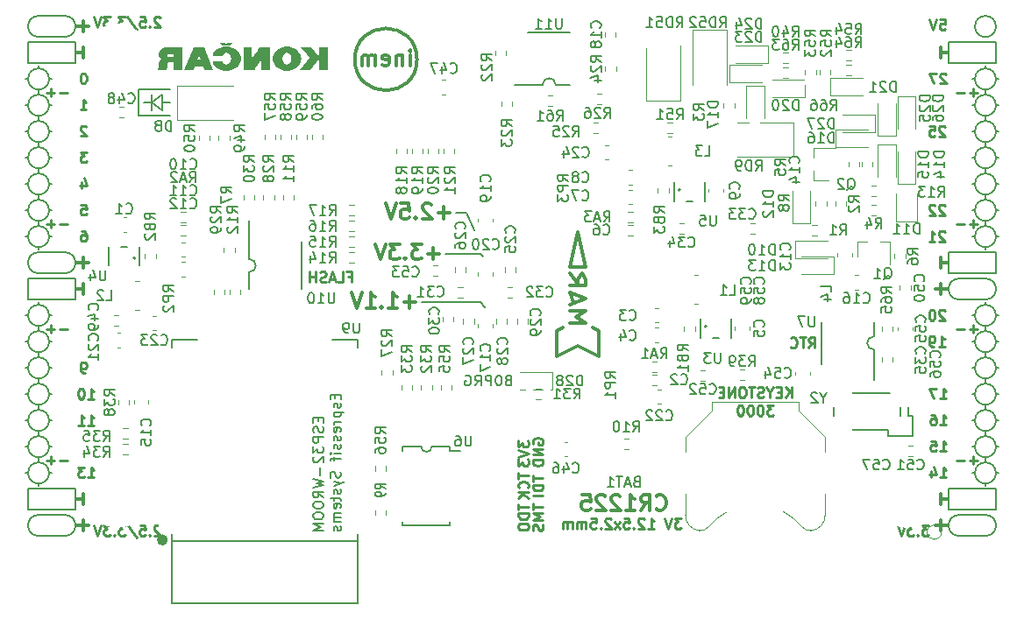
<source format=gbo>
G04 #@! TF.GenerationSoftware,KiCad,Pcbnew,5.0.0-rc3+dfsg1-2*
G04 #@! TF.CreationDate,2018-07-15T09:33:10+02:00*
G04 #@! TF.ProjectId,ulx3s,756C7833732E6B696361645F70636200,rev?*
G04 #@! TF.SameCoordinates,Original*
G04 #@! TF.FileFunction,Legend,Bot*
G04 #@! TF.FilePolarity,Positive*
%FSLAX46Y46*%
G04 Gerber Fmt 4.6, Leading zero omitted, Abs format (unit mm)*
G04 Created by KiCad (PCBNEW 5.0.0-rc3+dfsg1-2) date Sun Jul 15 09:33:10 2018*
%MOMM*%
%LPD*%
G01*
G04 APERTURE LIST*
%ADD10C,0.150000*%
%ADD11C,0.200000*%
%ADD12C,0.250000*%
%ADD13C,0.300000*%
%ADD14C,0.500000*%
%ADD15C,0.120000*%
%ADD16C,0.100000*%
%ADD17C,1.200000*%
%ADD18C,2.100000*%
%ADD19O,2.600000X1.000000*%
%ADD20O,1.000000X2.600000*%
%ADD21R,6.100000X6.100000*%
%ADD22R,0.770000X1.100000*%
%ADD23R,1.500000X1.395000*%
%ADD24R,2.600000X1.900000*%
%ADD25R,1.900000X2.600000*%
%ADD26R,3.800000X3.600000*%
%ADD27C,9.100000*%
%ADD28R,1.650000X0.700000*%
%ADD29O,1.650000X0.700000*%
%ADD30R,0.700000X2.200000*%
%ADD31O,0.700000X2.200000*%
%ADD32R,0.700000X1.650000*%
%ADD33O,0.700000X1.650000*%
%ADD34R,1.100000X0.500000*%
%ADD35R,0.800000X1.300000*%
%ADD36O,1.827200X1.827200*%
%ADD37R,1.827200X1.827200*%
%ADD38C,5.600000*%
%ADD39R,1.827200X2.132000*%
%ADD40O,1.827200X2.132000*%
%ADD41C,1.800000*%
%ADD42R,1.900000X1.500000*%
%ADD43R,1.070000X1.600000*%
%ADD44R,1.600000X1.070000*%
%ADD45R,1.100000X0.770000*%
%ADD46R,1.100000X1.100000*%
%ADD47C,0.400000*%
%ADD48R,1.800000X1.800000*%
%ADD49O,1.800000X1.800000*%
%ADD50R,1.600000X2.800000*%
%ADD51R,0.900000X1.000000*%
%ADD52R,1.000000X0.900000*%
%ADD53R,0.920000X1.100000*%
%ADD54R,1.100000X0.920000*%
%ADD55R,1.500000X1.220000*%
G04 APERTURE END LIST*
D10*
X140708761Y-96908571D02*
X140565904Y-96956190D01*
X140518285Y-97003809D01*
X140470666Y-97099047D01*
X140470666Y-97241904D01*
X140518285Y-97337142D01*
X140565904Y-97384761D01*
X140661142Y-97432380D01*
X141042095Y-97432380D01*
X141042095Y-96432380D01*
X140708761Y-96432380D01*
X140613523Y-96480000D01*
X140565904Y-96527619D01*
X140518285Y-96622857D01*
X140518285Y-96718095D01*
X140565904Y-96813333D01*
X140613523Y-96860952D01*
X140708761Y-96908571D01*
X141042095Y-96908571D01*
X139851619Y-96432380D02*
X139756380Y-96432380D01*
X139661142Y-96480000D01*
X139613523Y-96527619D01*
X139565904Y-96622857D01*
X139518285Y-96813333D01*
X139518285Y-97051428D01*
X139565904Y-97241904D01*
X139613523Y-97337142D01*
X139661142Y-97384761D01*
X139756380Y-97432380D01*
X139851619Y-97432380D01*
X139946857Y-97384761D01*
X139994476Y-97337142D01*
X140042095Y-97241904D01*
X140089714Y-97051428D01*
X140089714Y-96813333D01*
X140042095Y-96622857D01*
X139994476Y-96527619D01*
X139946857Y-96480000D01*
X139851619Y-96432380D01*
X139089714Y-97432380D02*
X139089714Y-96432380D01*
X138708761Y-96432380D01*
X138613523Y-96480000D01*
X138565904Y-96527619D01*
X138518285Y-96622857D01*
X138518285Y-96765714D01*
X138565904Y-96860952D01*
X138613523Y-96908571D01*
X138708761Y-96956190D01*
X139089714Y-96956190D01*
X137518285Y-97432380D02*
X137851619Y-96956190D01*
X138089714Y-97432380D02*
X138089714Y-96432380D01*
X137708761Y-96432380D01*
X137613523Y-96480000D01*
X137565904Y-96527619D01*
X137518285Y-96622857D01*
X137518285Y-96765714D01*
X137565904Y-96860952D01*
X137613523Y-96908571D01*
X137708761Y-96956190D01*
X138089714Y-96956190D01*
X136565904Y-96480000D02*
X136661142Y-96432380D01*
X136804000Y-96432380D01*
X136946857Y-96480000D01*
X137042095Y-96575238D01*
X137089714Y-96670476D01*
X137137333Y-96860952D01*
X137137333Y-97003809D01*
X137089714Y-97194285D01*
X137042095Y-97289523D01*
X136946857Y-97384761D01*
X136804000Y-97432380D01*
X136708761Y-97432380D01*
X136565904Y-97384761D01*
X136518285Y-97337142D01*
X136518285Y-97003809D01*
X136708761Y-97003809D01*
D11*
X136660000Y-80742000D02*
X135644000Y-80742000D01*
X137422000Y-82393000D02*
X136660000Y-80742000D01*
X138057000Y-84679000D02*
X134628000Y-84679000D01*
X138311000Y-84933000D02*
X138057000Y-84679000D01*
X138057000Y-89378000D02*
X138438000Y-89886000D01*
X132342000Y-89378000D02*
X138057000Y-89378000D01*
D12*
X99893476Y-96180380D02*
X99703000Y-96180380D01*
X99607761Y-96132761D01*
X99560142Y-96085142D01*
X99464904Y-95942285D01*
X99417285Y-95751809D01*
X99417285Y-95370857D01*
X99464904Y-95275619D01*
X99512523Y-95228000D01*
X99607761Y-95180380D01*
X99798238Y-95180380D01*
X99893476Y-95228000D01*
X99941095Y-95275619D01*
X99988714Y-95370857D01*
X99988714Y-95608952D01*
X99941095Y-95704190D01*
X99893476Y-95751809D01*
X99798238Y-95799428D01*
X99607761Y-95799428D01*
X99512523Y-95751809D01*
X99464904Y-95704190D01*
X99417285Y-95608952D01*
X100147476Y-101260380D02*
X100718904Y-101260380D01*
X100433190Y-101260380D02*
X100433190Y-100260380D01*
X100528428Y-100403238D01*
X100623666Y-100498476D01*
X100718904Y-100546095D01*
X99195095Y-101260380D02*
X99766523Y-101260380D01*
X99480809Y-101260380D02*
X99480809Y-100260380D01*
X99576047Y-100403238D01*
X99671285Y-100498476D01*
X99766523Y-100546095D01*
D11*
X105037000Y-68804000D02*
X108085000Y-68804000D01*
X105037000Y-71344000D02*
X105037000Y-68804000D01*
X108085000Y-71344000D02*
X105037000Y-71344000D01*
X107323000Y-70074000D02*
X108085000Y-70074000D01*
X106307000Y-70074000D02*
X105545000Y-70074000D01*
X106307000Y-70836000D02*
X106307000Y-70074000D01*
X106307000Y-69312000D02*
X106307000Y-70836000D01*
X107323000Y-69312000D02*
X107323000Y-70836000D01*
X106307000Y-70074000D02*
X107323000Y-69312000D01*
X107323000Y-70836000D02*
X106307000Y-70074000D01*
D12*
X182887904Y-72415619D02*
X182840285Y-72368000D01*
X182745047Y-72320380D01*
X182506952Y-72320380D01*
X182411714Y-72368000D01*
X182364095Y-72415619D01*
X182316476Y-72510857D01*
X182316476Y-72606095D01*
X182364095Y-72748952D01*
X182935523Y-73320380D01*
X182316476Y-73320380D01*
X181411714Y-72320380D02*
X181887904Y-72320380D01*
X181935523Y-72796571D01*
X181887904Y-72748952D01*
X181792666Y-72701333D01*
X181554571Y-72701333D01*
X181459333Y-72748952D01*
X181411714Y-72796571D01*
X181364095Y-72891809D01*
X181364095Y-73129904D01*
X181411714Y-73225142D01*
X181459333Y-73272761D01*
X181554571Y-73320380D01*
X181792666Y-73320380D01*
X181887904Y-73272761D01*
X181935523Y-73225142D01*
X182887904Y-80035619D02*
X182840285Y-79988000D01*
X182745047Y-79940380D01*
X182506952Y-79940380D01*
X182411714Y-79988000D01*
X182364095Y-80035619D01*
X182316476Y-80130857D01*
X182316476Y-80226095D01*
X182364095Y-80368952D01*
X182935523Y-80940380D01*
X182316476Y-80940380D01*
X181935523Y-80035619D02*
X181887904Y-79988000D01*
X181792666Y-79940380D01*
X181554571Y-79940380D01*
X181459333Y-79988000D01*
X181411714Y-80035619D01*
X181364095Y-80130857D01*
X181364095Y-80226095D01*
X181411714Y-80368952D01*
X181983142Y-80940380D01*
X181364095Y-80940380D01*
X182887904Y-82575619D02*
X182840285Y-82528000D01*
X182745047Y-82480380D01*
X182506952Y-82480380D01*
X182411714Y-82528000D01*
X182364095Y-82575619D01*
X182316476Y-82670857D01*
X182316476Y-82766095D01*
X182364095Y-82908952D01*
X182935523Y-83480380D01*
X182316476Y-83480380D01*
X181364095Y-83480380D02*
X181935523Y-83480380D01*
X181649809Y-83480380D02*
X181649809Y-82480380D01*
X181745047Y-82623238D01*
X181840285Y-82718476D01*
X181935523Y-82766095D01*
X182887904Y-90195619D02*
X182840285Y-90148000D01*
X182745047Y-90100380D01*
X182506952Y-90100380D01*
X182411714Y-90148000D01*
X182364095Y-90195619D01*
X182316476Y-90290857D01*
X182316476Y-90386095D01*
X182364095Y-90528952D01*
X182935523Y-91100380D01*
X182316476Y-91100380D01*
X181697428Y-90100380D02*
X181602190Y-90100380D01*
X181506952Y-90148000D01*
X181459333Y-90195619D01*
X181411714Y-90290857D01*
X181364095Y-90481333D01*
X181364095Y-90719428D01*
X181411714Y-90909904D01*
X181459333Y-91005142D01*
X181506952Y-91052761D01*
X181602190Y-91100380D01*
X181697428Y-91100380D01*
X181792666Y-91052761D01*
X181840285Y-91005142D01*
X181887904Y-90909904D01*
X181935523Y-90719428D01*
X181935523Y-90481333D01*
X181887904Y-90290857D01*
X181840285Y-90195619D01*
X181792666Y-90148000D01*
X181697428Y-90100380D01*
X182316476Y-93640380D02*
X182887904Y-93640380D01*
X182602190Y-93640380D02*
X182602190Y-92640380D01*
X182697428Y-92783238D01*
X182792666Y-92878476D01*
X182887904Y-92926095D01*
X181840285Y-93640380D02*
X181649809Y-93640380D01*
X181554571Y-93592761D01*
X181506952Y-93545142D01*
X181411714Y-93402285D01*
X181364095Y-93211809D01*
X181364095Y-92830857D01*
X181411714Y-92735619D01*
X181459333Y-92688000D01*
X181554571Y-92640380D01*
X181745047Y-92640380D01*
X181840285Y-92688000D01*
X181887904Y-92735619D01*
X181935523Y-92830857D01*
X181935523Y-93068952D01*
X181887904Y-93164190D01*
X181840285Y-93211809D01*
X181745047Y-93259428D01*
X181554571Y-93259428D01*
X181459333Y-93211809D01*
X181411714Y-93164190D01*
X181364095Y-93068952D01*
X125269476Y-86893571D02*
X125602809Y-86893571D01*
X125602809Y-87417380D02*
X125602809Y-86417380D01*
X125126619Y-86417380D01*
X124269476Y-87417380D02*
X124745666Y-87417380D01*
X124745666Y-86417380D01*
X123983761Y-87131666D02*
X123507571Y-87131666D01*
X124079000Y-87417380D02*
X123745666Y-86417380D01*
X123412333Y-87417380D01*
X123126619Y-87369761D02*
X122983761Y-87417380D01*
X122745666Y-87417380D01*
X122650428Y-87369761D01*
X122602809Y-87322142D01*
X122555190Y-87226904D01*
X122555190Y-87131666D01*
X122602809Y-87036428D01*
X122650428Y-86988809D01*
X122745666Y-86941190D01*
X122936142Y-86893571D01*
X123031380Y-86845952D01*
X123079000Y-86798333D01*
X123126619Y-86703095D01*
X123126619Y-86607857D01*
X123079000Y-86512619D01*
X123031380Y-86465000D01*
X122936142Y-86417380D01*
X122698047Y-86417380D01*
X122555190Y-86465000D01*
X122126619Y-87417380D02*
X122126619Y-86417380D01*
X122126619Y-86893571D02*
X121555190Y-86893571D01*
X121555190Y-87417380D02*
X121555190Y-86417380D01*
X157418095Y-110252380D02*
X156799047Y-110252380D01*
X157132380Y-110633333D01*
X156989523Y-110633333D01*
X156894285Y-110680952D01*
X156846666Y-110728571D01*
X156799047Y-110823809D01*
X156799047Y-111061904D01*
X156846666Y-111157142D01*
X156894285Y-111204761D01*
X156989523Y-111252380D01*
X157275238Y-111252380D01*
X157370476Y-111204761D01*
X157418095Y-111157142D01*
X156513333Y-110252380D02*
X156180000Y-111252380D01*
X155846666Y-110252380D01*
X154227619Y-111252380D02*
X154799047Y-111252380D01*
X154513333Y-111252380D02*
X154513333Y-110252380D01*
X154608571Y-110395238D01*
X154703809Y-110490476D01*
X154799047Y-110538095D01*
X153846666Y-110347619D02*
X153799047Y-110300000D01*
X153703809Y-110252380D01*
X153465714Y-110252380D01*
X153370476Y-110300000D01*
X153322857Y-110347619D01*
X153275238Y-110442857D01*
X153275238Y-110538095D01*
X153322857Y-110680952D01*
X153894285Y-111252380D01*
X153275238Y-111252380D01*
X152846666Y-111157142D02*
X152799047Y-111204761D01*
X152846666Y-111252380D01*
X152894285Y-111204761D01*
X152846666Y-111157142D01*
X152846666Y-111252380D01*
X151894285Y-110252380D02*
X152370476Y-110252380D01*
X152418095Y-110728571D01*
X152370476Y-110680952D01*
X152275238Y-110633333D01*
X152037142Y-110633333D01*
X151941904Y-110680952D01*
X151894285Y-110728571D01*
X151846666Y-110823809D01*
X151846666Y-111061904D01*
X151894285Y-111157142D01*
X151941904Y-111204761D01*
X152037142Y-111252380D01*
X152275238Y-111252380D01*
X152370476Y-111204761D01*
X152418095Y-111157142D01*
X151513333Y-111252380D02*
X150989523Y-110585714D01*
X151513333Y-110585714D02*
X150989523Y-111252380D01*
X150656190Y-110347619D02*
X150608571Y-110300000D01*
X150513333Y-110252380D01*
X150275238Y-110252380D01*
X150180000Y-110300000D01*
X150132380Y-110347619D01*
X150084761Y-110442857D01*
X150084761Y-110538095D01*
X150132380Y-110680952D01*
X150703809Y-111252380D01*
X150084761Y-111252380D01*
X149656190Y-111157142D02*
X149608571Y-111204761D01*
X149656190Y-111252380D01*
X149703809Y-111204761D01*
X149656190Y-111157142D01*
X149656190Y-111252380D01*
X148703809Y-110252380D02*
X149180000Y-110252380D01*
X149227619Y-110728571D01*
X149180000Y-110680952D01*
X149084761Y-110633333D01*
X148846666Y-110633333D01*
X148751428Y-110680952D01*
X148703809Y-110728571D01*
X148656190Y-110823809D01*
X148656190Y-111061904D01*
X148703809Y-111157142D01*
X148751428Y-111204761D01*
X148846666Y-111252380D01*
X149084761Y-111252380D01*
X149180000Y-111204761D01*
X149227619Y-111157142D01*
X148227619Y-111252380D02*
X148227619Y-110585714D01*
X148227619Y-110680952D02*
X148180000Y-110633333D01*
X148084761Y-110585714D01*
X147941904Y-110585714D01*
X147846666Y-110633333D01*
X147799047Y-110728571D01*
X147799047Y-111252380D01*
X147799047Y-110728571D02*
X147751428Y-110633333D01*
X147656190Y-110585714D01*
X147513333Y-110585714D01*
X147418095Y-110633333D01*
X147370476Y-110728571D01*
X147370476Y-111252380D01*
X146894285Y-111252380D02*
X146894285Y-110585714D01*
X146894285Y-110680952D02*
X146846666Y-110633333D01*
X146751428Y-110585714D01*
X146608571Y-110585714D01*
X146513333Y-110633333D01*
X146465714Y-110728571D01*
X146465714Y-111252380D01*
X146465714Y-110728571D02*
X146418095Y-110633333D01*
X146322857Y-110585714D01*
X146180000Y-110585714D01*
X146084761Y-110633333D01*
X146037142Y-110728571D01*
X146037142Y-111252380D01*
X168085000Y-98577380D02*
X168085000Y-97577380D01*
X167513571Y-98577380D02*
X167942142Y-98005952D01*
X167513571Y-97577380D02*
X168085000Y-98148809D01*
X167085000Y-98053571D02*
X166751666Y-98053571D01*
X166608809Y-98577380D02*
X167085000Y-98577380D01*
X167085000Y-97577380D01*
X166608809Y-97577380D01*
X165989761Y-98101190D02*
X165989761Y-98577380D01*
X166323095Y-97577380D02*
X165989761Y-98101190D01*
X165656428Y-97577380D01*
X165370714Y-98529761D02*
X165227857Y-98577380D01*
X164989761Y-98577380D01*
X164894523Y-98529761D01*
X164846904Y-98482142D01*
X164799285Y-98386904D01*
X164799285Y-98291666D01*
X164846904Y-98196428D01*
X164894523Y-98148809D01*
X164989761Y-98101190D01*
X165180238Y-98053571D01*
X165275476Y-98005952D01*
X165323095Y-97958333D01*
X165370714Y-97863095D01*
X165370714Y-97767857D01*
X165323095Y-97672619D01*
X165275476Y-97625000D01*
X165180238Y-97577380D01*
X164942142Y-97577380D01*
X164799285Y-97625000D01*
X164513571Y-97577380D02*
X163942142Y-97577380D01*
X164227857Y-98577380D02*
X164227857Y-97577380D01*
X163418333Y-97577380D02*
X163227857Y-97577380D01*
X163132619Y-97625000D01*
X163037380Y-97720238D01*
X162989761Y-97910714D01*
X162989761Y-98244047D01*
X163037380Y-98434523D01*
X163132619Y-98529761D01*
X163227857Y-98577380D01*
X163418333Y-98577380D01*
X163513571Y-98529761D01*
X163608809Y-98434523D01*
X163656428Y-98244047D01*
X163656428Y-97910714D01*
X163608809Y-97720238D01*
X163513571Y-97625000D01*
X163418333Y-97577380D01*
X162561190Y-98577380D02*
X162561190Y-97577380D01*
X161989761Y-98577380D01*
X161989761Y-97577380D01*
X161513571Y-98053571D02*
X161180238Y-98053571D01*
X161037380Y-98577380D02*
X161513571Y-98577380D01*
X161513571Y-97577380D01*
X161037380Y-97577380D01*
X166346904Y-99327380D02*
X165727857Y-99327380D01*
X166061190Y-99708333D01*
X165918333Y-99708333D01*
X165823095Y-99755952D01*
X165775476Y-99803571D01*
X165727857Y-99898809D01*
X165727857Y-100136904D01*
X165775476Y-100232142D01*
X165823095Y-100279761D01*
X165918333Y-100327380D01*
X166204047Y-100327380D01*
X166299285Y-100279761D01*
X166346904Y-100232142D01*
X165108809Y-99327380D02*
X165013571Y-99327380D01*
X164918333Y-99375000D01*
X164870714Y-99422619D01*
X164823095Y-99517857D01*
X164775476Y-99708333D01*
X164775476Y-99946428D01*
X164823095Y-100136904D01*
X164870714Y-100232142D01*
X164918333Y-100279761D01*
X165013571Y-100327380D01*
X165108809Y-100327380D01*
X165204047Y-100279761D01*
X165251666Y-100232142D01*
X165299285Y-100136904D01*
X165346904Y-99946428D01*
X165346904Y-99708333D01*
X165299285Y-99517857D01*
X165251666Y-99422619D01*
X165204047Y-99375000D01*
X165108809Y-99327380D01*
X164156428Y-99327380D02*
X164061190Y-99327380D01*
X163965952Y-99375000D01*
X163918333Y-99422619D01*
X163870714Y-99517857D01*
X163823095Y-99708333D01*
X163823095Y-99946428D01*
X163870714Y-100136904D01*
X163918333Y-100232142D01*
X163965952Y-100279761D01*
X164061190Y-100327380D01*
X164156428Y-100327380D01*
X164251666Y-100279761D01*
X164299285Y-100232142D01*
X164346904Y-100136904D01*
X164394523Y-99946428D01*
X164394523Y-99708333D01*
X164346904Y-99517857D01*
X164299285Y-99422619D01*
X164251666Y-99375000D01*
X164156428Y-99327380D01*
X163204047Y-99327380D02*
X163108809Y-99327380D01*
X163013571Y-99375000D01*
X162965952Y-99422619D01*
X162918333Y-99517857D01*
X162870714Y-99708333D01*
X162870714Y-99946428D01*
X162918333Y-100136904D01*
X162965952Y-100232142D01*
X163013571Y-100279761D01*
X163108809Y-100327380D01*
X163204047Y-100327380D01*
X163299285Y-100279761D01*
X163346904Y-100232142D01*
X163394523Y-100136904D01*
X163442142Y-99946428D01*
X163442142Y-99708333D01*
X163394523Y-99517857D01*
X163346904Y-99422619D01*
X163299285Y-99375000D01*
X163204047Y-99327380D01*
D13*
X182492000Y-87582000D02*
X182492000Y-88598000D01*
X183254000Y-88090000D02*
X181984000Y-88090000D01*
X182492000Y-110442000D02*
X182492000Y-111458000D01*
X183254000Y-110950000D02*
X181984000Y-110950000D01*
X99688000Y-62182000D02*
X99688000Y-63198000D01*
X98926000Y-62690000D02*
X100196000Y-62690000D01*
X99688000Y-110442000D02*
X99688000Y-111458000D01*
X98926000Y-110950000D02*
X100196000Y-110950000D01*
X99688000Y-85042000D02*
X99688000Y-86058000D01*
X98926000Y-85550000D02*
X100196000Y-85550000D01*
D11*
X187826000Y-62690000D02*
G75*
G03X187826000Y-62690000I-1016000J0D01*
G01*
X184270000Y-87074000D02*
X186810000Y-87074000D01*
X184270000Y-89106000D02*
X186810000Y-89106000D01*
X184270000Y-87074000D02*
G75*
G03X184270000Y-89106000I0J-1016000D01*
G01*
X186810000Y-89106000D02*
G75*
G03X186810000Y-87074000I0J1016000D01*
G01*
X184270000Y-111966000D02*
X186810000Y-111966000D01*
X184270000Y-109934000D02*
X186810000Y-109934000D01*
X184270000Y-109934000D02*
G75*
G03X184270000Y-111966000I0J-1016000D01*
G01*
X186810000Y-111966000D02*
G75*
G03X186810000Y-109934000I0J1016000D01*
G01*
X97910000Y-63706000D02*
G75*
G03X97910000Y-61674000I0J1016000D01*
G01*
X95370000Y-61674000D02*
X97910000Y-61674000D01*
X95370000Y-63706000D02*
X97910000Y-63706000D01*
X95370000Y-61674000D02*
G75*
G03X95370000Y-63706000I0J-1016000D01*
G01*
X95370000Y-86566000D02*
X97910000Y-86566000D01*
X95370000Y-84534000D02*
X97910000Y-84534000D01*
X95370000Y-84534000D02*
G75*
G03X95370000Y-86566000I0J-1016000D01*
G01*
X97910000Y-86566000D02*
G75*
G03X97910000Y-84534000I0J1016000D01*
G01*
X95370000Y-111966000D02*
X97910000Y-111966000D01*
X95370000Y-109934000D02*
X97910000Y-109934000D01*
X95370000Y-109934000D02*
G75*
G03X95370000Y-111966000I0J-1016000D01*
G01*
X97910000Y-111966000D02*
G75*
G03X97910000Y-109934000I0J1016000D01*
G01*
X98926000Y-107394000D02*
X94354000Y-107394000D01*
X98926000Y-109426000D02*
X98926000Y-107394000D01*
X94354000Y-109426000D02*
X98926000Y-109426000D01*
X94354000Y-107394000D02*
X94354000Y-109426000D01*
X187826000Y-107394000D02*
X183254000Y-107394000D01*
X187826000Y-109426000D02*
X187826000Y-107394000D01*
X183254000Y-109426000D02*
X187826000Y-109426000D01*
X183254000Y-107394000D02*
X183254000Y-109426000D01*
X187826000Y-84534000D02*
X183254000Y-84534000D01*
X187826000Y-86566000D02*
X187826000Y-84534000D01*
X183254000Y-86566000D02*
X187826000Y-86566000D01*
X183254000Y-84534000D02*
X183254000Y-86566000D01*
X187826000Y-64214000D02*
X183254000Y-64214000D01*
X187826000Y-66246000D02*
X187826000Y-64214000D01*
X183254000Y-66246000D02*
X187826000Y-66246000D01*
X183254000Y-64214000D02*
X183254000Y-66246000D01*
X98926000Y-64214000D02*
X94354000Y-64214000D01*
X98926000Y-66246000D02*
X98926000Y-64214000D01*
X94354000Y-66246000D02*
X98926000Y-66246000D01*
X94354000Y-64214000D02*
X94354000Y-66246000D01*
X98926000Y-87074000D02*
X94354000Y-87074000D01*
X98926000Y-89106000D02*
X98926000Y-87074000D01*
X94354000Y-89106000D02*
X98926000Y-89106000D01*
X94354000Y-87074000D02*
X94354000Y-89106000D01*
D12*
X186032000Y-91971428D02*
X185270095Y-91971428D01*
X185651047Y-92352380D02*
X185651047Y-91590476D01*
X184793904Y-91971428D02*
X184032000Y-91971428D01*
X186032000Y-69111428D02*
X185270095Y-69111428D01*
X185651047Y-69492380D02*
X185651047Y-68730476D01*
X184793904Y-69111428D02*
X184032000Y-69111428D01*
X186032000Y-81811428D02*
X185270095Y-81811428D01*
X185651047Y-82192380D02*
X185651047Y-81430476D01*
X184793904Y-81811428D02*
X184032000Y-81811428D01*
X186032000Y-104671428D02*
X185270095Y-104671428D01*
X185651047Y-105052380D02*
X185651047Y-104290476D01*
X184793904Y-104671428D02*
X184032000Y-104671428D01*
X98148000Y-104671428D02*
X97386095Y-104671428D01*
X96909904Y-104671428D02*
X96148000Y-104671428D01*
X96528952Y-105052380D02*
X96528952Y-104290476D01*
X98148000Y-91971428D02*
X97386095Y-91971428D01*
X96909904Y-91971428D02*
X96148000Y-91971428D01*
X96528952Y-92352380D02*
X96528952Y-91590476D01*
X98148000Y-81811428D02*
X97386095Y-81811428D01*
X96909904Y-81811428D02*
X96148000Y-81811428D01*
X96528952Y-82192380D02*
X96528952Y-81430476D01*
X98148000Y-69111428D02*
X97386095Y-69111428D01*
X96909904Y-69111428D02*
X96148000Y-69111428D01*
X96528952Y-69492380D02*
X96528952Y-68730476D01*
D13*
X182492000Y-107902000D02*
X182492000Y-108918000D01*
X183254000Y-108410000D02*
X182492000Y-108410000D01*
D11*
X95370000Y-96726000D02*
X95370000Y-97234000D01*
X96386000Y-95710000D02*
X96640000Y-95710000D01*
X94354000Y-95710000D02*
X94100000Y-95710000D01*
X187826000Y-98250000D02*
X188080000Y-98250000D01*
X187826000Y-83010000D02*
X188080000Y-83010000D01*
X95370000Y-107140000D02*
X95370000Y-106886000D01*
X96386000Y-105870000D02*
X96640000Y-105870000D01*
X94354000Y-105870000D02*
X94100000Y-105870000D01*
X94354000Y-103330000D02*
X94100000Y-103330000D01*
X95370000Y-104346000D02*
X95370000Y-104854000D01*
X96386000Y-103330000D02*
X96640000Y-103330000D01*
X94354000Y-100790000D02*
X94100000Y-100790000D01*
X95370000Y-102314000D02*
X95370000Y-101806000D01*
X96386000Y-100790000D02*
X96640000Y-100790000D01*
X95370000Y-99266000D02*
X95370000Y-99774000D01*
X94354000Y-98250000D02*
X94100000Y-98250000D01*
X96386000Y-98250000D02*
X96640000Y-98250000D01*
X95370000Y-94186000D02*
X95370000Y-94694000D01*
X96386000Y-93170000D02*
X96640000Y-93170000D01*
X94354000Y-93170000D02*
X94100000Y-93170000D01*
X94354000Y-90630000D02*
X94100000Y-90630000D01*
X95370000Y-91646000D02*
X95370000Y-92154000D01*
X96640000Y-90630000D02*
X96386000Y-90630000D01*
X95370000Y-89360000D02*
X95370000Y-89614000D01*
X94354000Y-83010000D02*
X94100000Y-83010000D01*
X95370000Y-84280000D02*
X95370000Y-84026000D01*
X96386000Y-83010000D02*
X96640000Y-83010000D01*
X95370000Y-81486000D02*
X95370000Y-81994000D01*
X94354000Y-80470000D02*
X94100000Y-80470000D01*
X96640000Y-80470000D02*
X96386000Y-80470000D01*
X95370000Y-78946000D02*
X95370000Y-79454000D01*
X96386000Y-77930000D02*
X96640000Y-77930000D01*
X94354000Y-77930000D02*
X94100000Y-77930000D01*
X95370000Y-76406000D02*
X95370000Y-76914000D01*
X94354000Y-75390000D02*
X94100000Y-75390000D01*
X96386000Y-75390000D02*
X96640000Y-75390000D01*
X95370000Y-73866000D02*
X95370000Y-74374000D01*
X96386000Y-72850000D02*
X96640000Y-72850000D01*
X94100000Y-72850000D02*
X94354000Y-72850000D01*
X94354000Y-70310000D02*
X94100000Y-70310000D01*
X96640000Y-70310000D02*
X96386000Y-70310000D01*
X95370000Y-71326000D02*
X95370000Y-71834000D01*
X95370000Y-68786000D02*
X95370000Y-69294000D01*
X96386000Y-67770000D02*
X96640000Y-67770000D01*
X94354000Y-67770000D02*
X94100000Y-67770000D01*
X95370000Y-66500000D02*
X95370000Y-66754000D01*
X187826000Y-105870000D02*
X188080000Y-105870000D01*
X186810000Y-107140000D02*
X186810000Y-106886000D01*
X185540000Y-105870000D02*
X185794000Y-105870000D01*
X186810000Y-104346000D02*
X186810000Y-104854000D01*
X187826000Y-103330000D02*
X188080000Y-103330000D01*
X185540000Y-103330000D02*
X185794000Y-103330000D01*
X186810000Y-101806000D02*
X186810000Y-102314000D01*
X187826000Y-100790000D02*
X188080000Y-100790000D01*
X185540000Y-100790000D02*
X185794000Y-100790000D01*
X186810000Y-99266000D02*
X186810000Y-99774000D01*
X185540000Y-98250000D02*
X185794000Y-98250000D01*
X186810000Y-97234000D02*
X186810000Y-96726000D01*
X187826000Y-95710000D02*
X188080000Y-95710000D01*
X185540000Y-95710000D02*
X185794000Y-95710000D01*
X186810000Y-94694000D02*
X186810000Y-94186000D01*
X187826000Y-93170000D02*
X188080000Y-93170000D01*
X185540000Y-93170000D02*
X185794000Y-93170000D01*
X186810000Y-92154000D02*
X186810000Y-91646000D01*
X187826000Y-90630000D02*
X188080000Y-90630000D01*
X185540000Y-90630000D02*
X185794000Y-90630000D01*
X186810000Y-89360000D02*
X186810000Y-89614000D01*
X186810000Y-84280000D02*
X186810000Y-84026000D01*
X185540000Y-83010000D02*
X185794000Y-83010000D01*
X186810000Y-81994000D02*
X186810000Y-81486000D01*
X185794000Y-80470000D02*
X185540000Y-80470000D01*
X187826000Y-80470000D02*
X188080000Y-80470000D01*
X186810000Y-78946000D02*
X186810000Y-79454000D01*
X185794000Y-77930000D02*
X185540000Y-77930000D01*
X187826000Y-77930000D02*
X188080000Y-77930000D01*
X186810000Y-76406000D02*
X186810000Y-76914000D01*
X186810000Y-73866000D02*
X186810000Y-74374000D01*
X185794000Y-75390000D02*
X185540000Y-75390000D01*
X187826000Y-75390000D02*
X188080000Y-75390000D01*
X187826000Y-72850000D02*
X188080000Y-72850000D01*
X185540000Y-72850000D02*
X185794000Y-72850000D01*
X186810000Y-71834000D02*
X186810000Y-71326000D01*
X187826000Y-70310000D02*
X188080000Y-70310000D01*
X185540000Y-70310000D02*
X185794000Y-70310000D01*
X187826000Y-67770000D02*
X188080000Y-67770000D01*
X186810000Y-68786000D02*
X186810000Y-69294000D01*
X185540000Y-67770000D02*
X185794000Y-67770000D01*
X186810000Y-66500000D02*
X186810000Y-66754000D01*
X187826000Y-67770000D02*
G75*
G03X187826000Y-67770000I-1016000J0D01*
G01*
X187826000Y-70310000D02*
G75*
G03X187826000Y-70310000I-1016000J0D01*
G01*
X187826000Y-72850000D02*
G75*
G03X187826000Y-72850000I-1016000J0D01*
G01*
X187826000Y-75390000D02*
G75*
G03X187826000Y-75390000I-1016000J0D01*
G01*
X187826000Y-77930000D02*
G75*
G03X187826000Y-77930000I-1016000J0D01*
G01*
X187826000Y-80470000D02*
G75*
G03X187826000Y-80470000I-1016000J0D01*
G01*
X187826000Y-83010000D02*
G75*
G03X187826000Y-83010000I-1016000J0D01*
G01*
X187826000Y-90630000D02*
G75*
G03X187826000Y-90630000I-1016000J0D01*
G01*
X187826000Y-93170000D02*
G75*
G03X187826000Y-93170000I-1016000J0D01*
G01*
X187826000Y-95710000D02*
G75*
G03X187826000Y-95710000I-1016000J0D01*
G01*
X187826000Y-98250000D02*
G75*
G03X187826000Y-98250000I-1016000J0D01*
G01*
X187826000Y-100790000D02*
G75*
G03X187826000Y-100790000I-1016000J0D01*
G01*
X187826000Y-103330000D02*
G75*
G03X187826000Y-103330000I-1016000J0D01*
G01*
X187826000Y-105870000D02*
G75*
G03X187826000Y-105870000I-1016000J0D01*
G01*
X96386000Y-105870000D02*
G75*
G03X96386000Y-105870000I-1016000J0D01*
G01*
X96386000Y-103330000D02*
G75*
G03X96386000Y-103330000I-1016000J0D01*
G01*
X96386000Y-100790000D02*
G75*
G03X96386000Y-100790000I-1016000J0D01*
G01*
X96386000Y-98250000D02*
G75*
G03X96386000Y-98250000I-1016000J0D01*
G01*
X96386000Y-95710000D02*
G75*
G03X96386000Y-95710000I-1016000J0D01*
G01*
X96386000Y-93170000D02*
G75*
G03X96386000Y-93170000I-1016000J0D01*
G01*
X96386000Y-90630000D02*
G75*
G03X96386000Y-90630000I-1016000J0D01*
G01*
X96386000Y-83010000D02*
G75*
G03X96386000Y-83010000I-1016000J0D01*
G01*
X96386000Y-80470000D02*
G75*
G03X96386000Y-80470000I-1016000J0D01*
G01*
X96386000Y-77930000D02*
G75*
G03X96386000Y-77930000I-1016000J0D01*
G01*
X96386000Y-75390000D02*
G75*
G03X96386000Y-75390000I-1016000J0D01*
G01*
X96386000Y-72850000D02*
G75*
G03X96386000Y-72850000I-1016000J0D01*
G01*
X96386000Y-70310000D02*
G75*
G03X96386000Y-70310000I-1016000J0D01*
G01*
X96386000Y-67770000D02*
G75*
G03X96386000Y-67770000I-1016000J0D01*
G01*
D12*
X182428476Y-62015380D02*
X182904666Y-62015380D01*
X182952285Y-62491571D01*
X182904666Y-62443952D01*
X182809428Y-62396333D01*
X182571333Y-62396333D01*
X182476095Y-62443952D01*
X182428476Y-62491571D01*
X182380857Y-62586809D01*
X182380857Y-62824904D01*
X182428476Y-62920142D01*
X182476095Y-62967761D01*
X182571333Y-63015380D01*
X182809428Y-63015380D01*
X182904666Y-62967761D01*
X182952285Y-62920142D01*
X182095142Y-62015380D02*
X181761809Y-63015380D01*
X181428476Y-62015380D01*
D13*
X182492000Y-64722000D02*
X182492000Y-65738000D01*
X183254000Y-65230000D02*
X182492000Y-65230000D01*
D12*
X182999904Y-67317619D02*
X182952285Y-67270000D01*
X182857047Y-67222380D01*
X182618952Y-67222380D01*
X182523714Y-67270000D01*
X182476095Y-67317619D01*
X182428476Y-67412857D01*
X182428476Y-67508095D01*
X182476095Y-67650952D01*
X183047523Y-68222380D01*
X182428476Y-68222380D01*
X182095142Y-67222380D02*
X181428476Y-67222380D01*
X181857047Y-68222380D01*
D13*
X182492000Y-85042000D02*
X182492000Y-86058000D01*
X183254000Y-85550000D02*
X182492000Y-85550000D01*
D12*
X182428476Y-98702380D02*
X182999904Y-98702380D01*
X182714190Y-98702380D02*
X182714190Y-97702380D01*
X182809428Y-97845238D01*
X182904666Y-97940476D01*
X182999904Y-97988095D01*
X182095142Y-97702380D02*
X181428476Y-97702380D01*
X181857047Y-98702380D01*
X182428476Y-101242380D02*
X182999904Y-101242380D01*
X182714190Y-101242380D02*
X182714190Y-100242380D01*
X182809428Y-100385238D01*
X182904666Y-100480476D01*
X182999904Y-100528095D01*
X181571333Y-100242380D02*
X181761809Y-100242380D01*
X181857047Y-100290000D01*
X181904666Y-100337619D01*
X181999904Y-100480476D01*
X182047523Y-100670952D01*
X182047523Y-101051904D01*
X181999904Y-101147142D01*
X181952285Y-101194761D01*
X181857047Y-101242380D01*
X181666571Y-101242380D01*
X181571333Y-101194761D01*
X181523714Y-101147142D01*
X181476095Y-101051904D01*
X181476095Y-100813809D01*
X181523714Y-100718571D01*
X181571333Y-100670952D01*
X181666571Y-100623333D01*
X181857047Y-100623333D01*
X181952285Y-100670952D01*
X181999904Y-100718571D01*
X182047523Y-100813809D01*
X182428476Y-103782380D02*
X182999904Y-103782380D01*
X182714190Y-103782380D02*
X182714190Y-102782380D01*
X182809428Y-102925238D01*
X182904666Y-103020476D01*
X182999904Y-103068095D01*
X181523714Y-102782380D02*
X181999904Y-102782380D01*
X182047523Y-103258571D01*
X181999904Y-103210952D01*
X181904666Y-103163333D01*
X181666571Y-103163333D01*
X181571333Y-103210952D01*
X181523714Y-103258571D01*
X181476095Y-103353809D01*
X181476095Y-103591904D01*
X181523714Y-103687142D01*
X181571333Y-103734761D01*
X181666571Y-103782380D01*
X181904666Y-103782380D01*
X181999904Y-103734761D01*
X182047523Y-103687142D01*
X182428476Y-106322380D02*
X182999904Y-106322380D01*
X182714190Y-106322380D02*
X182714190Y-105322380D01*
X182809428Y-105465238D01*
X182904666Y-105560476D01*
X182999904Y-105608095D01*
X181571333Y-105655714D02*
X181571333Y-106322380D01*
X181809428Y-105274761D02*
X182047523Y-105989047D01*
X181428476Y-105989047D01*
X181312642Y-110928380D02*
X180693595Y-110928380D01*
X181026928Y-111309333D01*
X180884071Y-111309333D01*
X180788833Y-111356952D01*
X180741214Y-111404571D01*
X180693595Y-111499809D01*
X180693595Y-111737904D01*
X180741214Y-111833142D01*
X180788833Y-111880761D01*
X180884071Y-111928380D01*
X181169785Y-111928380D01*
X181265023Y-111880761D01*
X181312642Y-111833142D01*
X180265023Y-111833142D02*
X180217404Y-111880761D01*
X180265023Y-111928380D01*
X180312642Y-111880761D01*
X180265023Y-111833142D01*
X180265023Y-111928380D01*
X179884071Y-110928380D02*
X179265023Y-110928380D01*
X179598357Y-111309333D01*
X179455500Y-111309333D01*
X179360261Y-111356952D01*
X179312642Y-111404571D01*
X179265023Y-111499809D01*
X179265023Y-111737904D01*
X179312642Y-111833142D01*
X179360261Y-111880761D01*
X179455500Y-111928380D01*
X179741214Y-111928380D01*
X179836452Y-111880761D01*
X179884071Y-111833142D01*
X178979309Y-110928380D02*
X178645976Y-111928380D01*
X178312642Y-110928380D01*
D13*
X99688000Y-108918000D02*
X99688000Y-107902000D01*
X98926000Y-108410000D02*
X99688000Y-108410000D01*
X99688000Y-88598000D02*
X99688000Y-87582000D01*
X98926000Y-88090000D02*
X99688000Y-88090000D01*
X99688000Y-64722000D02*
X99688000Y-65738000D01*
X98926000Y-65230000D02*
X99688000Y-65230000D01*
D12*
X107103690Y-111023619D02*
X107056071Y-110976000D01*
X106960833Y-110928380D01*
X106722738Y-110928380D01*
X106627500Y-110976000D01*
X106579880Y-111023619D01*
X106532261Y-111118857D01*
X106532261Y-111214095D01*
X106579880Y-111356952D01*
X107151309Y-111928380D01*
X106532261Y-111928380D01*
X106103690Y-111833142D02*
X106056071Y-111880761D01*
X106103690Y-111928380D01*
X106151309Y-111880761D01*
X106103690Y-111833142D01*
X106103690Y-111928380D01*
X105151309Y-110928380D02*
X105627500Y-110928380D01*
X105675119Y-111404571D01*
X105627500Y-111356952D01*
X105532261Y-111309333D01*
X105294166Y-111309333D01*
X105198928Y-111356952D01*
X105151309Y-111404571D01*
X105103690Y-111499809D01*
X105103690Y-111737904D01*
X105151309Y-111833142D01*
X105198928Y-111880761D01*
X105294166Y-111928380D01*
X105532261Y-111928380D01*
X105627500Y-111880761D01*
X105675119Y-111833142D01*
X103960833Y-110880761D02*
X104817976Y-112166476D01*
X103722738Y-110928380D02*
X103103690Y-110928380D01*
X103437023Y-111309333D01*
X103294166Y-111309333D01*
X103198928Y-111356952D01*
X103151309Y-111404571D01*
X103103690Y-111499809D01*
X103103690Y-111737904D01*
X103151309Y-111833142D01*
X103198928Y-111880761D01*
X103294166Y-111928380D01*
X103579880Y-111928380D01*
X103675119Y-111880761D01*
X103722738Y-111833142D01*
X102675119Y-111833142D02*
X102627500Y-111880761D01*
X102675119Y-111928380D01*
X102722738Y-111880761D01*
X102675119Y-111833142D01*
X102675119Y-111928380D01*
X102294166Y-110928380D02*
X101675119Y-110928380D01*
X102008452Y-111309333D01*
X101865595Y-111309333D01*
X101770357Y-111356952D01*
X101722738Y-111404571D01*
X101675119Y-111499809D01*
X101675119Y-111737904D01*
X101722738Y-111833142D01*
X101770357Y-111880761D01*
X101865595Y-111928380D01*
X102151309Y-111928380D01*
X102246547Y-111880761D01*
X102294166Y-111833142D01*
X101389404Y-110928380D02*
X101056071Y-111928380D01*
X100722738Y-110928380D01*
X100132476Y-106322380D02*
X100703904Y-106322380D01*
X100418190Y-106322380D02*
X100418190Y-105322380D01*
X100513428Y-105465238D01*
X100608666Y-105560476D01*
X100703904Y-105608095D01*
X99799142Y-105322380D02*
X99180095Y-105322380D01*
X99513428Y-105703333D01*
X99370571Y-105703333D01*
X99275333Y-105750952D01*
X99227714Y-105798571D01*
X99180095Y-105893809D01*
X99180095Y-106131904D01*
X99227714Y-106227142D01*
X99275333Y-106274761D01*
X99370571Y-106322380D01*
X99656285Y-106322380D01*
X99751523Y-106274761D01*
X99799142Y-106227142D01*
X100147476Y-98720380D02*
X100718904Y-98720380D01*
X100433190Y-98720380D02*
X100433190Y-97720380D01*
X100528428Y-97863238D01*
X100623666Y-97958476D01*
X100718904Y-98006095D01*
X99528428Y-97720380D02*
X99433190Y-97720380D01*
X99337952Y-97768000D01*
X99290333Y-97815619D01*
X99242714Y-97910857D01*
X99195095Y-98101333D01*
X99195095Y-98339428D01*
X99242714Y-98529904D01*
X99290333Y-98625142D01*
X99337952Y-98672761D01*
X99433190Y-98720380D01*
X99528428Y-98720380D01*
X99623666Y-98672761D01*
X99671285Y-98625142D01*
X99718904Y-98529904D01*
X99766523Y-98339428D01*
X99766523Y-98101333D01*
X99718904Y-97910857D01*
X99671285Y-97815619D01*
X99623666Y-97768000D01*
X99528428Y-97720380D01*
X99512523Y-82462380D02*
X99703000Y-82462380D01*
X99798238Y-82510000D01*
X99845857Y-82557619D01*
X99941095Y-82700476D01*
X99988714Y-82890952D01*
X99988714Y-83271904D01*
X99941095Y-83367142D01*
X99893476Y-83414761D01*
X99798238Y-83462380D01*
X99607761Y-83462380D01*
X99512523Y-83414761D01*
X99464904Y-83367142D01*
X99417285Y-83271904D01*
X99417285Y-83033809D01*
X99464904Y-82938571D01*
X99512523Y-82890952D01*
X99607761Y-82843333D01*
X99798238Y-82843333D01*
X99893476Y-82890952D01*
X99941095Y-82938571D01*
X99988714Y-83033809D01*
X99464904Y-79922380D02*
X99941095Y-79922380D01*
X99988714Y-80398571D01*
X99941095Y-80350952D01*
X99845857Y-80303333D01*
X99607761Y-80303333D01*
X99512523Y-80350952D01*
X99464904Y-80398571D01*
X99417285Y-80493809D01*
X99417285Y-80731904D01*
X99464904Y-80827142D01*
X99512523Y-80874761D01*
X99607761Y-80922380D01*
X99845857Y-80922380D01*
X99941095Y-80874761D01*
X99988714Y-80827142D01*
X99512523Y-77715714D02*
X99512523Y-78382380D01*
X99750619Y-77334761D02*
X99988714Y-78049047D01*
X99369666Y-78049047D01*
X100021333Y-74842380D02*
X99402285Y-74842380D01*
X99735619Y-75223333D01*
X99592761Y-75223333D01*
X99497523Y-75270952D01*
X99449904Y-75318571D01*
X99402285Y-75413809D01*
X99402285Y-75651904D01*
X99449904Y-75747142D01*
X99497523Y-75794761D01*
X99592761Y-75842380D01*
X99878476Y-75842380D01*
X99973714Y-75794761D01*
X100021333Y-75747142D01*
X99973714Y-72397619D02*
X99926095Y-72350000D01*
X99830857Y-72302380D01*
X99592761Y-72302380D01*
X99497523Y-72350000D01*
X99449904Y-72397619D01*
X99402285Y-72492857D01*
X99402285Y-72588095D01*
X99449904Y-72730952D01*
X100021333Y-73302380D01*
X99402285Y-73302380D01*
X99402285Y-70762380D02*
X99973714Y-70762380D01*
X99688000Y-70762380D02*
X99688000Y-69762380D01*
X99783238Y-69905238D01*
X99878476Y-70000476D01*
X99973714Y-70048095D01*
X99750619Y-67222380D02*
X99655380Y-67222380D01*
X99560142Y-67270000D01*
X99512523Y-67317619D01*
X99464904Y-67412857D01*
X99417285Y-67603333D01*
X99417285Y-67841428D01*
X99464904Y-68031904D01*
X99512523Y-68127142D01*
X99560142Y-68174761D01*
X99655380Y-68222380D01*
X99750619Y-68222380D01*
X99845857Y-68174761D01*
X99893476Y-68127142D01*
X99941095Y-68031904D01*
X99988714Y-67841428D01*
X99988714Y-67603333D01*
X99941095Y-67412857D01*
X99893476Y-67317619D01*
X99845857Y-67270000D01*
X99750619Y-67222380D01*
X107103690Y-61874619D02*
X107056071Y-61827000D01*
X106960833Y-61779380D01*
X106722738Y-61779380D01*
X106627500Y-61827000D01*
X106579880Y-61874619D01*
X106532261Y-61969857D01*
X106532261Y-62065095D01*
X106579880Y-62207952D01*
X107151309Y-62779380D01*
X106532261Y-62779380D01*
X106103690Y-62684142D02*
X106056071Y-62731761D01*
X106103690Y-62779380D01*
X106151309Y-62731761D01*
X106103690Y-62684142D01*
X106103690Y-62779380D01*
X105151309Y-61779380D02*
X105627500Y-61779380D01*
X105675119Y-62255571D01*
X105627500Y-62207952D01*
X105532261Y-62160333D01*
X105294166Y-62160333D01*
X105198928Y-62207952D01*
X105151309Y-62255571D01*
X105103690Y-62350809D01*
X105103690Y-62588904D01*
X105151309Y-62684142D01*
X105198928Y-62731761D01*
X105294166Y-62779380D01*
X105532261Y-62779380D01*
X105627500Y-62731761D01*
X105675119Y-62684142D01*
X103960833Y-61731761D02*
X104817976Y-63017476D01*
X103722738Y-61779380D02*
X103103690Y-61779380D01*
X103437023Y-62160333D01*
X103294166Y-62160333D01*
X103198928Y-62207952D01*
X103151309Y-62255571D01*
X103103690Y-62350809D01*
X103103690Y-62588904D01*
X103151309Y-62684142D01*
X103198928Y-62731761D01*
X103294166Y-62779380D01*
X103579880Y-62779380D01*
X103675119Y-62731761D01*
X103722738Y-62684142D01*
X102675119Y-62684142D02*
X102627500Y-62731761D01*
X102675119Y-62779380D01*
X102722738Y-62731761D01*
X102675119Y-62684142D01*
X102675119Y-62779380D01*
X102294166Y-61779380D02*
X101675119Y-61779380D01*
X102008452Y-62160333D01*
X101865595Y-62160333D01*
X101770357Y-62207952D01*
X101722738Y-62255571D01*
X101675119Y-62350809D01*
X101675119Y-62588904D01*
X101722738Y-62684142D01*
X101770357Y-62731761D01*
X101865595Y-62779380D01*
X102151309Y-62779380D01*
X102246547Y-62731761D01*
X102294166Y-62684142D01*
X101389404Y-61779380D02*
X101056071Y-62779380D01*
X100722738Y-61779380D01*
D13*
X155027857Y-109335714D02*
X155099285Y-109407142D01*
X155313571Y-109478571D01*
X155456428Y-109478571D01*
X155670714Y-109407142D01*
X155813571Y-109264285D01*
X155885000Y-109121428D01*
X155956428Y-108835714D01*
X155956428Y-108621428D01*
X155885000Y-108335714D01*
X155813571Y-108192857D01*
X155670714Y-108050000D01*
X155456428Y-107978571D01*
X155313571Y-107978571D01*
X155099285Y-108050000D01*
X155027857Y-108121428D01*
X153527857Y-109478571D02*
X154027857Y-108764285D01*
X154385000Y-109478571D02*
X154385000Y-107978571D01*
X153813571Y-107978571D01*
X153670714Y-108050000D01*
X153599285Y-108121428D01*
X153527857Y-108264285D01*
X153527857Y-108478571D01*
X153599285Y-108621428D01*
X153670714Y-108692857D01*
X153813571Y-108764285D01*
X154385000Y-108764285D01*
X152099285Y-109478571D02*
X152956428Y-109478571D01*
X152527857Y-109478571D02*
X152527857Y-107978571D01*
X152670714Y-108192857D01*
X152813571Y-108335714D01*
X152956428Y-108407142D01*
X151527857Y-108121428D02*
X151456428Y-108050000D01*
X151313571Y-107978571D01*
X150956428Y-107978571D01*
X150813571Y-108050000D01*
X150742142Y-108121428D01*
X150670714Y-108264285D01*
X150670714Y-108407142D01*
X150742142Y-108621428D01*
X151599285Y-109478571D01*
X150670714Y-109478571D01*
X150099285Y-108121428D02*
X150027857Y-108050000D01*
X149885000Y-107978571D01*
X149527857Y-107978571D01*
X149385000Y-108050000D01*
X149313571Y-108121428D01*
X149242142Y-108264285D01*
X149242142Y-108407142D01*
X149313571Y-108621428D01*
X150170714Y-109478571D01*
X149242142Y-109478571D01*
X147885000Y-107978571D02*
X148599285Y-107978571D01*
X148670714Y-108692857D01*
X148599285Y-108621428D01*
X148456428Y-108550000D01*
X148099285Y-108550000D01*
X147956428Y-108621428D01*
X147885000Y-108692857D01*
X147813571Y-108835714D01*
X147813571Y-109192857D01*
X147885000Y-109335714D01*
X147956428Y-109407142D01*
X148099285Y-109478571D01*
X148456428Y-109478571D01*
X148599285Y-109407142D01*
X148670714Y-109335714D01*
X135088000Y-80722142D02*
X133945142Y-80722142D01*
X134516571Y-81293571D02*
X134516571Y-80150714D01*
X133302285Y-79936428D02*
X133230857Y-79865000D01*
X133088000Y-79793571D01*
X132730857Y-79793571D01*
X132588000Y-79865000D01*
X132516571Y-79936428D01*
X132445142Y-80079285D01*
X132445142Y-80222142D01*
X132516571Y-80436428D01*
X133373714Y-81293571D01*
X132445142Y-81293571D01*
X131802285Y-81150714D02*
X131730857Y-81222142D01*
X131802285Y-81293571D01*
X131873714Y-81222142D01*
X131802285Y-81150714D01*
X131802285Y-81293571D01*
X130373714Y-79793571D02*
X131088000Y-79793571D01*
X131159428Y-80507857D01*
X131088000Y-80436428D01*
X130945142Y-80365000D01*
X130588000Y-80365000D01*
X130445142Y-80436428D01*
X130373714Y-80507857D01*
X130302285Y-80650714D01*
X130302285Y-81007857D01*
X130373714Y-81150714D01*
X130445142Y-81222142D01*
X130588000Y-81293571D01*
X130945142Y-81293571D01*
X131088000Y-81222142D01*
X131159428Y-81150714D01*
X129873714Y-79793571D02*
X129373714Y-81293571D01*
X128873714Y-79793571D01*
X134072000Y-84659142D02*
X132929142Y-84659142D01*
X133500571Y-85230571D02*
X133500571Y-84087714D01*
X132357714Y-83730571D02*
X131429142Y-83730571D01*
X131929142Y-84302000D01*
X131714857Y-84302000D01*
X131572000Y-84373428D01*
X131500571Y-84444857D01*
X131429142Y-84587714D01*
X131429142Y-84944857D01*
X131500571Y-85087714D01*
X131572000Y-85159142D01*
X131714857Y-85230571D01*
X132143428Y-85230571D01*
X132286285Y-85159142D01*
X132357714Y-85087714D01*
X130786285Y-85087714D02*
X130714857Y-85159142D01*
X130786285Y-85230571D01*
X130857714Y-85159142D01*
X130786285Y-85087714D01*
X130786285Y-85230571D01*
X130214857Y-83730571D02*
X129286285Y-83730571D01*
X129786285Y-84302000D01*
X129572000Y-84302000D01*
X129429142Y-84373428D01*
X129357714Y-84444857D01*
X129286285Y-84587714D01*
X129286285Y-84944857D01*
X129357714Y-85087714D01*
X129429142Y-85159142D01*
X129572000Y-85230571D01*
X130000571Y-85230571D01*
X130143428Y-85159142D01*
X130214857Y-85087714D01*
X128857714Y-83730571D02*
X128357714Y-85230571D01*
X127857714Y-83730571D01*
X131786000Y-89358142D02*
X130643142Y-89358142D01*
X131214571Y-89929571D02*
X131214571Y-88786714D01*
X129143142Y-89929571D02*
X130000285Y-89929571D01*
X129571714Y-89929571D02*
X129571714Y-88429571D01*
X129714571Y-88643857D01*
X129857428Y-88786714D01*
X130000285Y-88858142D01*
X128500285Y-89786714D02*
X128428857Y-89858142D01*
X128500285Y-89929571D01*
X128571714Y-89858142D01*
X128500285Y-89786714D01*
X128500285Y-89929571D01*
X127000285Y-89929571D02*
X127857428Y-89929571D01*
X127428857Y-89929571D02*
X127428857Y-88429571D01*
X127571714Y-88643857D01*
X127714571Y-88786714D01*
X127857428Y-88858142D01*
X126571714Y-88429571D02*
X126071714Y-89929571D01*
X125571714Y-88429571D01*
D12*
X141685380Y-105854285D02*
X141685380Y-106425714D01*
X142685380Y-106140000D02*
X141685380Y-106140000D01*
X142590142Y-107330476D02*
X142637761Y-107282857D01*
X142685380Y-107140000D01*
X142685380Y-107044761D01*
X142637761Y-106901904D01*
X142542523Y-106806666D01*
X142447285Y-106759047D01*
X142256809Y-106711428D01*
X142113952Y-106711428D01*
X141923476Y-106759047D01*
X141828238Y-106806666D01*
X141733000Y-106901904D01*
X141685380Y-107044761D01*
X141685380Y-107140000D01*
X141733000Y-107282857D01*
X141780619Y-107330476D01*
X142685380Y-107759047D02*
X141685380Y-107759047D01*
X142685380Y-108330476D02*
X142113952Y-107901904D01*
X141685380Y-108330476D02*
X142256809Y-107759047D01*
X141685380Y-102726904D02*
X141685380Y-103345952D01*
X142066333Y-103012619D01*
X142066333Y-103155476D01*
X142113952Y-103250714D01*
X142161571Y-103298333D01*
X142256809Y-103345952D01*
X142494904Y-103345952D01*
X142590142Y-103298333D01*
X142637761Y-103250714D01*
X142685380Y-103155476D01*
X142685380Y-102869761D01*
X142637761Y-102774523D01*
X142590142Y-102726904D01*
X141685380Y-103631666D02*
X142685380Y-103965000D01*
X141685380Y-104298333D01*
X141685380Y-104536428D02*
X141685380Y-105155476D01*
X142066333Y-104822142D01*
X142066333Y-104965000D01*
X142113952Y-105060238D01*
X142161571Y-105107857D01*
X142256809Y-105155476D01*
X142494904Y-105155476D01*
X142590142Y-105107857D01*
X142637761Y-105060238D01*
X142685380Y-104965000D01*
X142685380Y-104679285D01*
X142637761Y-104584047D01*
X142590142Y-104536428D01*
X141685380Y-108878476D02*
X141685380Y-109449904D01*
X142685380Y-109164190D02*
X141685380Y-109164190D01*
X142685380Y-109783238D02*
X141685380Y-109783238D01*
X141685380Y-110021333D01*
X141733000Y-110164190D01*
X141828238Y-110259428D01*
X141923476Y-110307047D01*
X142113952Y-110354666D01*
X142256809Y-110354666D01*
X142447285Y-110307047D01*
X142542523Y-110259428D01*
X142637761Y-110164190D01*
X142685380Y-110021333D01*
X142685380Y-109783238D01*
X141685380Y-110973714D02*
X141685380Y-111164190D01*
X141733000Y-111259428D01*
X141828238Y-111354666D01*
X142018714Y-111402285D01*
X142352047Y-111402285D01*
X142542523Y-111354666D01*
X142637761Y-111259428D01*
X142685380Y-111164190D01*
X142685380Y-110973714D01*
X142637761Y-110878476D01*
X142542523Y-110783238D01*
X142352047Y-110735619D01*
X142018714Y-110735619D01*
X141828238Y-110783238D01*
X141733000Y-110878476D01*
X141685380Y-110973714D01*
X143130000Y-103076095D02*
X143082380Y-102980857D01*
X143082380Y-102838000D01*
X143130000Y-102695142D01*
X143225238Y-102599904D01*
X143320476Y-102552285D01*
X143510952Y-102504666D01*
X143653809Y-102504666D01*
X143844285Y-102552285D01*
X143939523Y-102599904D01*
X144034761Y-102695142D01*
X144082380Y-102838000D01*
X144082380Y-102933238D01*
X144034761Y-103076095D01*
X143987142Y-103123714D01*
X143653809Y-103123714D01*
X143653809Y-102933238D01*
X144082380Y-103552285D02*
X143082380Y-103552285D01*
X144082380Y-104123714D01*
X143082380Y-104123714D01*
X144082380Y-104599904D02*
X143082380Y-104599904D01*
X143082380Y-104838000D01*
X143130000Y-104980857D01*
X143225238Y-105076095D01*
X143320476Y-105123714D01*
X143510952Y-105171333D01*
X143653809Y-105171333D01*
X143844285Y-105123714D01*
X143939523Y-105076095D01*
X144034761Y-104980857D01*
X144082380Y-104838000D01*
X144082380Y-104599904D01*
X143082380Y-106116190D02*
X143082380Y-106687619D01*
X144082380Y-106401904D02*
X143082380Y-106401904D01*
X144082380Y-107020952D02*
X143082380Y-107020952D01*
X143082380Y-107259047D01*
X143130000Y-107401904D01*
X143225238Y-107497142D01*
X143320476Y-107544761D01*
X143510952Y-107592380D01*
X143653809Y-107592380D01*
X143844285Y-107544761D01*
X143939523Y-107497142D01*
X144034761Y-107401904D01*
X144082380Y-107259047D01*
X144082380Y-107020952D01*
X144082380Y-108020952D02*
X143082380Y-108020952D01*
X143082380Y-108854666D02*
X143082380Y-109426095D01*
X144082380Y-109140380D02*
X143082380Y-109140380D01*
X144082380Y-109759428D02*
X143082380Y-109759428D01*
X143796666Y-110092761D01*
X143082380Y-110426095D01*
X144082380Y-110426095D01*
X144034761Y-110854666D02*
X144082380Y-110997523D01*
X144082380Y-111235619D01*
X144034761Y-111330857D01*
X143987142Y-111378476D01*
X143891904Y-111426095D01*
X143796666Y-111426095D01*
X143701428Y-111378476D01*
X143653809Y-111330857D01*
X143606190Y-111235619D01*
X143558571Y-111045142D01*
X143510952Y-110949904D01*
X143463333Y-110902285D01*
X143368095Y-110854666D01*
X143272857Y-110854666D01*
X143177619Y-110902285D01*
X143130000Y-110949904D01*
X143082380Y-111045142D01*
X143082380Y-111283238D01*
X143130000Y-111426095D01*
X169743428Y-93767380D02*
X170076761Y-93291190D01*
X170314857Y-93767380D02*
X170314857Y-92767380D01*
X169933904Y-92767380D01*
X169838666Y-92815000D01*
X169791047Y-92862619D01*
X169743428Y-92957857D01*
X169743428Y-93100714D01*
X169791047Y-93195952D01*
X169838666Y-93243571D01*
X169933904Y-93291190D01*
X170314857Y-93291190D01*
X169457714Y-92767380D02*
X168886285Y-92767380D01*
X169172000Y-93767380D02*
X169172000Y-92767380D01*
X167981523Y-93672142D02*
X168029142Y-93719761D01*
X168172000Y-93767380D01*
X168267238Y-93767380D01*
X168410095Y-93719761D01*
X168505333Y-93624523D01*
X168552952Y-93529285D01*
X168600571Y-93338809D01*
X168600571Y-93195952D01*
X168552952Y-93005476D01*
X168505333Y-92910238D01*
X168410095Y-92815000D01*
X168267238Y-92767380D01*
X168172000Y-92767380D01*
X168029142Y-92815000D01*
X167981523Y-92862619D01*
D14*
G04 #@! TO.C,U9*
X107607981Y-112354000D02*
G75*
G03X107607981Y-112354000I-283981J0D01*
G01*
D10*
X126230000Y-112500000D02*
X108230000Y-112500000D01*
X108230000Y-118500000D02*
X108230000Y-111750000D01*
X126230000Y-118500000D02*
X126230000Y-111750000D01*
X126230000Y-118500000D02*
X108230000Y-118500000D01*
X126230000Y-93750000D02*
X126230000Y-93000000D01*
X126230000Y-93000000D02*
X123730000Y-93000000D01*
X110730000Y-93000000D02*
X108230000Y-93000000D01*
X108230000Y-93000000D02*
X108230000Y-93750000D01*
D15*
G04 #@! TO.C,C49*
X102643000Y-90646000D02*
X103083000Y-90646000D01*
X102643000Y-91666000D02*
X103083000Y-91666000D01*
G04 #@! TO.C,RD9*
X168254000Y-71980000D02*
X162854000Y-71980000D01*
X168254000Y-75280000D02*
X162854000Y-75280000D01*
X168254000Y-71980000D02*
X168254000Y-75280000D01*
G04 #@! TO.C,RD52*
X158505000Y-62991000D02*
X158505000Y-68391000D01*
X161805000Y-62991000D02*
X161805000Y-68391000D01*
X158505000Y-62991000D02*
X161805000Y-62991000D01*
G04 #@! TO.C,RD51*
X157360000Y-69918000D02*
X157360000Y-64518000D01*
X154060000Y-69918000D02*
X154060000Y-64518000D01*
X157360000Y-69918000D02*
X154060000Y-69918000D01*
G04 #@! TO.C,BAT1*
X160091264Y-111074552D02*
G75*
G02X161785000Y-109670000I4493736J-3695448D01*
G01*
X167317553Y-109624793D02*
G75*
G02X169085000Y-111070000I-2732553J-5145207D01*
G01*
X159170385Y-111454160D02*
G75*
G03X160085000Y-111070000I124615J984160D01*
G01*
X169999615Y-111454160D02*
G75*
G02X169085000Y-111070000I-124615J984160D01*
G01*
X157835000Y-109920000D02*
G75*
G03X159285000Y-111470000I1500000J-50000D01*
G01*
X171335000Y-109920000D02*
G75*
G02X169885000Y-111470000I-1500000J-50000D01*
G01*
X157835000Y-107870000D02*
X157835000Y-109970000D01*
X171335000Y-107870000D02*
X171335000Y-109970000D01*
X171335000Y-103870000D02*
X171335000Y-102420000D01*
X171335000Y-102420000D02*
X168735000Y-99820000D01*
X168735000Y-99820000D02*
X168735000Y-99020000D01*
X168735000Y-99020000D02*
X160435000Y-99020000D01*
X160435000Y-99020000D02*
X160435000Y-99820000D01*
X160435000Y-99820000D02*
X157835000Y-102420000D01*
X157835000Y-102420000D02*
X157835000Y-103870000D01*
D10*
G04 #@! TO.C,U11*
X144045000Y-68341500D02*
X141378000Y-68341500D01*
X145315000Y-68341500D02*
X146712000Y-68341500D01*
X146712000Y-63261500D02*
X142648000Y-63261500D01*
X145315000Y-68341500D02*
G75*
G03X144045000Y-68341500I-635000J0D01*
G01*
G04 #@! TO.C,U10*
X115705000Y-86457000D02*
X115705000Y-88108000D01*
X115705000Y-85187000D02*
X115705000Y-81504000D01*
X120785000Y-88108000D02*
X120785000Y-83536000D01*
X115705000Y-86457000D02*
G75*
G03X115705000Y-85187000I0J635000D01*
G01*
G04 #@! TO.C,U7*
X176030000Y-92680000D02*
X176030000Y-91283000D01*
X170950000Y-95347000D02*
X170950000Y-91283000D01*
X176030000Y-93950000D02*
X176030000Y-96871000D01*
X176030000Y-92680000D02*
G75*
G03X176030000Y-93950000I0J-635000D01*
G01*
G04 #@! TO.C,U6*
X130549000Y-110950000D02*
X130549000Y-110569000D01*
X135121000Y-110950000D02*
X130549000Y-110950000D01*
X135121000Y-110569000D02*
X135121000Y-110950000D01*
X135121000Y-103711000D02*
X136137000Y-103711000D01*
X135121000Y-103330000D02*
X135121000Y-103711000D01*
X133343000Y-103330000D02*
X135121000Y-103330000D01*
X130549000Y-103330000D02*
X130549000Y-103711000D01*
X132327000Y-103330000D02*
X130549000Y-103330000D01*
X132327000Y-103330000D02*
G75*
G03X133343000Y-103330000I508000J0D01*
G01*
G04 #@! TO.C,U5*
X157346803Y-78492000D02*
G75*
G03X157346803Y-78492000I-111803J0D01*
G01*
X157935000Y-79592000D02*
X158535000Y-79592000D01*
X159735000Y-79592000D02*
X159735000Y-77792000D01*
X156735000Y-77792000D02*
X156735000Y-79592000D01*
G04 #@! TO.C,U3*
X159886803Y-91700000D02*
G75*
G03X159886803Y-91700000I-111803J0D01*
G01*
X160475000Y-92800000D02*
X161075000Y-92800000D01*
X162275000Y-92800000D02*
X162275000Y-91000000D01*
X159275000Y-91000000D02*
X159275000Y-92800000D01*
G04 #@! TO.C,U4*
X104736803Y-85115000D02*
G75*
G03X104736803Y-85115000I-111803J0D01*
G01*
X103925000Y-84015000D02*
X103325000Y-84015000D01*
X102125000Y-84015000D02*
X102125000Y-85815000D01*
X105125000Y-85815000D02*
X105125000Y-84015000D01*
D13*
G04 #@! TO.C,REF\002A\002A*
X131913000Y-65883000D02*
G75*
G03X131913000Y-65883000I-3000000J0D01*
G01*
D10*
G04 #@! TO.C,Y2*
X179776000Y-100322000D02*
X179376000Y-100322000D01*
X179776000Y-102322000D02*
X179776000Y-100322000D01*
X177376000Y-102322000D02*
X179776000Y-102322000D01*
X177376000Y-101722000D02*
X177376000Y-102322000D01*
X172176000Y-99522000D02*
X172176000Y-100322000D01*
X177576000Y-98122000D02*
X173976000Y-98122000D01*
X177376000Y-101722000D02*
X173976000Y-101722000D01*
X178576000Y-99522000D02*
X178576000Y-100322000D01*
X179376000Y-99522000D02*
X179376000Y-100322000D01*
D13*
G04 #@! TO.C,REF\002A\002A*
X148240000Y-90179000D02*
X146640000Y-90179000D01*
X147240000Y-90779000D02*
X148240000Y-90179000D01*
X148240000Y-91379000D02*
X147240000Y-90779000D01*
X146640000Y-91379000D02*
X148240000Y-91379000D01*
X145440000Y-92179000D02*
X146040000Y-91779000D01*
X149440000Y-92179000D02*
X148840000Y-91779000D01*
X149440000Y-94579000D02*
X149440000Y-92179000D01*
X147440000Y-82579000D02*
X148240000Y-85979000D01*
X146640000Y-85979000D02*
X147440000Y-82579000D01*
X148240000Y-85979000D02*
X146640000Y-85979000D01*
X147440000Y-87579000D02*
X146640000Y-86579000D01*
X147440000Y-87179000D02*
X147440000Y-87779000D01*
X147840000Y-86579000D02*
X147440000Y-87179000D01*
X148240000Y-87179000D02*
X147840000Y-86579000D01*
X148240000Y-87779000D02*
X148240000Y-87179000D01*
X148240000Y-87779000D02*
X146640000Y-87779000D01*
X146640000Y-88379000D02*
X147040000Y-89379000D01*
X148240000Y-88979000D02*
X146640000Y-88379000D01*
X146640000Y-89579000D02*
X148240000Y-88979000D01*
X145440000Y-94579000D02*
X145440000Y-92179000D01*
X147440000Y-93579000D02*
X145440000Y-94579000D01*
X149440000Y-94579000D02*
X147440000Y-93579000D01*
D15*
G04 #@! TO.C,C47*
X134351000Y-69260000D02*
X134651000Y-69260000D01*
X134351000Y-67840000D02*
X134651000Y-67840000D01*
G04 #@! TO.C,C1*
X103553500Y-82595000D02*
X103853500Y-82595000D01*
X103553500Y-81175000D02*
X103853500Y-81175000D01*
G04 #@! TO.C,C2*
X154640000Y-97420000D02*
X155080000Y-97420000D01*
X154640000Y-96400000D02*
X155080000Y-96400000D01*
G04 #@! TO.C,C3*
X154910000Y-89920000D02*
X155210000Y-89920000D01*
X154910000Y-91340000D02*
X155210000Y-91340000D01*
G04 #@! TO.C,C4*
X154910000Y-93245000D02*
X155210000Y-93245000D01*
X154910000Y-91825000D02*
X155210000Y-91825000D01*
G04 #@! TO.C,C5*
X162605000Y-92050000D02*
X162605000Y-91750000D01*
X164025000Y-92050000D02*
X164025000Y-91750000D01*
G04 #@! TO.C,C6*
X152300000Y-82885000D02*
X152740000Y-82885000D01*
X152300000Y-81865000D02*
X152740000Y-81865000D01*
G04 #@! TO.C,C7*
X152370000Y-78490000D02*
X152670000Y-78490000D01*
X152370000Y-79910000D02*
X152670000Y-79910000D01*
G04 #@! TO.C,C8*
X152370000Y-76585000D02*
X152670000Y-76585000D01*
X152370000Y-78005000D02*
X152670000Y-78005000D01*
G04 #@! TO.C,C9*
X161485000Y-78715000D02*
X161485000Y-78415000D01*
X160065000Y-78715000D02*
X160065000Y-78415000D01*
G04 #@! TO.C,C10*
X109560000Y-81615000D02*
X109120000Y-81615000D01*
X109560000Y-80595000D02*
X109120000Y-80595000D01*
G04 #@! TO.C,C11*
X109490000Y-84990000D02*
X109190000Y-84990000D01*
X109490000Y-83570000D02*
X109190000Y-83570000D01*
G04 #@! TO.C,C12*
X109490000Y-85475000D02*
X109190000Y-85475000D01*
X109490000Y-86895000D02*
X109190000Y-86895000D01*
G04 #@! TO.C,C13*
X172511000Y-84938000D02*
X172511000Y-84638000D01*
X173931000Y-84938000D02*
X173931000Y-84638000D01*
G04 #@! TO.C,C14*
X175890000Y-75805000D02*
X175890000Y-76245000D01*
X174870000Y-75805000D02*
X174870000Y-76245000D01*
G04 #@! TO.C,C15*
X105986000Y-99162000D02*
X105986000Y-98862000D01*
X104566000Y-99162000D02*
X104566000Y-98862000D01*
G04 #@! TO.C,C16*
X174229000Y-88183000D02*
X174529000Y-88183000D01*
X174229000Y-86763000D02*
X174529000Y-86763000D01*
G04 #@! TO.C,C17*
X137790000Y-91470000D02*
X137790000Y-91770000D01*
X139210000Y-91470000D02*
X139210000Y-91770000D01*
G04 #@! TO.C,C18*
X151099600Y-63704000D02*
X151099600Y-63264000D01*
X150079600Y-63704000D02*
X150079600Y-63264000D01*
G04 #@! TO.C,C19*
X139210000Y-81570000D02*
X139210000Y-81270000D01*
X137790000Y-81570000D02*
X137790000Y-81270000D01*
G04 #@! TO.C,C20*
X139210000Y-86470000D02*
X139210000Y-86770000D01*
X137790000Y-86470000D02*
X137790000Y-86770000D01*
G04 #@! TO.C,C21*
X102967000Y-92351000D02*
X103267000Y-92351000D01*
X102967000Y-93771000D02*
X103267000Y-93771000D01*
G04 #@! TO.C,C22*
X155164000Y-99214000D02*
X155464000Y-99214000D01*
X155164000Y-97794000D02*
X155464000Y-97794000D01*
G04 #@! TO.C,C23*
X106696000Y-92102000D02*
X106396000Y-92102000D01*
X106696000Y-90682000D02*
X106396000Y-90682000D01*
G04 #@! TO.C,C24*
X150384000Y-74172000D02*
X150084000Y-74172000D01*
X150384000Y-75592000D02*
X150084000Y-75592000D01*
G04 #@! TO.C,C25*
X141410000Y-86000000D02*
X141410000Y-86440000D01*
X140390000Y-86000000D02*
X140390000Y-86440000D01*
G04 #@! TO.C,C26*
X136610000Y-86000000D02*
X136610000Y-86440000D01*
X135590000Y-86000000D02*
X135590000Y-86440000D01*
G04 #@! TO.C,C27*
X137410000Y-91000000D02*
X137410000Y-91440000D01*
X136390000Y-91000000D02*
X136390000Y-91440000D01*
G04 #@! TO.C,C28*
X139590000Y-91000000D02*
X139590000Y-91440000D01*
X140610000Y-91000000D02*
X140610000Y-91440000D01*
G04 #@! TO.C,C29*
X142610000Y-91000000D02*
X142610000Y-91440000D01*
X141590000Y-91000000D02*
X141590000Y-91440000D01*
G04 #@! TO.C,C30*
X134390000Y-90800000D02*
X134390000Y-91240000D01*
X135410000Y-90800000D02*
X135410000Y-91240000D01*
G04 #@! TO.C,C31*
X135880000Y-88930000D02*
X136320000Y-88930000D01*
X135880000Y-87910000D02*
X136320000Y-87910000D01*
G04 #@! TO.C,C32*
X141120000Y-88930000D02*
X140680000Y-88930000D01*
X141120000Y-87910000D02*
X140680000Y-87910000D01*
G04 #@! TO.C,C33*
X164080000Y-82730000D02*
X164520000Y-82730000D01*
X164080000Y-81710000D02*
X164520000Y-81710000D01*
G04 #@! TO.C,C34*
X157720000Y-81710000D02*
X157280000Y-81710000D01*
X157720000Y-82730000D02*
X157280000Y-82730000D01*
G04 #@! TO.C,C35*
X176790000Y-94680000D02*
X176790000Y-95120000D01*
X177810000Y-94680000D02*
X177810000Y-95120000D01*
G04 #@! TO.C,C46*
X146147000Y-104294000D02*
X146447000Y-104294000D01*
X146147000Y-102874000D02*
X146447000Y-102874000D01*
G04 #@! TO.C,C48*
X103151000Y-70453000D02*
X103591000Y-70453000D01*
X103151000Y-71473000D02*
X103591000Y-71473000D01*
G04 #@! TO.C,C50*
X179573000Y-88201000D02*
X179573000Y-87761000D01*
X178553000Y-88201000D02*
X178553000Y-87761000D01*
G04 #@! TO.C,C51*
X179818000Y-103201000D02*
X179378000Y-103201000D01*
X179818000Y-104221000D02*
X179378000Y-104221000D01*
G04 #@! TO.C,C52*
X159740000Y-97000000D02*
X159300000Y-97000000D01*
X159740000Y-95980000D02*
X159300000Y-95980000D01*
G04 #@! TO.C,C53*
X133922200Y-86840000D02*
X133482200Y-86840000D01*
X133922200Y-85820000D02*
X133482200Y-85820000D01*
G04 #@! TO.C,C54*
X168462000Y-96386000D02*
X168462000Y-96086000D01*
X169882000Y-96386000D02*
X169882000Y-96086000D01*
G04 #@! TO.C,D11*
X180200000Y-78835000D02*
X180200000Y-81535000D01*
X180200000Y-81535000D02*
X178180000Y-81535000D01*
X178180000Y-81535000D02*
X178180000Y-78835000D01*
G04 #@! TO.C,D10*
X168400000Y-85130000D02*
X168400000Y-83430000D01*
X168400000Y-83430000D02*
X171550000Y-83430000D01*
X168400000Y-85130000D02*
X171550000Y-85130000D01*
G04 #@! TO.C,D12*
X169880000Y-81735000D02*
X169880000Y-78585000D01*
X168180000Y-81735000D02*
X168180000Y-78585000D01*
X169880000Y-81735000D02*
X168180000Y-81735000D01*
G04 #@! TO.C,D13*
X172200000Y-84954000D02*
X172200000Y-86654000D01*
X172200000Y-86654000D02*
X169050000Y-86654000D01*
X172200000Y-84954000D02*
X169050000Y-84954000D01*
G04 #@! TO.C,D14*
X180040000Y-77925000D02*
X180040000Y-74775000D01*
X178340000Y-77925000D02*
X178340000Y-74775000D01*
X180040000Y-77925000D02*
X178340000Y-77925000D01*
G04 #@! TO.C,D15*
X176435000Y-74125000D02*
X176435000Y-77275000D01*
X178135000Y-74125000D02*
X178135000Y-77275000D01*
X176435000Y-74125000D02*
X178135000Y-74125000D01*
G04 #@! TO.C,D16*
X172337000Y-74353000D02*
X172337000Y-72653000D01*
X172337000Y-72653000D02*
X175487000Y-72653000D01*
X172337000Y-74353000D02*
X175487000Y-74353000D01*
G04 #@! TO.C,D17*
X163735000Y-68410000D02*
X165435000Y-68410000D01*
X165435000Y-68410000D02*
X165435000Y-71560000D01*
X163735000Y-68410000D02*
X163735000Y-71560000D01*
G04 #@! TO.C,D20*
X169406000Y-67809000D02*
X169406000Y-69509000D01*
X169406000Y-69509000D02*
X166256000Y-69509000D01*
X169406000Y-67809000D02*
X166256000Y-67809000D01*
G04 #@! TO.C,D21*
X171829000Y-69400000D02*
X174979000Y-69400000D01*
X171829000Y-67700000D02*
X174979000Y-67700000D01*
X171829000Y-69400000D02*
X171829000Y-67700000D01*
G04 #@! TO.C,D23*
X162050000Y-68112000D02*
X165200000Y-68112000D01*
X162050000Y-66412000D02*
X165200000Y-66412000D01*
X162050000Y-68112000D02*
X162050000Y-66412000D01*
G04 #@! TO.C,D24*
X165850000Y-64507000D02*
X162700000Y-64507000D01*
X165850000Y-66207000D02*
X162700000Y-66207000D01*
X165850000Y-64507000D02*
X165850000Y-66207000D01*
G04 #@! TO.C,D25*
X178135000Y-73244000D02*
X176435000Y-73244000D01*
X176435000Y-73244000D02*
X176435000Y-70094000D01*
X178135000Y-73244000D02*
X178135000Y-70094000D01*
G04 #@! TO.C,D26*
X178340000Y-69444000D02*
X180040000Y-69444000D01*
X180040000Y-69444000D02*
X180040000Y-72594000D01*
X178340000Y-69444000D02*
X178340000Y-72594000D01*
G04 #@! TO.C,AE1*
X182572000Y-111603000D02*
G75*
G03X182572000Y-111603000I-700000J0D01*
G01*
G04 #@! TO.C,R49*
X113787000Y-73705000D02*
X113787000Y-73265000D01*
X112767000Y-73705000D02*
X112767000Y-73265000D01*
G04 #@! TO.C,R50*
X110862000Y-73705000D02*
X110862000Y-73265000D01*
X111882000Y-73705000D02*
X111882000Y-73265000D01*
G04 #@! TO.C,R51*
X156550000Y-72997000D02*
X156110000Y-72997000D01*
X156550000Y-71977000D02*
X156110000Y-71977000D01*
G04 #@! TO.C,R52*
X170821000Y-67373000D02*
X170821000Y-66933000D01*
X171841000Y-67373000D02*
X171841000Y-66933000D01*
G04 #@! TO.C,R53*
X170429000Y-67373000D02*
X170429000Y-66933000D01*
X169409000Y-67373000D02*
X169409000Y-66933000D01*
G04 #@! TO.C,R54*
X173382000Y-64992000D02*
X173822000Y-64992000D01*
X173382000Y-66012000D02*
X173822000Y-66012000D01*
G04 #@! TO.C,R56*
X128900000Y-105666000D02*
X128900000Y-105226000D01*
X127880000Y-105666000D02*
X127880000Y-105226000D01*
G04 #@! TO.C,R57*
X117212000Y-73578000D02*
X117212000Y-73138000D01*
X118232000Y-73578000D02*
X118232000Y-73138000D01*
G04 #@! TO.C,R58*
X119756000Y-73578000D02*
X119756000Y-73138000D01*
X118736000Y-73578000D02*
X118736000Y-73138000D01*
G04 #@! TO.C,R59*
X120260000Y-73578000D02*
X120260000Y-73138000D01*
X121280000Y-73578000D02*
X121280000Y-73138000D01*
G04 #@! TO.C,R60*
X122804000Y-73578000D02*
X122804000Y-73138000D01*
X121784000Y-73578000D02*
X121784000Y-73138000D01*
G04 #@! TO.C,R61*
X145000000Y-69390000D02*
X144560000Y-69390000D01*
X145000000Y-70410000D02*
X144560000Y-70410000D01*
G04 #@! TO.C,R40*
X167286000Y-66248000D02*
X167726000Y-66248000D01*
X167286000Y-65228000D02*
X167726000Y-65228000D01*
G04 #@! TO.C,R55*
X134230000Y-97395000D02*
X134230000Y-97835000D01*
X135250000Y-97395000D02*
X135250000Y-97835000D01*
G04 #@! TO.C,C55*
X178368000Y-91768000D02*
X178368000Y-92068000D01*
X179788000Y-91768000D02*
X179788000Y-92068000D01*
G04 #@! TO.C,R65*
X177810000Y-92138000D02*
X177810000Y-91698000D01*
X176790000Y-92138000D02*
X176790000Y-91698000D01*
G04 #@! TO.C,L1*
X159070000Y-86690000D02*
X158670000Y-86690000D01*
X159070000Y-89490000D02*
X158670000Y-89490000D01*
G04 #@! TO.C,L2*
X104695000Y-90125000D02*
X105095000Y-90125000D01*
X104695000Y-87325000D02*
X105095000Y-87325000D01*
G04 #@! TO.C,L3*
X156530000Y-76155000D02*
X156130000Y-76155000D01*
X156530000Y-73355000D02*
X156130000Y-73355000D01*
G04 #@! TO.C,R1*
X170080000Y-81865000D02*
X170520000Y-81865000D01*
X170080000Y-82885000D02*
X170520000Y-82885000D01*
G04 #@! TO.C,R2*
X172330000Y-80055000D02*
X172330000Y-79615000D01*
X173350000Y-80055000D02*
X173350000Y-79615000D01*
G04 #@! TO.C,R3*
X162555000Y-70530000D02*
X162555000Y-70090000D01*
X161535000Y-70530000D02*
X161535000Y-70090000D01*
G04 #@! TO.C,R4*
X176235000Y-79960000D02*
X175795000Y-79960000D01*
X176235000Y-80980000D02*
X175795000Y-80980000D01*
G04 #@! TO.C,R5*
X173600000Y-75805000D02*
X173600000Y-76245000D01*
X174620000Y-75805000D02*
X174620000Y-76245000D01*
G04 #@! TO.C,R6*
X179065000Y-84695000D02*
X179065000Y-85135000D01*
X178045000Y-84695000D02*
X178045000Y-85135000D01*
G04 #@! TO.C,R7*
X114295000Y-84060000D02*
X114295000Y-84500000D01*
X113275000Y-84060000D02*
X113275000Y-84500000D01*
G04 #@! TO.C,R8*
X171445000Y-80055000D02*
X171445000Y-79615000D01*
X170425000Y-80055000D02*
X170425000Y-79615000D01*
G04 #@! TO.C,R9*
X128900000Y-109460000D02*
X128900000Y-109900000D01*
X127880000Y-109460000D02*
X127880000Y-109900000D01*
G04 #@! TO.C,R10*
X152359000Y-103586000D02*
X151919000Y-103586000D01*
X152359000Y-102566000D02*
X151919000Y-102566000D01*
G04 #@! TO.C,R11*
X120025000Y-78998000D02*
X120025000Y-79438000D01*
X119005000Y-78998000D02*
X119005000Y-79438000D01*
G04 #@! TO.C,R12*
X114818000Y-88564000D02*
X114818000Y-88124000D01*
X113798000Y-88564000D02*
X113798000Y-88124000D01*
G04 #@! TO.C,R13*
X176235000Y-79075000D02*
X175795000Y-79075000D01*
X176235000Y-78055000D02*
X175795000Y-78055000D01*
G04 #@! TO.C,R14*
X125816000Y-85570000D02*
X125376000Y-85570000D01*
X125816000Y-84550000D02*
X125376000Y-84550000D01*
G04 #@! TO.C,R15*
X125816000Y-83026000D02*
X125376000Y-83026000D01*
X125816000Y-84046000D02*
X125376000Y-84046000D01*
G04 #@! TO.C,R16*
X125816000Y-82522000D02*
X125376000Y-82522000D01*
X125816000Y-81502000D02*
X125376000Y-81502000D01*
G04 #@! TO.C,R17*
X125816000Y-79960000D02*
X125376000Y-79960000D01*
X125816000Y-80980000D02*
X125376000Y-80980000D01*
G04 #@! TO.C,R18*
X129912000Y-74993000D02*
X129912000Y-74553000D01*
X130932000Y-74993000D02*
X130932000Y-74553000D01*
G04 #@! TO.C,R19*
X131451000Y-74993000D02*
X131451000Y-74553000D01*
X132471000Y-74993000D02*
X132471000Y-74553000D01*
G04 #@! TO.C,R20*
X132975000Y-74993000D02*
X132975000Y-74553000D01*
X133995000Y-74993000D02*
X133995000Y-74553000D01*
G04 #@! TO.C,R21*
X135519000Y-74993000D02*
X135519000Y-74553000D01*
X134499000Y-74993000D02*
X134499000Y-74553000D01*
G04 #@! TO.C,R22*
X140535500Y-65450000D02*
X140535500Y-65010000D01*
X139515500Y-65450000D02*
X139515500Y-65010000D01*
G04 #@! TO.C,R23*
X141107000Y-69981000D02*
X141107000Y-70421000D01*
X140087000Y-69981000D02*
X140087000Y-70421000D01*
G04 #@! TO.C,R24*
X151125000Y-66992000D02*
X151125000Y-66552000D01*
X150105000Y-66992000D02*
X150105000Y-66552000D01*
G04 #@! TO.C,R25*
X149395000Y-72997000D02*
X148955000Y-72997000D01*
X149395000Y-71977000D02*
X148955000Y-71977000D01*
G04 #@! TO.C,R26*
X149707000Y-69183000D02*
X149267000Y-69183000D01*
X149707000Y-70203000D02*
X149267000Y-70203000D01*
G04 #@! TO.C,R27*
X128515000Y-96395000D02*
X128515000Y-95955000D01*
X129535000Y-96395000D02*
X129535000Y-95955000D01*
G04 #@! TO.C,R28*
X117085000Y-78998000D02*
X117085000Y-79438000D01*
X118105000Y-78998000D02*
X118105000Y-79438000D01*
G04 #@! TO.C,R29*
X113294000Y-88564000D02*
X113294000Y-88124000D01*
X112274000Y-88564000D02*
X112274000Y-88124000D01*
G04 #@! TO.C,R30*
X115180000Y-78998000D02*
X115180000Y-79438000D01*
X116200000Y-78998000D02*
X116200000Y-79438000D01*
G04 #@! TO.C,R31*
X143850000Y-98760000D02*
X143410000Y-98760000D01*
X143850000Y-97740000D02*
X143410000Y-97740000D01*
G04 #@! TO.C,R32*
X133345000Y-97835000D02*
X133345000Y-97395000D01*
X132325000Y-97835000D02*
X132325000Y-97395000D01*
G04 #@! TO.C,R33*
X130420000Y-97835000D02*
X130420000Y-97395000D01*
X131440000Y-97835000D02*
X131440000Y-97395000D01*
G04 #@! TO.C,R34*
X103532000Y-104110000D02*
X103972000Y-104110000D01*
X103532000Y-103090000D02*
X103972000Y-103090000D01*
G04 #@! TO.C,R35*
X103972000Y-102570000D02*
X103532000Y-102570000D01*
X103972000Y-101550000D02*
X103532000Y-101550000D01*
G04 #@! TO.C,R38*
X104086500Y-99250000D02*
X104086500Y-98810000D01*
X103066500Y-99250000D02*
X103066500Y-98810000D01*
G04 #@! TO.C,R39*
X163535000Y-95835000D02*
X163095000Y-95835000D01*
X163535000Y-96855000D02*
X163095000Y-96855000D01*
G04 #@! TO.C,R63*
X167286000Y-66625000D02*
X167726000Y-66625000D01*
X167286000Y-67645000D02*
X167726000Y-67645000D01*
G04 #@! TO.C,R64*
X173820000Y-66389000D02*
X173380000Y-66389000D01*
X173820000Y-67409000D02*
X173380000Y-67409000D01*
G04 #@! TO.C,RA1*
X154640000Y-96150000D02*
X155080000Y-96150000D01*
X154640000Y-95130000D02*
X155080000Y-95130000D01*
G04 #@! TO.C,RA2*
X109560000Y-81865000D02*
X109120000Y-81865000D01*
X109560000Y-82885000D02*
X109120000Y-82885000D01*
G04 #@! TO.C,RA3*
X152300000Y-81615000D02*
X152740000Y-81615000D01*
X152300000Y-80595000D02*
X152740000Y-80595000D01*
G04 #@! TO.C,RB1*
X158745000Y-91680000D02*
X158745000Y-92120000D01*
X157725000Y-91680000D02*
X157725000Y-92120000D01*
G04 #@! TO.C,RB2*
X106675000Y-85135000D02*
X106675000Y-84695000D01*
X105655000Y-85135000D02*
X105655000Y-84695000D01*
G04 #@! TO.C,RB3*
X156205000Y-78345000D02*
X156205000Y-78785000D01*
X155185000Y-78345000D02*
X155185000Y-78785000D01*
G04 #@! TO.C,D8*
X108749000Y-71724000D02*
X108749000Y-68424000D01*
X108749000Y-68424000D02*
X114149000Y-68424000D01*
X108749000Y-71724000D02*
X114149000Y-71724000D01*
G04 #@! TO.C,Q1*
X174435000Y-83520000D02*
X174435000Y-84980000D01*
X177595000Y-83520000D02*
X177595000Y-85680000D01*
X177595000Y-83520000D02*
X176665000Y-83520000D01*
X174435000Y-83520000D02*
X175365000Y-83520000D01*
G04 #@! TO.C,Q2*
X170175000Y-77605000D02*
X170175000Y-76675000D01*
X170175000Y-74445000D02*
X170175000Y-75375000D01*
X170175000Y-74445000D02*
X172335000Y-74445000D01*
X170175000Y-77605000D02*
X171635000Y-77605000D01*
D16*
G04 #@! TO.C,svg2mod*
G36*
X113355225Y-64269303D02*
X112917348Y-64269303D01*
X113131250Y-64544530D01*
X113861438Y-64544530D01*
X114155782Y-64269303D01*
X113671925Y-64269303D01*
X113510924Y-64342793D01*
X113355225Y-64269303D01*
X113355225Y-64269303D01*
G37*
G36*
X113988996Y-65822663D02*
X113950212Y-66045256D01*
X113845602Y-66223766D01*
X113692777Y-66342431D01*
X113509351Y-66385489D01*
X113347398Y-66356788D01*
X113221812Y-66270204D01*
X113145553Y-66125019D01*
X113134184Y-66082751D01*
X112206588Y-66084695D01*
X112211802Y-66146344D01*
X112255953Y-66340579D01*
X112348470Y-66510184D01*
X112482035Y-66654768D01*
X112649329Y-66773941D01*
X112843035Y-66867310D01*
X113055834Y-66934487D01*
X113280408Y-66975079D01*
X113509440Y-66988697D01*
X113733801Y-66973587D01*
X113947537Y-66929758D01*
X114147589Y-66859461D01*
X114330896Y-66764946D01*
X114494399Y-66648466D01*
X114635036Y-66512271D01*
X114749747Y-66358611D01*
X114835473Y-66189739D01*
X114889152Y-66007904D01*
X114907725Y-65815359D01*
X114889152Y-65622784D01*
X114835473Y-65440933D01*
X114749747Y-65272054D01*
X114635036Y-65118395D01*
X114494399Y-64982207D01*
X114330896Y-64865737D01*
X114147589Y-64771234D01*
X113947537Y-64700948D01*
X113733801Y-64657127D01*
X113509440Y-64642020D01*
X113273520Y-64656603D01*
X113045592Y-64699928D01*
X112831932Y-64771364D01*
X112638817Y-64870278D01*
X112472524Y-64996036D01*
X112339329Y-65148007D01*
X112245508Y-65325558D01*
X112197339Y-65528055D01*
X112190535Y-65591295D01*
X113122078Y-65589881D01*
X113133094Y-65547112D01*
X113210573Y-65393715D01*
X113341366Y-65294875D01*
X113509351Y-65259868D01*
X113692777Y-65302925D01*
X113845602Y-65421586D01*
X113950212Y-65600087D01*
X113988996Y-65822663D01*
X113988996Y-65822663D01*
G37*
G36*
X111011886Y-65925267D02*
X109435840Y-66911271D01*
X110335276Y-66911271D01*
X110468059Y-66558931D01*
X111255214Y-66558931D01*
X111393976Y-66911271D01*
X112259274Y-66911271D01*
X111368910Y-64722739D01*
X110356543Y-64722739D01*
X109435840Y-66911271D01*
X111011886Y-65925267D01*
X110720606Y-65925267D01*
X110863875Y-65543737D01*
X111011886Y-65925267D01*
X111011886Y-65925267D01*
G37*
G36*
X107946789Y-65649071D02*
X109215149Y-66911274D01*
X109215149Y-64722742D01*
X107749205Y-64722742D01*
X107530090Y-64743566D01*
X107333084Y-64812465D01*
X107144760Y-64961887D01*
X107019139Y-65169631D01*
X106985777Y-65358931D01*
X107009945Y-65546037D01*
X107097102Y-65734313D01*
X107149767Y-65785830D01*
X107197573Y-65827008D01*
X107161785Y-65857612D01*
X107100990Y-65924327D01*
X107035511Y-66031573D01*
X106992448Y-66203221D01*
X106980490Y-66443795D01*
X106967478Y-66572303D01*
X106935954Y-66696371D01*
X106888031Y-66832129D01*
X106854688Y-66911274D01*
X107566584Y-66911274D01*
X107667144Y-66896606D01*
X107754831Y-66788005D01*
X107783432Y-66681879D01*
X107806701Y-66539582D01*
X107826532Y-66395032D01*
X107843137Y-66283619D01*
X107910618Y-66184444D01*
X107982871Y-66169275D01*
X108086170Y-66166211D01*
X108314298Y-66165652D01*
X108367936Y-66165475D01*
X108367936Y-66911274D01*
X109215149Y-66911274D01*
X107946789Y-65649071D01*
X107844779Y-65611059D01*
X107811119Y-65510308D01*
X107852154Y-65405265D01*
X107964874Y-65359823D01*
X108367936Y-65359823D01*
X108367936Y-65648982D01*
X107946789Y-65649071D01*
X107946789Y-65649071D01*
G37*
G36*
X118920182Y-65822663D02*
X117957948Y-65815359D01*
X117976395Y-66007847D01*
X118029714Y-66189648D01*
X118114867Y-66358507D01*
X118228819Y-66512169D01*
X118368535Y-66648378D01*
X118530979Y-66764879D01*
X118713113Y-66859416D01*
X118911904Y-66929735D01*
X119124314Y-66973580D01*
X119347309Y-66988697D01*
X119570333Y-66973580D01*
X119782762Y-66929735D01*
X119981562Y-66859416D01*
X120163700Y-66764879D01*
X120326141Y-66648378D01*
X120465851Y-66512169D01*
X120579796Y-66358507D01*
X120664941Y-66189648D01*
X120718254Y-66007847D01*
X120736699Y-65815359D01*
X120718254Y-65622870D01*
X120664941Y-65441069D01*
X120579796Y-65272210D01*
X120465851Y-65118548D01*
X120326141Y-64982339D01*
X120163700Y-64865838D01*
X119981562Y-64771301D01*
X119782762Y-64700982D01*
X119570333Y-64657137D01*
X119347309Y-64642020D01*
X119124314Y-64657137D01*
X118911904Y-64700982D01*
X118713113Y-64771301D01*
X118530979Y-64865838D01*
X118368535Y-64982339D01*
X118228819Y-65118548D01*
X118114867Y-65272210D01*
X118029714Y-65441069D01*
X117976395Y-65622870D01*
X117957948Y-65815359D01*
X118920182Y-65822663D01*
X118955187Y-65597192D01*
X119048654Y-65419013D01*
X119183260Y-65301960D01*
X119341683Y-65259868D01*
X119500075Y-65301960D01*
X119634642Y-65419013D01*
X119728075Y-65597192D01*
X119763065Y-65822663D01*
X119728075Y-66048152D01*
X119634642Y-66226340D01*
X119500075Y-66343396D01*
X119341683Y-66385489D01*
X119183260Y-66343396D01*
X119048654Y-66226340D01*
X118955187Y-66048152D01*
X118920182Y-65822663D01*
X118920182Y-65822663D01*
G37*
G36*
X115973538Y-64722736D02*
X115144234Y-64722736D01*
X115144234Y-66911268D01*
X116169561Y-66911268D01*
X116245659Y-66798414D01*
X116372965Y-66610468D01*
X116529415Y-66381056D01*
X116692944Y-66143802D01*
X116841487Y-65932333D01*
X116914801Y-65829653D01*
X116914801Y-66911268D01*
X117744105Y-66911268D01*
X117744105Y-64722736D01*
X116705288Y-64722736D01*
X116628900Y-64837901D01*
X116501795Y-65029516D01*
X116347164Y-65262509D01*
X116188198Y-65501806D01*
X116048089Y-65712334D01*
X115973892Y-65823468D01*
X115974068Y-65689830D01*
X115974132Y-65492212D01*
X115974047Y-65267123D01*
X115973877Y-65044134D01*
X115973687Y-64852815D01*
X115973538Y-64722736D01*
X115973538Y-64722736D01*
G37*
G36*
X123285312Y-64722736D02*
X122439779Y-64722736D01*
X122439779Y-65637430D01*
X121663405Y-64722736D01*
X120655810Y-64722736D01*
X120766190Y-64840789D01*
X120911311Y-64996570D01*
X121074015Y-65172097D01*
X121237144Y-65349389D01*
X121383539Y-65510464D01*
X121496042Y-65637342D01*
X121533803Y-65699020D01*
X121540872Y-65717783D01*
X121544937Y-65733424D01*
X121537161Y-65747444D01*
X121500372Y-65797812D01*
X121395488Y-65924764D01*
X121258146Y-66087555D01*
X121101635Y-66271104D01*
X120939244Y-66460331D01*
X120784262Y-66640154D01*
X120649979Y-66795494D01*
X120549684Y-66911268D01*
X121579075Y-66911268D01*
X122439779Y-65800286D01*
X122439779Y-66911268D01*
X123285312Y-66911268D01*
X123285312Y-64722736D01*
X123285312Y-64722736D01*
G37*
D15*
G04 #@! TO.C,D27*
X176152000Y-71256000D02*
X176152000Y-72956000D01*
X176152000Y-72956000D02*
X173002000Y-72956000D01*
X176152000Y-71256000D02*
X173002000Y-71256000D01*
G04 #@! TO.C,D28*
X145022000Y-96130000D02*
X145022000Y-97830000D01*
X145022000Y-97830000D02*
X141872000Y-97830000D01*
X145022000Y-96130000D02*
X141872000Y-96130000D01*
G04 #@! TO.C,U9*
D10*
X126357904Y-91352380D02*
X126357904Y-92161904D01*
X126310285Y-92257142D01*
X126262666Y-92304761D01*
X126167428Y-92352380D01*
X125976952Y-92352380D01*
X125881714Y-92304761D01*
X125834095Y-92257142D01*
X125786476Y-92161904D01*
X125786476Y-91352380D01*
X125262666Y-92352380D02*
X125072190Y-92352380D01*
X124976952Y-92304761D01*
X124929333Y-92257142D01*
X124834095Y-92114285D01*
X124786476Y-91923809D01*
X124786476Y-91542857D01*
X124834095Y-91447619D01*
X124881714Y-91400000D01*
X124976952Y-91352380D01*
X125167428Y-91352380D01*
X125262666Y-91400000D01*
X125310285Y-91447619D01*
X125357904Y-91542857D01*
X125357904Y-91780952D01*
X125310285Y-91876190D01*
X125262666Y-91923809D01*
X125167428Y-91971428D01*
X124976952Y-91971428D01*
X124881714Y-91923809D01*
X124834095Y-91876190D01*
X124786476Y-91780952D01*
X124016571Y-98289571D02*
X124016571Y-98622904D01*
X124540380Y-98765761D02*
X124540380Y-98289571D01*
X123540380Y-98289571D01*
X123540380Y-98765761D01*
X124492761Y-99146714D02*
X124540380Y-99241952D01*
X124540380Y-99432428D01*
X124492761Y-99527666D01*
X124397523Y-99575285D01*
X124349904Y-99575285D01*
X124254666Y-99527666D01*
X124207047Y-99432428D01*
X124207047Y-99289571D01*
X124159428Y-99194333D01*
X124064190Y-99146714D01*
X124016571Y-99146714D01*
X123921333Y-99194333D01*
X123873714Y-99289571D01*
X123873714Y-99432428D01*
X123921333Y-99527666D01*
X123873714Y-100003857D02*
X124873714Y-100003857D01*
X123921333Y-100003857D02*
X123873714Y-100099095D01*
X123873714Y-100289571D01*
X123921333Y-100384809D01*
X123968952Y-100432428D01*
X124064190Y-100480047D01*
X124349904Y-100480047D01*
X124445142Y-100432428D01*
X124492761Y-100384809D01*
X124540380Y-100289571D01*
X124540380Y-100099095D01*
X124492761Y-100003857D01*
X124540380Y-100908619D02*
X123873714Y-100908619D01*
X124064190Y-100908619D02*
X123968952Y-100956238D01*
X123921333Y-101003857D01*
X123873714Y-101099095D01*
X123873714Y-101194333D01*
X124492761Y-101908619D02*
X124540380Y-101813380D01*
X124540380Y-101622904D01*
X124492761Y-101527666D01*
X124397523Y-101480047D01*
X124016571Y-101480047D01*
X123921333Y-101527666D01*
X123873714Y-101622904D01*
X123873714Y-101813380D01*
X123921333Y-101908619D01*
X124016571Y-101956238D01*
X124111809Y-101956238D01*
X124207047Y-101480047D01*
X124492761Y-102337190D02*
X124540380Y-102432428D01*
X124540380Y-102622904D01*
X124492761Y-102718142D01*
X124397523Y-102765761D01*
X124349904Y-102765761D01*
X124254666Y-102718142D01*
X124207047Y-102622904D01*
X124207047Y-102480047D01*
X124159428Y-102384809D01*
X124064190Y-102337190D01*
X124016571Y-102337190D01*
X123921333Y-102384809D01*
X123873714Y-102480047D01*
X123873714Y-102622904D01*
X123921333Y-102718142D01*
X124492761Y-103146714D02*
X124540380Y-103241952D01*
X124540380Y-103432428D01*
X124492761Y-103527666D01*
X124397523Y-103575285D01*
X124349904Y-103575285D01*
X124254666Y-103527666D01*
X124207047Y-103432428D01*
X124207047Y-103289571D01*
X124159428Y-103194333D01*
X124064190Y-103146714D01*
X124016571Y-103146714D01*
X123921333Y-103194333D01*
X123873714Y-103289571D01*
X123873714Y-103432428D01*
X123921333Y-103527666D01*
X124540380Y-104003857D02*
X123873714Y-104003857D01*
X123540380Y-104003857D02*
X123588000Y-103956238D01*
X123635619Y-104003857D01*
X123588000Y-104051476D01*
X123540380Y-104003857D01*
X123635619Y-104003857D01*
X123873714Y-104337190D02*
X123873714Y-104718142D01*
X124540380Y-104480047D02*
X123683238Y-104480047D01*
X123588000Y-104527666D01*
X123540380Y-104622904D01*
X123540380Y-104718142D01*
X124492761Y-105765761D02*
X124540380Y-105908619D01*
X124540380Y-106146714D01*
X124492761Y-106241952D01*
X124445142Y-106289571D01*
X124349904Y-106337190D01*
X124254666Y-106337190D01*
X124159428Y-106289571D01*
X124111809Y-106241952D01*
X124064190Y-106146714D01*
X124016571Y-105956238D01*
X123968952Y-105861000D01*
X123921333Y-105813380D01*
X123826095Y-105765761D01*
X123730857Y-105765761D01*
X123635619Y-105813380D01*
X123588000Y-105861000D01*
X123540380Y-105956238D01*
X123540380Y-106194333D01*
X123588000Y-106337190D01*
X123873714Y-106670523D02*
X124540380Y-106908619D01*
X123873714Y-107146714D02*
X124540380Y-106908619D01*
X124778476Y-106813380D01*
X124826095Y-106765761D01*
X124873714Y-106670523D01*
X124492761Y-107480047D02*
X124540380Y-107575285D01*
X124540380Y-107765761D01*
X124492761Y-107861000D01*
X124397523Y-107908619D01*
X124349904Y-107908619D01*
X124254666Y-107861000D01*
X124207047Y-107765761D01*
X124207047Y-107622904D01*
X124159428Y-107527666D01*
X124064190Y-107480047D01*
X124016571Y-107480047D01*
X123921333Y-107527666D01*
X123873714Y-107622904D01*
X123873714Y-107765761D01*
X123921333Y-107861000D01*
X123873714Y-108194333D02*
X123873714Y-108575285D01*
X123540380Y-108337190D02*
X124397523Y-108337190D01*
X124492761Y-108384809D01*
X124540380Y-108480047D01*
X124540380Y-108575285D01*
X124492761Y-109289571D02*
X124540380Y-109194333D01*
X124540380Y-109003857D01*
X124492761Y-108908619D01*
X124397523Y-108861000D01*
X124016571Y-108861000D01*
X123921333Y-108908619D01*
X123873714Y-109003857D01*
X123873714Y-109194333D01*
X123921333Y-109289571D01*
X124016571Y-109337190D01*
X124111809Y-109337190D01*
X124207047Y-108861000D01*
X124540380Y-109765761D02*
X123873714Y-109765761D01*
X123968952Y-109765761D02*
X123921333Y-109813380D01*
X123873714Y-109908619D01*
X123873714Y-110051476D01*
X123921333Y-110146714D01*
X124016571Y-110194333D01*
X124540380Y-110194333D01*
X124016571Y-110194333D02*
X123921333Y-110241952D01*
X123873714Y-110337190D01*
X123873714Y-110480047D01*
X123921333Y-110575285D01*
X124016571Y-110622904D01*
X124540380Y-110622904D01*
X124492761Y-111051476D02*
X124540380Y-111146714D01*
X124540380Y-111337190D01*
X124492761Y-111432428D01*
X124397523Y-111480047D01*
X124349904Y-111480047D01*
X124254666Y-111432428D01*
X124207047Y-111337190D01*
X124207047Y-111194333D01*
X124159428Y-111099095D01*
X124064190Y-111051476D01*
X124016571Y-111051476D01*
X123921333Y-111099095D01*
X123873714Y-111194333D01*
X123873714Y-111337190D01*
X123921333Y-111432428D01*
X122365571Y-100551619D02*
X122365571Y-100884952D01*
X122889380Y-101027809D02*
X122889380Y-100551619D01*
X121889380Y-100551619D01*
X121889380Y-101027809D01*
X122841761Y-101408761D02*
X122889380Y-101551619D01*
X122889380Y-101789714D01*
X122841761Y-101884952D01*
X122794142Y-101932571D01*
X122698904Y-101980190D01*
X122603666Y-101980190D01*
X122508428Y-101932571D01*
X122460809Y-101884952D01*
X122413190Y-101789714D01*
X122365571Y-101599238D01*
X122317952Y-101504000D01*
X122270333Y-101456380D01*
X122175095Y-101408761D01*
X122079857Y-101408761D01*
X121984619Y-101456380D01*
X121937000Y-101504000D01*
X121889380Y-101599238D01*
X121889380Y-101837333D01*
X121937000Y-101980190D01*
X122889380Y-102408761D02*
X121889380Y-102408761D01*
X121889380Y-102789714D01*
X121937000Y-102884952D01*
X121984619Y-102932571D01*
X122079857Y-102980190D01*
X122222714Y-102980190D01*
X122317952Y-102932571D01*
X122365571Y-102884952D01*
X122413190Y-102789714D01*
X122413190Y-102408761D01*
X121889380Y-103313523D02*
X121889380Y-103932571D01*
X122270333Y-103599238D01*
X122270333Y-103742095D01*
X122317952Y-103837333D01*
X122365571Y-103884952D01*
X122460809Y-103932571D01*
X122698904Y-103932571D01*
X122794142Y-103884952D01*
X122841761Y-103837333D01*
X122889380Y-103742095D01*
X122889380Y-103456380D01*
X122841761Y-103361142D01*
X122794142Y-103313523D01*
X121984619Y-104313523D02*
X121937000Y-104361142D01*
X121889380Y-104456380D01*
X121889380Y-104694476D01*
X121937000Y-104789714D01*
X121984619Y-104837333D01*
X122079857Y-104884952D01*
X122175095Y-104884952D01*
X122317952Y-104837333D01*
X122889380Y-104265904D01*
X122889380Y-104884952D01*
X122508428Y-105313523D02*
X122508428Y-106075428D01*
X121889380Y-106456380D02*
X122889380Y-106694476D01*
X122175095Y-106884952D01*
X122889380Y-107075428D01*
X121889380Y-107313523D01*
X122889380Y-108265904D02*
X122413190Y-107932571D01*
X122889380Y-107694476D02*
X121889380Y-107694476D01*
X121889380Y-108075428D01*
X121937000Y-108170666D01*
X121984619Y-108218285D01*
X122079857Y-108265904D01*
X122222714Y-108265904D01*
X122317952Y-108218285D01*
X122365571Y-108170666D01*
X122413190Y-108075428D01*
X122413190Y-107694476D01*
X121889380Y-108884952D02*
X121889380Y-109075428D01*
X121937000Y-109170666D01*
X122032238Y-109265904D01*
X122222714Y-109313523D01*
X122556047Y-109313523D01*
X122746523Y-109265904D01*
X122841761Y-109170666D01*
X122889380Y-109075428D01*
X122889380Y-108884952D01*
X122841761Y-108789714D01*
X122746523Y-108694476D01*
X122556047Y-108646857D01*
X122222714Y-108646857D01*
X122032238Y-108694476D01*
X121937000Y-108789714D01*
X121889380Y-108884952D01*
X121889380Y-109932571D02*
X121889380Y-110123047D01*
X121937000Y-110218285D01*
X122032238Y-110313523D01*
X122222714Y-110361142D01*
X122556047Y-110361142D01*
X122746523Y-110313523D01*
X122841761Y-110218285D01*
X122889380Y-110123047D01*
X122889380Y-109932571D01*
X122841761Y-109837333D01*
X122746523Y-109742095D01*
X122556047Y-109694476D01*
X122222714Y-109694476D01*
X122032238Y-109742095D01*
X121937000Y-109837333D01*
X121889380Y-109932571D01*
X122889380Y-110789714D02*
X121889380Y-110789714D01*
X122603666Y-111123047D01*
X121889380Y-111456380D01*
X122889380Y-111456380D01*
G04 #@! TO.C,C49*
X101061142Y-90114142D02*
X101108761Y-90066523D01*
X101156380Y-89923666D01*
X101156380Y-89828428D01*
X101108761Y-89685571D01*
X101013523Y-89590333D01*
X100918285Y-89542714D01*
X100727809Y-89495095D01*
X100584952Y-89495095D01*
X100394476Y-89542714D01*
X100299238Y-89590333D01*
X100204000Y-89685571D01*
X100156380Y-89828428D01*
X100156380Y-89923666D01*
X100204000Y-90066523D01*
X100251619Y-90114142D01*
X100489714Y-90971285D02*
X101156380Y-90971285D01*
X100108761Y-90733190D02*
X100823047Y-90495095D01*
X100823047Y-91114142D01*
X101156380Y-91542714D02*
X101156380Y-91733190D01*
X101108761Y-91828428D01*
X101061142Y-91876047D01*
X100918285Y-91971285D01*
X100727809Y-92018904D01*
X100346857Y-92018904D01*
X100251619Y-91971285D01*
X100204000Y-91923666D01*
X100156380Y-91828428D01*
X100156380Y-91637952D01*
X100204000Y-91542714D01*
X100251619Y-91495095D01*
X100346857Y-91447476D01*
X100584952Y-91447476D01*
X100680190Y-91495095D01*
X100727809Y-91542714D01*
X100775428Y-91637952D01*
X100775428Y-91828428D01*
X100727809Y-91923666D01*
X100680190Y-91971285D01*
X100584952Y-92018904D01*
G04 #@! TO.C,RP3*
X146510380Y-77644333D02*
X146034190Y-77311000D01*
X146510380Y-77072904D02*
X145510380Y-77072904D01*
X145510380Y-77453857D01*
X145558000Y-77549095D01*
X145605619Y-77596714D01*
X145700857Y-77644333D01*
X145843714Y-77644333D01*
X145938952Y-77596714D01*
X145986571Y-77549095D01*
X146034190Y-77453857D01*
X146034190Y-77072904D01*
X146510380Y-78072904D02*
X145510380Y-78072904D01*
X145510380Y-78453857D01*
X145558000Y-78549095D01*
X145605619Y-78596714D01*
X145700857Y-78644333D01*
X145843714Y-78644333D01*
X145938952Y-78596714D01*
X145986571Y-78549095D01*
X146034190Y-78453857D01*
X146034190Y-78072904D01*
X145510380Y-78977666D02*
X145510380Y-79596714D01*
X145891333Y-79263380D01*
X145891333Y-79406238D01*
X145938952Y-79501476D01*
X145986571Y-79549095D01*
X146081809Y-79596714D01*
X146319904Y-79596714D01*
X146415142Y-79549095D01*
X146462761Y-79501476D01*
X146510380Y-79406238D01*
X146510380Y-79120523D01*
X146462761Y-79025285D01*
X146415142Y-78977666D01*
G04 #@! TO.C,RP2*
X108410380Y-88330333D02*
X107934190Y-87997000D01*
X108410380Y-87758904D02*
X107410380Y-87758904D01*
X107410380Y-88139857D01*
X107458000Y-88235095D01*
X107505619Y-88282714D01*
X107600857Y-88330333D01*
X107743714Y-88330333D01*
X107838952Y-88282714D01*
X107886571Y-88235095D01*
X107934190Y-88139857D01*
X107934190Y-87758904D01*
X108410380Y-88758904D02*
X107410380Y-88758904D01*
X107410380Y-89139857D01*
X107458000Y-89235095D01*
X107505619Y-89282714D01*
X107600857Y-89330333D01*
X107743714Y-89330333D01*
X107838952Y-89282714D01*
X107886571Y-89235095D01*
X107934190Y-89139857D01*
X107934190Y-88758904D01*
X107505619Y-89711285D02*
X107458000Y-89758904D01*
X107410380Y-89854142D01*
X107410380Y-90092238D01*
X107458000Y-90187476D01*
X107505619Y-90235095D01*
X107600857Y-90282714D01*
X107696095Y-90282714D01*
X107838952Y-90235095D01*
X108410380Y-89663666D01*
X108410380Y-90282714D01*
G04 #@! TO.C,RP1*
X151083380Y-96694333D02*
X150607190Y-96361000D01*
X151083380Y-96122904D02*
X150083380Y-96122904D01*
X150083380Y-96503857D01*
X150131000Y-96599095D01*
X150178619Y-96646714D01*
X150273857Y-96694333D01*
X150416714Y-96694333D01*
X150511952Y-96646714D01*
X150559571Y-96599095D01*
X150607190Y-96503857D01*
X150607190Y-96122904D01*
X151083380Y-97122904D02*
X150083380Y-97122904D01*
X150083380Y-97503857D01*
X150131000Y-97599095D01*
X150178619Y-97646714D01*
X150273857Y-97694333D01*
X150416714Y-97694333D01*
X150511952Y-97646714D01*
X150559571Y-97599095D01*
X150607190Y-97503857D01*
X150607190Y-97122904D01*
X151083380Y-98646714D02*
X151083380Y-98075285D01*
X151083380Y-98361000D02*
X150083380Y-98361000D01*
X150226238Y-98265761D01*
X150321476Y-98170523D01*
X150369095Y-98075285D01*
G04 #@! TO.C,RD9*
X164631666Y-76622380D02*
X164965000Y-76146190D01*
X165203095Y-76622380D02*
X165203095Y-75622380D01*
X164822142Y-75622380D01*
X164726904Y-75670000D01*
X164679285Y-75717619D01*
X164631666Y-75812857D01*
X164631666Y-75955714D01*
X164679285Y-76050952D01*
X164726904Y-76098571D01*
X164822142Y-76146190D01*
X165203095Y-76146190D01*
X164203095Y-76622380D02*
X164203095Y-75622380D01*
X163965000Y-75622380D01*
X163822142Y-75670000D01*
X163726904Y-75765238D01*
X163679285Y-75860476D01*
X163631666Y-76050952D01*
X163631666Y-76193809D01*
X163679285Y-76384285D01*
X163726904Y-76479523D01*
X163822142Y-76574761D01*
X163965000Y-76622380D01*
X164203095Y-76622380D01*
X163155476Y-76622380D02*
X162965000Y-76622380D01*
X162869761Y-76574761D01*
X162822142Y-76527142D01*
X162726904Y-76384285D01*
X162679285Y-76193809D01*
X162679285Y-75812857D01*
X162726904Y-75717619D01*
X162774523Y-75670000D01*
X162869761Y-75622380D01*
X163060238Y-75622380D01*
X163155476Y-75670000D01*
X163203095Y-75717619D01*
X163250714Y-75812857D01*
X163250714Y-76050952D01*
X163203095Y-76146190D01*
X163155476Y-76193809D01*
X163060238Y-76241428D01*
X162869761Y-76241428D01*
X162774523Y-76193809D01*
X162726904Y-76146190D01*
X162679285Y-76050952D01*
G04 #@! TO.C,RD52*
X161170857Y-62779380D02*
X161504190Y-62303190D01*
X161742285Y-62779380D02*
X161742285Y-61779380D01*
X161361333Y-61779380D01*
X161266095Y-61827000D01*
X161218476Y-61874619D01*
X161170857Y-61969857D01*
X161170857Y-62112714D01*
X161218476Y-62207952D01*
X161266095Y-62255571D01*
X161361333Y-62303190D01*
X161742285Y-62303190D01*
X160742285Y-62779380D02*
X160742285Y-61779380D01*
X160504190Y-61779380D01*
X160361333Y-61827000D01*
X160266095Y-61922238D01*
X160218476Y-62017476D01*
X160170857Y-62207952D01*
X160170857Y-62350809D01*
X160218476Y-62541285D01*
X160266095Y-62636523D01*
X160361333Y-62731761D01*
X160504190Y-62779380D01*
X160742285Y-62779380D01*
X159266095Y-61779380D02*
X159742285Y-61779380D01*
X159789904Y-62255571D01*
X159742285Y-62207952D01*
X159647047Y-62160333D01*
X159408952Y-62160333D01*
X159313714Y-62207952D01*
X159266095Y-62255571D01*
X159218476Y-62350809D01*
X159218476Y-62588904D01*
X159266095Y-62684142D01*
X159313714Y-62731761D01*
X159408952Y-62779380D01*
X159647047Y-62779380D01*
X159742285Y-62731761D01*
X159789904Y-62684142D01*
X158837523Y-61874619D02*
X158789904Y-61827000D01*
X158694666Y-61779380D01*
X158456571Y-61779380D01*
X158361333Y-61827000D01*
X158313714Y-61874619D01*
X158266095Y-61969857D01*
X158266095Y-62065095D01*
X158313714Y-62207952D01*
X158885142Y-62779380D01*
X158266095Y-62779380D01*
G04 #@! TO.C,RD51*
X156979857Y-62779380D02*
X157313190Y-62303190D01*
X157551285Y-62779380D02*
X157551285Y-61779380D01*
X157170333Y-61779380D01*
X157075095Y-61827000D01*
X157027476Y-61874619D01*
X156979857Y-61969857D01*
X156979857Y-62112714D01*
X157027476Y-62207952D01*
X157075095Y-62255571D01*
X157170333Y-62303190D01*
X157551285Y-62303190D01*
X156551285Y-62779380D02*
X156551285Y-61779380D01*
X156313190Y-61779380D01*
X156170333Y-61827000D01*
X156075095Y-61922238D01*
X156027476Y-62017476D01*
X155979857Y-62207952D01*
X155979857Y-62350809D01*
X156027476Y-62541285D01*
X156075095Y-62636523D01*
X156170333Y-62731761D01*
X156313190Y-62779380D01*
X156551285Y-62779380D01*
X155075095Y-61779380D02*
X155551285Y-61779380D01*
X155598904Y-62255571D01*
X155551285Y-62207952D01*
X155456047Y-62160333D01*
X155217952Y-62160333D01*
X155122714Y-62207952D01*
X155075095Y-62255571D01*
X155027476Y-62350809D01*
X155027476Y-62588904D01*
X155075095Y-62684142D01*
X155122714Y-62731761D01*
X155217952Y-62779380D01*
X155456047Y-62779380D01*
X155551285Y-62731761D01*
X155598904Y-62684142D01*
X154075095Y-62779380D02*
X154646523Y-62779380D01*
X154360809Y-62779380D02*
X154360809Y-61779380D01*
X154456047Y-61922238D01*
X154551285Y-62017476D01*
X154646523Y-62065095D01*
G04 #@! TO.C,BAT1*
X153114285Y-106705571D02*
X152971428Y-106753190D01*
X152923809Y-106800809D01*
X152876190Y-106896047D01*
X152876190Y-107038904D01*
X152923809Y-107134142D01*
X152971428Y-107181761D01*
X153066666Y-107229380D01*
X153447619Y-107229380D01*
X153447619Y-106229380D01*
X153114285Y-106229380D01*
X153019047Y-106277000D01*
X152971428Y-106324619D01*
X152923809Y-106419857D01*
X152923809Y-106515095D01*
X152971428Y-106610333D01*
X153019047Y-106657952D01*
X153114285Y-106705571D01*
X153447619Y-106705571D01*
X152495238Y-106943666D02*
X152019047Y-106943666D01*
X152590476Y-107229380D02*
X152257142Y-106229380D01*
X151923809Y-107229380D01*
X151733333Y-106229380D02*
X151161904Y-106229380D01*
X151447619Y-107229380D02*
X151447619Y-106229380D01*
X150304761Y-107229380D02*
X150876190Y-107229380D01*
X150590476Y-107229380D02*
X150590476Y-106229380D01*
X150685714Y-106372238D01*
X150780952Y-106467476D01*
X150876190Y-106515095D01*
G04 #@! TO.C,U11*
X145899095Y-61906380D02*
X145899095Y-62715904D01*
X145851476Y-62811142D01*
X145803857Y-62858761D01*
X145708619Y-62906380D01*
X145518142Y-62906380D01*
X145422904Y-62858761D01*
X145375285Y-62811142D01*
X145327666Y-62715904D01*
X145327666Y-61906380D01*
X144327666Y-62906380D02*
X144899095Y-62906380D01*
X144613380Y-62906380D02*
X144613380Y-61906380D01*
X144708619Y-62049238D01*
X144803857Y-62144476D01*
X144899095Y-62192095D01*
X143375285Y-62906380D02*
X143946714Y-62906380D01*
X143661000Y-62906380D02*
X143661000Y-61906380D01*
X143756238Y-62049238D01*
X143851476Y-62144476D01*
X143946714Y-62192095D01*
G04 #@! TO.C,U10*
X123928095Y-88449380D02*
X123928095Y-89258904D01*
X123880476Y-89354142D01*
X123832857Y-89401761D01*
X123737619Y-89449380D01*
X123547142Y-89449380D01*
X123451904Y-89401761D01*
X123404285Y-89354142D01*
X123356666Y-89258904D01*
X123356666Y-88449380D01*
X122356666Y-89449380D02*
X122928095Y-89449380D01*
X122642380Y-89449380D02*
X122642380Y-88449380D01*
X122737619Y-88592238D01*
X122832857Y-88687476D01*
X122928095Y-88735095D01*
X121737619Y-88449380D02*
X121642380Y-88449380D01*
X121547142Y-88497000D01*
X121499523Y-88544619D01*
X121451904Y-88639857D01*
X121404285Y-88830333D01*
X121404285Y-89068428D01*
X121451904Y-89258904D01*
X121499523Y-89354142D01*
X121547142Y-89401761D01*
X121642380Y-89449380D01*
X121737619Y-89449380D01*
X121832857Y-89401761D01*
X121880476Y-89354142D01*
X121928095Y-89258904D01*
X121975714Y-89068428D01*
X121975714Y-88830333D01*
X121928095Y-88639857D01*
X121880476Y-88544619D01*
X121832857Y-88497000D01*
X121737619Y-88449380D01*
G04 #@! TO.C,U7*
X170314904Y-90735380D02*
X170314904Y-91544904D01*
X170267285Y-91640142D01*
X170219666Y-91687761D01*
X170124428Y-91735380D01*
X169933952Y-91735380D01*
X169838714Y-91687761D01*
X169791095Y-91640142D01*
X169743476Y-91544904D01*
X169743476Y-90735380D01*
X169362523Y-90735380D02*
X168695857Y-90735380D01*
X169124428Y-91735380D01*
G04 #@! TO.C,U6*
X137152904Y-102274380D02*
X137152904Y-103083904D01*
X137105285Y-103179142D01*
X137057666Y-103226761D01*
X136962428Y-103274380D01*
X136771952Y-103274380D01*
X136676714Y-103226761D01*
X136629095Y-103179142D01*
X136581476Y-103083904D01*
X136581476Y-102274380D01*
X135676714Y-102274380D02*
X135867190Y-102274380D01*
X135962428Y-102322000D01*
X136010047Y-102369619D01*
X136105285Y-102512476D01*
X136152904Y-102702952D01*
X136152904Y-103083904D01*
X136105285Y-103179142D01*
X136057666Y-103226761D01*
X135962428Y-103274380D01*
X135771952Y-103274380D01*
X135676714Y-103226761D01*
X135629095Y-103179142D01*
X135581476Y-103083904D01*
X135581476Y-102845809D01*
X135629095Y-102750571D01*
X135676714Y-102702952D01*
X135771952Y-102655333D01*
X135962428Y-102655333D01*
X136057666Y-102702952D01*
X136105285Y-102750571D01*
X136152904Y-102845809D01*
G04 #@! TO.C,U5*
X160789904Y-80956380D02*
X160789904Y-81765904D01*
X160742285Y-81861142D01*
X160694666Y-81908761D01*
X160599428Y-81956380D01*
X160408952Y-81956380D01*
X160313714Y-81908761D01*
X160266095Y-81861142D01*
X160218476Y-81765904D01*
X160218476Y-80956380D01*
X159266095Y-80956380D02*
X159742285Y-80956380D01*
X159789904Y-81432571D01*
X159742285Y-81384952D01*
X159647047Y-81337333D01*
X159408952Y-81337333D01*
X159313714Y-81384952D01*
X159266095Y-81432571D01*
X159218476Y-81527809D01*
X159218476Y-81765904D01*
X159266095Y-81861142D01*
X159313714Y-81908761D01*
X159408952Y-81956380D01*
X159647047Y-81956380D01*
X159742285Y-81908761D01*
X159789904Y-81861142D01*
G04 #@! TO.C,U3*
X161241904Y-94252380D02*
X161241904Y-95061904D01*
X161194285Y-95157142D01*
X161146666Y-95204761D01*
X161051428Y-95252380D01*
X160860952Y-95252380D01*
X160765714Y-95204761D01*
X160718095Y-95157142D01*
X160670476Y-95061904D01*
X160670476Y-94252380D01*
X160289523Y-94252380D02*
X159670476Y-94252380D01*
X160003809Y-94633333D01*
X159860952Y-94633333D01*
X159765714Y-94680952D01*
X159718095Y-94728571D01*
X159670476Y-94823809D01*
X159670476Y-95061904D01*
X159718095Y-95157142D01*
X159765714Y-95204761D01*
X159860952Y-95252380D01*
X160146666Y-95252380D01*
X160241904Y-95204761D01*
X160289523Y-95157142D01*
G04 #@! TO.C,U4*
X101846904Y-86272380D02*
X101846904Y-87081904D01*
X101799285Y-87177142D01*
X101751666Y-87224761D01*
X101656428Y-87272380D01*
X101465952Y-87272380D01*
X101370714Y-87224761D01*
X101323095Y-87177142D01*
X101275476Y-87081904D01*
X101275476Y-86272380D01*
X100370714Y-86605714D02*
X100370714Y-87272380D01*
X100608809Y-86224761D02*
X100846904Y-86939047D01*
X100227857Y-86939047D01*
G04 #@! TO.C,REF\002A\002A*
D13*
X131234428Y-66461571D02*
X131234428Y-65461571D01*
X131234428Y-64961571D02*
X131305857Y-65033000D01*
X131234428Y-65104428D01*
X131163000Y-65033000D01*
X131234428Y-64961571D01*
X131234428Y-65104428D01*
X130520142Y-65461571D02*
X130520142Y-66461571D01*
X130520142Y-65604428D02*
X130448714Y-65533000D01*
X130305857Y-65461571D01*
X130091571Y-65461571D01*
X129948714Y-65533000D01*
X129877285Y-65675857D01*
X129877285Y-66461571D01*
X128591571Y-66390142D02*
X128734428Y-66461571D01*
X129020142Y-66461571D01*
X129163000Y-66390142D01*
X129234428Y-66247285D01*
X129234428Y-65675857D01*
X129163000Y-65533000D01*
X129020142Y-65461571D01*
X128734428Y-65461571D01*
X128591571Y-65533000D01*
X128520142Y-65675857D01*
X128520142Y-65818714D01*
X129234428Y-65961571D01*
X127877285Y-66461571D02*
X127877285Y-65461571D01*
X127877285Y-65604428D02*
X127805857Y-65533000D01*
X127663000Y-65461571D01*
X127448714Y-65461571D01*
X127305857Y-65533000D01*
X127234428Y-65675857D01*
X127234428Y-66461571D01*
X127234428Y-65675857D02*
X127163000Y-65533000D01*
X127020142Y-65461571D01*
X126805857Y-65461571D01*
X126663000Y-65533000D01*
X126591571Y-65675857D01*
X126591571Y-66461571D01*
G04 #@! TO.C,Y2*
D10*
X171172190Y-98625190D02*
X171172190Y-99101380D01*
X171505523Y-98101380D02*
X171172190Y-98625190D01*
X170838857Y-98101380D01*
X170553142Y-98196619D02*
X170505523Y-98149000D01*
X170410285Y-98101380D01*
X170172190Y-98101380D01*
X170076952Y-98149000D01*
X170029333Y-98196619D01*
X169981714Y-98291857D01*
X169981714Y-98387095D01*
X170029333Y-98529952D01*
X170600761Y-99101380D01*
X169981714Y-99101380D01*
G04 #@! TO.C,C47*
X135143857Y-67129142D02*
X135191476Y-67176761D01*
X135334333Y-67224380D01*
X135429571Y-67224380D01*
X135572428Y-67176761D01*
X135667666Y-67081523D01*
X135715285Y-66986285D01*
X135762904Y-66795809D01*
X135762904Y-66652952D01*
X135715285Y-66462476D01*
X135667666Y-66367238D01*
X135572428Y-66272000D01*
X135429571Y-66224380D01*
X135334333Y-66224380D01*
X135191476Y-66272000D01*
X135143857Y-66319619D01*
X134286714Y-66557714D02*
X134286714Y-67224380D01*
X134524809Y-66176761D02*
X134762904Y-66891047D01*
X134143857Y-66891047D01*
X133858142Y-66224380D02*
X133191476Y-66224380D01*
X133620047Y-67224380D01*
G04 #@! TO.C,C1*
X103806666Y-80718142D02*
X103854285Y-80765761D01*
X103997142Y-80813380D01*
X104092380Y-80813380D01*
X104235238Y-80765761D01*
X104330476Y-80670523D01*
X104378095Y-80575285D01*
X104425714Y-80384809D01*
X104425714Y-80241952D01*
X104378095Y-80051476D01*
X104330476Y-79956238D01*
X104235238Y-79861000D01*
X104092380Y-79813380D01*
X103997142Y-79813380D01*
X103854285Y-79861000D01*
X103806666Y-79908619D01*
X102854285Y-80813380D02*
X103425714Y-80813380D01*
X103140000Y-80813380D02*
X103140000Y-79813380D01*
X103235238Y-79956238D01*
X103330476Y-80051476D01*
X103425714Y-80099095D01*
G04 #@! TO.C,C2*
X157400666Y-97228142D02*
X157448285Y-97275761D01*
X157591142Y-97323380D01*
X157686380Y-97323380D01*
X157829238Y-97275761D01*
X157924476Y-97180523D01*
X157972095Y-97085285D01*
X158019714Y-96894809D01*
X158019714Y-96751952D01*
X157972095Y-96561476D01*
X157924476Y-96466238D01*
X157829238Y-96371000D01*
X157686380Y-96323380D01*
X157591142Y-96323380D01*
X157448285Y-96371000D01*
X157400666Y-96418619D01*
X157019714Y-96418619D02*
X156972095Y-96371000D01*
X156876857Y-96323380D01*
X156638761Y-96323380D01*
X156543523Y-96371000D01*
X156495904Y-96418619D01*
X156448285Y-96513857D01*
X156448285Y-96609095D01*
X156495904Y-96751952D01*
X157067333Y-97323380D01*
X156448285Y-97323380D01*
G04 #@! TO.C,C3*
X152446666Y-91005142D02*
X152494285Y-91052761D01*
X152637142Y-91100380D01*
X152732380Y-91100380D01*
X152875238Y-91052761D01*
X152970476Y-90957523D01*
X153018095Y-90862285D01*
X153065714Y-90671809D01*
X153065714Y-90528952D01*
X153018095Y-90338476D01*
X152970476Y-90243238D01*
X152875238Y-90148000D01*
X152732380Y-90100380D01*
X152637142Y-90100380D01*
X152494285Y-90148000D01*
X152446666Y-90195619D01*
X152113333Y-90100380D02*
X151494285Y-90100380D01*
X151827619Y-90481333D01*
X151684761Y-90481333D01*
X151589523Y-90528952D01*
X151541904Y-90576571D01*
X151494285Y-90671809D01*
X151494285Y-90909904D01*
X151541904Y-91005142D01*
X151589523Y-91052761D01*
X151684761Y-91100380D01*
X151970476Y-91100380D01*
X152065714Y-91052761D01*
X152113333Y-91005142D01*
G04 #@! TO.C,C4*
X152446666Y-92957142D02*
X152494285Y-93004761D01*
X152637142Y-93052380D01*
X152732380Y-93052380D01*
X152875238Y-93004761D01*
X152970476Y-92909523D01*
X153018095Y-92814285D01*
X153065714Y-92623809D01*
X153065714Y-92480952D01*
X153018095Y-92290476D01*
X152970476Y-92195238D01*
X152875238Y-92100000D01*
X152732380Y-92052380D01*
X152637142Y-92052380D01*
X152494285Y-92100000D01*
X152446666Y-92147619D01*
X151589523Y-92385714D02*
X151589523Y-93052380D01*
X151827619Y-92004761D02*
X152065714Y-92719047D01*
X151446666Y-92719047D01*
G04 #@! TO.C,C5*
X165338142Y-91733333D02*
X165385761Y-91685714D01*
X165433380Y-91542857D01*
X165433380Y-91447619D01*
X165385761Y-91304761D01*
X165290523Y-91209523D01*
X165195285Y-91161904D01*
X165004809Y-91114285D01*
X164861952Y-91114285D01*
X164671476Y-91161904D01*
X164576238Y-91209523D01*
X164481000Y-91304761D01*
X164433380Y-91447619D01*
X164433380Y-91542857D01*
X164481000Y-91685714D01*
X164528619Y-91733333D01*
X164433380Y-92638095D02*
X164433380Y-92161904D01*
X164909571Y-92114285D01*
X164861952Y-92161904D01*
X164814333Y-92257142D01*
X164814333Y-92495238D01*
X164861952Y-92590476D01*
X164909571Y-92638095D01*
X165004809Y-92685714D01*
X165242904Y-92685714D01*
X165338142Y-92638095D01*
X165385761Y-92590476D01*
X165433380Y-92495238D01*
X165433380Y-92257142D01*
X165385761Y-92161904D01*
X165338142Y-92114285D01*
G04 #@! TO.C,C6*
X149907666Y-82750142D02*
X149955285Y-82797761D01*
X150098142Y-82845380D01*
X150193380Y-82845380D01*
X150336238Y-82797761D01*
X150431476Y-82702523D01*
X150479095Y-82607285D01*
X150526714Y-82416809D01*
X150526714Y-82273952D01*
X150479095Y-82083476D01*
X150431476Y-81988238D01*
X150336238Y-81893000D01*
X150193380Y-81845380D01*
X150098142Y-81845380D01*
X149955285Y-81893000D01*
X149907666Y-81940619D01*
X149050523Y-81845380D02*
X149241000Y-81845380D01*
X149336238Y-81893000D01*
X149383857Y-81940619D01*
X149479095Y-82083476D01*
X149526714Y-82273952D01*
X149526714Y-82654904D01*
X149479095Y-82750142D01*
X149431476Y-82797761D01*
X149336238Y-82845380D01*
X149145761Y-82845380D01*
X149050523Y-82797761D01*
X149002904Y-82750142D01*
X148955285Y-82654904D01*
X148955285Y-82416809D01*
X149002904Y-82321571D01*
X149050523Y-82273952D01*
X149145761Y-82226333D01*
X149336238Y-82226333D01*
X149431476Y-82273952D01*
X149479095Y-82321571D01*
X149526714Y-82416809D01*
G04 #@! TO.C,C7*
X147875666Y-79448142D02*
X147923285Y-79495761D01*
X148066142Y-79543380D01*
X148161380Y-79543380D01*
X148304238Y-79495761D01*
X148399476Y-79400523D01*
X148447095Y-79305285D01*
X148494714Y-79114809D01*
X148494714Y-78971952D01*
X148447095Y-78781476D01*
X148399476Y-78686238D01*
X148304238Y-78591000D01*
X148161380Y-78543380D01*
X148066142Y-78543380D01*
X147923285Y-78591000D01*
X147875666Y-78638619D01*
X147542333Y-78543380D02*
X146875666Y-78543380D01*
X147304238Y-79543380D01*
G04 #@! TO.C,C8*
X147875666Y-77670142D02*
X147923285Y-77717761D01*
X148066142Y-77765380D01*
X148161380Y-77765380D01*
X148304238Y-77717761D01*
X148399476Y-77622523D01*
X148447095Y-77527285D01*
X148494714Y-77336809D01*
X148494714Y-77193952D01*
X148447095Y-77003476D01*
X148399476Y-76908238D01*
X148304238Y-76813000D01*
X148161380Y-76765380D01*
X148066142Y-76765380D01*
X147923285Y-76813000D01*
X147875666Y-76860619D01*
X147304238Y-77193952D02*
X147399476Y-77146333D01*
X147447095Y-77098714D01*
X147494714Y-77003476D01*
X147494714Y-76955857D01*
X147447095Y-76860619D01*
X147399476Y-76813000D01*
X147304238Y-76765380D01*
X147113761Y-76765380D01*
X147018523Y-76813000D01*
X146970904Y-76860619D01*
X146923285Y-76955857D01*
X146923285Y-77003476D01*
X146970904Y-77098714D01*
X147018523Y-77146333D01*
X147113761Y-77193952D01*
X147304238Y-77193952D01*
X147399476Y-77241571D01*
X147447095Y-77289190D01*
X147494714Y-77384428D01*
X147494714Y-77574904D01*
X147447095Y-77670142D01*
X147399476Y-77717761D01*
X147304238Y-77765380D01*
X147113761Y-77765380D01*
X147018523Y-77717761D01*
X146970904Y-77670142D01*
X146923285Y-77574904D01*
X146923285Y-77384428D01*
X146970904Y-77289190D01*
X147018523Y-77241571D01*
X147113761Y-77193952D01*
G04 #@! TO.C,C9*
X162982142Y-78398333D02*
X163029761Y-78350714D01*
X163077380Y-78207857D01*
X163077380Y-78112619D01*
X163029761Y-77969761D01*
X162934523Y-77874523D01*
X162839285Y-77826904D01*
X162648809Y-77779285D01*
X162505952Y-77779285D01*
X162315476Y-77826904D01*
X162220238Y-77874523D01*
X162125000Y-77969761D01*
X162077380Y-78112619D01*
X162077380Y-78207857D01*
X162125000Y-78350714D01*
X162172619Y-78398333D01*
X163077380Y-78874523D02*
X163077380Y-79065000D01*
X163029761Y-79160238D01*
X162982142Y-79207857D01*
X162839285Y-79303095D01*
X162648809Y-79350714D01*
X162267857Y-79350714D01*
X162172619Y-79303095D01*
X162125000Y-79255476D01*
X162077380Y-79160238D01*
X162077380Y-78969761D01*
X162125000Y-78874523D01*
X162172619Y-78826904D01*
X162267857Y-78779285D01*
X162505952Y-78779285D01*
X162601190Y-78826904D01*
X162648809Y-78874523D01*
X162696428Y-78969761D01*
X162696428Y-79160238D01*
X162648809Y-79255476D01*
X162601190Y-79303095D01*
X162505952Y-79350714D01*
G04 #@! TO.C,C10*
X109997857Y-76400142D02*
X110045476Y-76447761D01*
X110188333Y-76495380D01*
X110283571Y-76495380D01*
X110426428Y-76447761D01*
X110521666Y-76352523D01*
X110569285Y-76257285D01*
X110616904Y-76066809D01*
X110616904Y-75923952D01*
X110569285Y-75733476D01*
X110521666Y-75638238D01*
X110426428Y-75543000D01*
X110283571Y-75495380D01*
X110188333Y-75495380D01*
X110045476Y-75543000D01*
X109997857Y-75590619D01*
X109045476Y-76495380D02*
X109616904Y-76495380D01*
X109331190Y-76495380D02*
X109331190Y-75495380D01*
X109426428Y-75638238D01*
X109521666Y-75733476D01*
X109616904Y-75781095D01*
X108426428Y-75495380D02*
X108331190Y-75495380D01*
X108235952Y-75543000D01*
X108188333Y-75590619D01*
X108140714Y-75685857D01*
X108093095Y-75876333D01*
X108093095Y-76114428D01*
X108140714Y-76304904D01*
X108188333Y-76400142D01*
X108235952Y-76447761D01*
X108331190Y-76495380D01*
X108426428Y-76495380D01*
X108521666Y-76447761D01*
X108569285Y-76400142D01*
X108616904Y-76304904D01*
X108664523Y-76114428D01*
X108664523Y-75876333D01*
X108616904Y-75685857D01*
X108569285Y-75590619D01*
X108521666Y-75543000D01*
X108426428Y-75495380D01*
G04 #@! TO.C,C11*
X109997857Y-78940142D02*
X110045476Y-78987761D01*
X110188333Y-79035380D01*
X110283571Y-79035380D01*
X110426428Y-78987761D01*
X110521666Y-78892523D01*
X110569285Y-78797285D01*
X110616904Y-78606809D01*
X110616904Y-78463952D01*
X110569285Y-78273476D01*
X110521666Y-78178238D01*
X110426428Y-78083000D01*
X110283571Y-78035380D01*
X110188333Y-78035380D01*
X110045476Y-78083000D01*
X109997857Y-78130619D01*
X109045476Y-79035380D02*
X109616904Y-79035380D01*
X109331190Y-79035380D02*
X109331190Y-78035380D01*
X109426428Y-78178238D01*
X109521666Y-78273476D01*
X109616904Y-78321095D01*
X108093095Y-79035380D02*
X108664523Y-79035380D01*
X108378809Y-79035380D02*
X108378809Y-78035380D01*
X108474047Y-78178238D01*
X108569285Y-78273476D01*
X108664523Y-78321095D01*
G04 #@! TO.C,C12*
X109997857Y-80210142D02*
X110045476Y-80257761D01*
X110188333Y-80305380D01*
X110283571Y-80305380D01*
X110426428Y-80257761D01*
X110521666Y-80162523D01*
X110569285Y-80067285D01*
X110616904Y-79876809D01*
X110616904Y-79733952D01*
X110569285Y-79543476D01*
X110521666Y-79448238D01*
X110426428Y-79353000D01*
X110283571Y-79305380D01*
X110188333Y-79305380D01*
X110045476Y-79353000D01*
X109997857Y-79400619D01*
X109045476Y-80305380D02*
X109616904Y-80305380D01*
X109331190Y-80305380D02*
X109331190Y-79305380D01*
X109426428Y-79448238D01*
X109521666Y-79543476D01*
X109616904Y-79591095D01*
X108664523Y-79400619D02*
X108616904Y-79353000D01*
X108521666Y-79305380D01*
X108283571Y-79305380D01*
X108188333Y-79353000D01*
X108140714Y-79400619D01*
X108093095Y-79495857D01*
X108093095Y-79591095D01*
X108140714Y-79733952D01*
X108712142Y-80305380D01*
X108093095Y-80305380D01*
G04 #@! TO.C,C13*
X167878142Y-84290142D02*
X167925761Y-84242523D01*
X167973380Y-84099666D01*
X167973380Y-84004428D01*
X167925761Y-83861571D01*
X167830523Y-83766333D01*
X167735285Y-83718714D01*
X167544809Y-83671095D01*
X167401952Y-83671095D01*
X167211476Y-83718714D01*
X167116238Y-83766333D01*
X167021000Y-83861571D01*
X166973380Y-84004428D01*
X166973380Y-84099666D01*
X167021000Y-84242523D01*
X167068619Y-84290142D01*
X167973380Y-85242523D02*
X167973380Y-84671095D01*
X167973380Y-84956809D02*
X166973380Y-84956809D01*
X167116238Y-84861571D01*
X167211476Y-84766333D01*
X167259095Y-84671095D01*
X166973380Y-85575857D02*
X166973380Y-86194904D01*
X167354333Y-85861571D01*
X167354333Y-86004428D01*
X167401952Y-86099666D01*
X167449571Y-86147285D01*
X167544809Y-86194904D01*
X167782904Y-86194904D01*
X167878142Y-86147285D01*
X167925761Y-86099666D01*
X167973380Y-86004428D01*
X167973380Y-85718714D01*
X167925761Y-85623476D01*
X167878142Y-85575857D01*
G04 #@! TO.C,C14*
X168767142Y-75908142D02*
X168814761Y-75860523D01*
X168862380Y-75717666D01*
X168862380Y-75622428D01*
X168814761Y-75479571D01*
X168719523Y-75384333D01*
X168624285Y-75336714D01*
X168433809Y-75289095D01*
X168290952Y-75289095D01*
X168100476Y-75336714D01*
X168005238Y-75384333D01*
X167910000Y-75479571D01*
X167862380Y-75622428D01*
X167862380Y-75717666D01*
X167910000Y-75860523D01*
X167957619Y-75908142D01*
X168862380Y-76860523D02*
X168862380Y-76289095D01*
X168862380Y-76574809D02*
X167862380Y-76574809D01*
X168005238Y-76479571D01*
X168100476Y-76384333D01*
X168148095Y-76289095D01*
X168195714Y-77717666D02*
X168862380Y-77717666D01*
X167814761Y-77479571D02*
X168529047Y-77241476D01*
X168529047Y-77860523D01*
G04 #@! TO.C,C15*
X106141142Y-101290142D02*
X106188761Y-101242523D01*
X106236380Y-101099666D01*
X106236380Y-101004428D01*
X106188761Y-100861571D01*
X106093523Y-100766333D01*
X105998285Y-100718714D01*
X105807809Y-100671095D01*
X105664952Y-100671095D01*
X105474476Y-100718714D01*
X105379238Y-100766333D01*
X105284000Y-100861571D01*
X105236380Y-101004428D01*
X105236380Y-101099666D01*
X105284000Y-101242523D01*
X105331619Y-101290142D01*
X106236380Y-102242523D02*
X106236380Y-101671095D01*
X106236380Y-101956809D02*
X105236380Y-101956809D01*
X105379238Y-101861571D01*
X105474476Y-101766333D01*
X105522095Y-101671095D01*
X105236380Y-103147285D02*
X105236380Y-102671095D01*
X105712571Y-102623476D01*
X105664952Y-102671095D01*
X105617333Y-102766333D01*
X105617333Y-103004428D01*
X105664952Y-103099666D01*
X105712571Y-103147285D01*
X105807809Y-103194904D01*
X106045904Y-103194904D01*
X106141142Y-103147285D01*
X106188761Y-103099666D01*
X106236380Y-103004428D01*
X106236380Y-102766333D01*
X106188761Y-102671095D01*
X106141142Y-102623476D01*
G04 #@! TO.C,C16*
X175021857Y-89354142D02*
X175069476Y-89401761D01*
X175212333Y-89449380D01*
X175307571Y-89449380D01*
X175450428Y-89401761D01*
X175545666Y-89306523D01*
X175593285Y-89211285D01*
X175640904Y-89020809D01*
X175640904Y-88877952D01*
X175593285Y-88687476D01*
X175545666Y-88592238D01*
X175450428Y-88497000D01*
X175307571Y-88449380D01*
X175212333Y-88449380D01*
X175069476Y-88497000D01*
X175021857Y-88544619D01*
X174069476Y-89449380D02*
X174640904Y-89449380D01*
X174355190Y-89449380D02*
X174355190Y-88449380D01*
X174450428Y-88592238D01*
X174545666Y-88687476D01*
X174640904Y-88735095D01*
X173212333Y-88449380D02*
X173402809Y-88449380D01*
X173498047Y-88497000D01*
X173545666Y-88544619D01*
X173640904Y-88687476D01*
X173688523Y-88877952D01*
X173688523Y-89258904D01*
X173640904Y-89354142D01*
X173593285Y-89401761D01*
X173498047Y-89449380D01*
X173307571Y-89449380D01*
X173212333Y-89401761D01*
X173164714Y-89354142D01*
X173117095Y-89258904D01*
X173117095Y-89020809D01*
X173164714Y-88925571D01*
X173212333Y-88877952D01*
X173307571Y-88830333D01*
X173498047Y-88830333D01*
X173593285Y-88877952D01*
X173640904Y-88925571D01*
X173688523Y-89020809D01*
G04 #@! TO.C,C17*
X138907142Y-94051142D02*
X138954761Y-94003523D01*
X139002380Y-93860666D01*
X139002380Y-93765428D01*
X138954761Y-93622571D01*
X138859523Y-93527333D01*
X138764285Y-93479714D01*
X138573809Y-93432095D01*
X138430952Y-93432095D01*
X138240476Y-93479714D01*
X138145238Y-93527333D01*
X138050000Y-93622571D01*
X138002380Y-93765428D01*
X138002380Y-93860666D01*
X138050000Y-94003523D01*
X138097619Y-94051142D01*
X139002380Y-95003523D02*
X139002380Y-94432095D01*
X139002380Y-94717809D02*
X138002380Y-94717809D01*
X138145238Y-94622571D01*
X138240476Y-94527333D01*
X138288095Y-94432095D01*
X138002380Y-95336857D02*
X138002380Y-96003523D01*
X139002380Y-95574952D01*
G04 #@! TO.C,C18*
X149590142Y-62827142D02*
X149637761Y-62779523D01*
X149685380Y-62636666D01*
X149685380Y-62541428D01*
X149637761Y-62398571D01*
X149542523Y-62303333D01*
X149447285Y-62255714D01*
X149256809Y-62208095D01*
X149113952Y-62208095D01*
X148923476Y-62255714D01*
X148828238Y-62303333D01*
X148733000Y-62398571D01*
X148685380Y-62541428D01*
X148685380Y-62636666D01*
X148733000Y-62779523D01*
X148780619Y-62827142D01*
X149685380Y-63779523D02*
X149685380Y-63208095D01*
X149685380Y-63493809D02*
X148685380Y-63493809D01*
X148828238Y-63398571D01*
X148923476Y-63303333D01*
X148971095Y-63208095D01*
X149113952Y-64350952D02*
X149066333Y-64255714D01*
X149018714Y-64208095D01*
X148923476Y-64160476D01*
X148875857Y-64160476D01*
X148780619Y-64208095D01*
X148733000Y-64255714D01*
X148685380Y-64350952D01*
X148685380Y-64541428D01*
X148733000Y-64636666D01*
X148780619Y-64684285D01*
X148875857Y-64731904D01*
X148923476Y-64731904D01*
X149018714Y-64684285D01*
X149066333Y-64636666D01*
X149113952Y-64541428D01*
X149113952Y-64350952D01*
X149161571Y-64255714D01*
X149209190Y-64208095D01*
X149304428Y-64160476D01*
X149494904Y-64160476D01*
X149590142Y-64208095D01*
X149637761Y-64255714D01*
X149685380Y-64350952D01*
X149685380Y-64541428D01*
X149637761Y-64636666D01*
X149590142Y-64684285D01*
X149494904Y-64731904D01*
X149304428Y-64731904D01*
X149209190Y-64684285D01*
X149161571Y-64636666D01*
X149113952Y-64541428D01*
G04 #@! TO.C,C19*
X138922142Y-77686142D02*
X138969761Y-77638523D01*
X139017380Y-77495666D01*
X139017380Y-77400428D01*
X138969761Y-77257571D01*
X138874523Y-77162333D01*
X138779285Y-77114714D01*
X138588809Y-77067095D01*
X138445952Y-77067095D01*
X138255476Y-77114714D01*
X138160238Y-77162333D01*
X138065000Y-77257571D01*
X138017380Y-77400428D01*
X138017380Y-77495666D01*
X138065000Y-77638523D01*
X138112619Y-77686142D01*
X139017380Y-78638523D02*
X139017380Y-78067095D01*
X139017380Y-78352809D02*
X138017380Y-78352809D01*
X138160238Y-78257571D01*
X138255476Y-78162333D01*
X138303095Y-78067095D01*
X139017380Y-79114714D02*
X139017380Y-79305190D01*
X138969761Y-79400428D01*
X138922142Y-79448047D01*
X138779285Y-79543285D01*
X138588809Y-79590904D01*
X138207857Y-79590904D01*
X138112619Y-79543285D01*
X138065000Y-79495666D01*
X138017380Y-79400428D01*
X138017380Y-79209952D01*
X138065000Y-79114714D01*
X138112619Y-79067095D01*
X138207857Y-79019476D01*
X138445952Y-79019476D01*
X138541190Y-79067095D01*
X138588809Y-79114714D01*
X138636428Y-79209952D01*
X138636428Y-79400428D01*
X138588809Y-79495666D01*
X138541190Y-79543285D01*
X138445952Y-79590904D01*
G04 #@! TO.C,C20*
X139207857Y-84147142D02*
X139255476Y-84194761D01*
X139398333Y-84242380D01*
X139493571Y-84242380D01*
X139636428Y-84194761D01*
X139731666Y-84099523D01*
X139779285Y-84004285D01*
X139826904Y-83813809D01*
X139826904Y-83670952D01*
X139779285Y-83480476D01*
X139731666Y-83385238D01*
X139636428Y-83290000D01*
X139493571Y-83242380D01*
X139398333Y-83242380D01*
X139255476Y-83290000D01*
X139207857Y-83337619D01*
X138826904Y-83337619D02*
X138779285Y-83290000D01*
X138684047Y-83242380D01*
X138445952Y-83242380D01*
X138350714Y-83290000D01*
X138303095Y-83337619D01*
X138255476Y-83432857D01*
X138255476Y-83528095D01*
X138303095Y-83670952D01*
X138874523Y-84242380D01*
X138255476Y-84242380D01*
X137636428Y-83242380D02*
X137541190Y-83242380D01*
X137445952Y-83290000D01*
X137398333Y-83337619D01*
X137350714Y-83432857D01*
X137303095Y-83623333D01*
X137303095Y-83861428D01*
X137350714Y-84051904D01*
X137398333Y-84147142D01*
X137445952Y-84194761D01*
X137541190Y-84242380D01*
X137636428Y-84242380D01*
X137731666Y-84194761D01*
X137779285Y-84147142D01*
X137826904Y-84051904D01*
X137874523Y-83861428D01*
X137874523Y-83623333D01*
X137826904Y-83432857D01*
X137779285Y-83337619D01*
X137731666Y-83290000D01*
X137636428Y-83242380D01*
G04 #@! TO.C,C21*
X101061142Y-93053142D02*
X101108761Y-93005523D01*
X101156380Y-92862666D01*
X101156380Y-92767428D01*
X101108761Y-92624571D01*
X101013523Y-92529333D01*
X100918285Y-92481714D01*
X100727809Y-92434095D01*
X100584952Y-92434095D01*
X100394476Y-92481714D01*
X100299238Y-92529333D01*
X100204000Y-92624571D01*
X100156380Y-92767428D01*
X100156380Y-92862666D01*
X100204000Y-93005523D01*
X100251619Y-93053142D01*
X100251619Y-93434095D02*
X100204000Y-93481714D01*
X100156380Y-93576952D01*
X100156380Y-93815047D01*
X100204000Y-93910285D01*
X100251619Y-93957904D01*
X100346857Y-94005523D01*
X100442095Y-94005523D01*
X100584952Y-93957904D01*
X101156380Y-93386476D01*
X101156380Y-94005523D01*
X101156380Y-94957904D02*
X101156380Y-94386476D01*
X101156380Y-94672190D02*
X100156380Y-94672190D01*
X100299238Y-94576952D01*
X100394476Y-94481714D01*
X100442095Y-94386476D01*
G04 #@! TO.C,C22*
X155956857Y-100711142D02*
X156004476Y-100758761D01*
X156147333Y-100806380D01*
X156242571Y-100806380D01*
X156385428Y-100758761D01*
X156480666Y-100663523D01*
X156528285Y-100568285D01*
X156575904Y-100377809D01*
X156575904Y-100234952D01*
X156528285Y-100044476D01*
X156480666Y-99949238D01*
X156385428Y-99854000D01*
X156242571Y-99806380D01*
X156147333Y-99806380D01*
X156004476Y-99854000D01*
X155956857Y-99901619D01*
X155575904Y-99901619D02*
X155528285Y-99854000D01*
X155433047Y-99806380D01*
X155194952Y-99806380D01*
X155099714Y-99854000D01*
X155052095Y-99901619D01*
X155004476Y-99996857D01*
X155004476Y-100092095D01*
X155052095Y-100234952D01*
X155623523Y-100806380D01*
X155004476Y-100806380D01*
X154623523Y-99901619D02*
X154575904Y-99854000D01*
X154480666Y-99806380D01*
X154242571Y-99806380D01*
X154147333Y-99854000D01*
X154099714Y-99901619D01*
X154052095Y-99996857D01*
X154052095Y-100092095D01*
X154099714Y-100234952D01*
X154671142Y-100806380D01*
X154052095Y-100806380D01*
G04 #@! TO.C,C23*
X107188857Y-93418142D02*
X107236476Y-93465761D01*
X107379333Y-93513380D01*
X107474571Y-93513380D01*
X107617428Y-93465761D01*
X107712666Y-93370523D01*
X107760285Y-93275285D01*
X107807904Y-93084809D01*
X107807904Y-92941952D01*
X107760285Y-92751476D01*
X107712666Y-92656238D01*
X107617428Y-92561000D01*
X107474571Y-92513380D01*
X107379333Y-92513380D01*
X107236476Y-92561000D01*
X107188857Y-92608619D01*
X106807904Y-92608619D02*
X106760285Y-92561000D01*
X106665047Y-92513380D01*
X106426952Y-92513380D01*
X106331714Y-92561000D01*
X106284095Y-92608619D01*
X106236476Y-92703857D01*
X106236476Y-92799095D01*
X106284095Y-92941952D01*
X106855523Y-93513380D01*
X106236476Y-93513380D01*
X105903142Y-92513380D02*
X105284095Y-92513380D01*
X105617428Y-92894333D01*
X105474571Y-92894333D01*
X105379333Y-92941952D01*
X105331714Y-92989571D01*
X105284095Y-93084809D01*
X105284095Y-93322904D01*
X105331714Y-93418142D01*
X105379333Y-93465761D01*
X105474571Y-93513380D01*
X105760285Y-93513380D01*
X105855523Y-93465761D01*
X105903142Y-93418142D01*
G04 #@! TO.C,C24*
X147894657Y-75257142D02*
X147942276Y-75304761D01*
X148085133Y-75352380D01*
X148180371Y-75352380D01*
X148323228Y-75304761D01*
X148418466Y-75209523D01*
X148466085Y-75114285D01*
X148513704Y-74923809D01*
X148513704Y-74780952D01*
X148466085Y-74590476D01*
X148418466Y-74495238D01*
X148323228Y-74400000D01*
X148180371Y-74352380D01*
X148085133Y-74352380D01*
X147942276Y-74400000D01*
X147894657Y-74447619D01*
X147513704Y-74447619D02*
X147466085Y-74400000D01*
X147370847Y-74352380D01*
X147132752Y-74352380D01*
X147037514Y-74400000D01*
X146989895Y-74447619D01*
X146942276Y-74542857D01*
X146942276Y-74638095D01*
X146989895Y-74780952D01*
X147561323Y-75352380D01*
X146942276Y-75352380D01*
X146085133Y-74685714D02*
X146085133Y-75352380D01*
X146323228Y-74304761D02*
X146561323Y-75019047D01*
X145942276Y-75019047D01*
G04 #@! TO.C,C25*
X141335142Y-82639142D02*
X141382761Y-82591523D01*
X141430380Y-82448666D01*
X141430380Y-82353428D01*
X141382761Y-82210571D01*
X141287523Y-82115333D01*
X141192285Y-82067714D01*
X141001809Y-82020095D01*
X140858952Y-82020095D01*
X140668476Y-82067714D01*
X140573238Y-82115333D01*
X140478000Y-82210571D01*
X140430380Y-82353428D01*
X140430380Y-82448666D01*
X140478000Y-82591523D01*
X140525619Y-82639142D01*
X140525619Y-83020095D02*
X140478000Y-83067714D01*
X140430380Y-83162952D01*
X140430380Y-83401047D01*
X140478000Y-83496285D01*
X140525619Y-83543904D01*
X140620857Y-83591523D01*
X140716095Y-83591523D01*
X140858952Y-83543904D01*
X141430380Y-82972476D01*
X141430380Y-83591523D01*
X140430380Y-84496285D02*
X140430380Y-84020095D01*
X140906571Y-83972476D01*
X140858952Y-84020095D01*
X140811333Y-84115333D01*
X140811333Y-84353428D01*
X140858952Y-84448666D01*
X140906571Y-84496285D01*
X141001809Y-84543904D01*
X141239904Y-84543904D01*
X141335142Y-84496285D01*
X141382761Y-84448666D01*
X141430380Y-84353428D01*
X141430380Y-84115333D01*
X141382761Y-84020095D01*
X141335142Y-83972476D01*
G04 #@! TO.C,C26*
X136509142Y-82258142D02*
X136556761Y-82210523D01*
X136604380Y-82067666D01*
X136604380Y-81972428D01*
X136556761Y-81829571D01*
X136461523Y-81734333D01*
X136366285Y-81686714D01*
X136175809Y-81639095D01*
X136032952Y-81639095D01*
X135842476Y-81686714D01*
X135747238Y-81734333D01*
X135652000Y-81829571D01*
X135604380Y-81972428D01*
X135604380Y-82067666D01*
X135652000Y-82210523D01*
X135699619Y-82258142D01*
X135699619Y-82639095D02*
X135652000Y-82686714D01*
X135604380Y-82781952D01*
X135604380Y-83020047D01*
X135652000Y-83115285D01*
X135699619Y-83162904D01*
X135794857Y-83210523D01*
X135890095Y-83210523D01*
X136032952Y-83162904D01*
X136604380Y-82591476D01*
X136604380Y-83210523D01*
X135604380Y-84067666D02*
X135604380Y-83877190D01*
X135652000Y-83781952D01*
X135699619Y-83734333D01*
X135842476Y-83639095D01*
X136032952Y-83591476D01*
X136413904Y-83591476D01*
X136509142Y-83639095D01*
X136556761Y-83686714D01*
X136604380Y-83781952D01*
X136604380Y-83972428D01*
X136556761Y-84067666D01*
X136509142Y-84115285D01*
X136413904Y-84162904D01*
X136175809Y-84162904D01*
X136080571Y-84115285D01*
X136032952Y-84067666D01*
X135985333Y-83972428D01*
X135985333Y-83781952D01*
X136032952Y-83686714D01*
X136080571Y-83639095D01*
X136175809Y-83591476D01*
G04 #@! TO.C,C27*
X137271142Y-93434142D02*
X137318761Y-93386523D01*
X137366380Y-93243666D01*
X137366380Y-93148428D01*
X137318761Y-93005571D01*
X137223523Y-92910333D01*
X137128285Y-92862714D01*
X136937809Y-92815095D01*
X136794952Y-92815095D01*
X136604476Y-92862714D01*
X136509238Y-92910333D01*
X136414000Y-93005571D01*
X136366380Y-93148428D01*
X136366380Y-93243666D01*
X136414000Y-93386523D01*
X136461619Y-93434142D01*
X136461619Y-93815095D02*
X136414000Y-93862714D01*
X136366380Y-93957952D01*
X136366380Y-94196047D01*
X136414000Y-94291285D01*
X136461619Y-94338904D01*
X136556857Y-94386523D01*
X136652095Y-94386523D01*
X136794952Y-94338904D01*
X137366380Y-93767476D01*
X137366380Y-94386523D01*
X136366380Y-94719857D02*
X136366380Y-95386523D01*
X137366380Y-94957952D01*
G04 #@! TO.C,C28*
X140573142Y-93434142D02*
X140620761Y-93386523D01*
X140668380Y-93243666D01*
X140668380Y-93148428D01*
X140620761Y-93005571D01*
X140525523Y-92910333D01*
X140430285Y-92862714D01*
X140239809Y-92815095D01*
X140096952Y-92815095D01*
X139906476Y-92862714D01*
X139811238Y-92910333D01*
X139716000Y-93005571D01*
X139668380Y-93148428D01*
X139668380Y-93243666D01*
X139716000Y-93386523D01*
X139763619Y-93434142D01*
X139763619Y-93815095D02*
X139716000Y-93862714D01*
X139668380Y-93957952D01*
X139668380Y-94196047D01*
X139716000Y-94291285D01*
X139763619Y-94338904D01*
X139858857Y-94386523D01*
X139954095Y-94386523D01*
X140096952Y-94338904D01*
X140668380Y-93767476D01*
X140668380Y-94386523D01*
X140096952Y-94957952D02*
X140049333Y-94862714D01*
X140001714Y-94815095D01*
X139906476Y-94767476D01*
X139858857Y-94767476D01*
X139763619Y-94815095D01*
X139716000Y-94862714D01*
X139668380Y-94957952D01*
X139668380Y-95148428D01*
X139716000Y-95243666D01*
X139763619Y-95291285D01*
X139858857Y-95338904D01*
X139906476Y-95338904D01*
X140001714Y-95291285D01*
X140049333Y-95243666D01*
X140096952Y-95148428D01*
X140096952Y-94957952D01*
X140144571Y-94862714D01*
X140192190Y-94815095D01*
X140287428Y-94767476D01*
X140477904Y-94767476D01*
X140573142Y-94815095D01*
X140620761Y-94862714D01*
X140668380Y-94957952D01*
X140668380Y-95148428D01*
X140620761Y-95243666D01*
X140573142Y-95291285D01*
X140477904Y-95338904D01*
X140287428Y-95338904D01*
X140192190Y-95291285D01*
X140144571Y-95243666D01*
X140096952Y-95148428D01*
G04 #@! TO.C,C29*
X143748142Y-90640142D02*
X143795761Y-90592523D01*
X143843380Y-90449666D01*
X143843380Y-90354428D01*
X143795761Y-90211571D01*
X143700523Y-90116333D01*
X143605285Y-90068714D01*
X143414809Y-90021095D01*
X143271952Y-90021095D01*
X143081476Y-90068714D01*
X142986238Y-90116333D01*
X142891000Y-90211571D01*
X142843380Y-90354428D01*
X142843380Y-90449666D01*
X142891000Y-90592523D01*
X142938619Y-90640142D01*
X142938619Y-91021095D02*
X142891000Y-91068714D01*
X142843380Y-91163952D01*
X142843380Y-91402047D01*
X142891000Y-91497285D01*
X142938619Y-91544904D01*
X143033857Y-91592523D01*
X143129095Y-91592523D01*
X143271952Y-91544904D01*
X143843380Y-90973476D01*
X143843380Y-91592523D01*
X143843380Y-92068714D02*
X143843380Y-92259190D01*
X143795761Y-92354428D01*
X143748142Y-92402047D01*
X143605285Y-92497285D01*
X143414809Y-92544904D01*
X143033857Y-92544904D01*
X142938619Y-92497285D01*
X142891000Y-92449666D01*
X142843380Y-92354428D01*
X142843380Y-92163952D01*
X142891000Y-92068714D01*
X142938619Y-92021095D01*
X143033857Y-91973476D01*
X143271952Y-91973476D01*
X143367190Y-92021095D01*
X143414809Y-92068714D01*
X143462428Y-92163952D01*
X143462428Y-92354428D01*
X143414809Y-92449666D01*
X143367190Y-92497285D01*
X143271952Y-92544904D01*
G04 #@! TO.C,C30*
X133969142Y-90513142D02*
X134016761Y-90465523D01*
X134064380Y-90322666D01*
X134064380Y-90227428D01*
X134016761Y-90084571D01*
X133921523Y-89989333D01*
X133826285Y-89941714D01*
X133635809Y-89894095D01*
X133492952Y-89894095D01*
X133302476Y-89941714D01*
X133207238Y-89989333D01*
X133112000Y-90084571D01*
X133064380Y-90227428D01*
X133064380Y-90322666D01*
X133112000Y-90465523D01*
X133159619Y-90513142D01*
X133064380Y-90846476D02*
X133064380Y-91465523D01*
X133445333Y-91132190D01*
X133445333Y-91275047D01*
X133492952Y-91370285D01*
X133540571Y-91417904D01*
X133635809Y-91465523D01*
X133873904Y-91465523D01*
X133969142Y-91417904D01*
X134016761Y-91370285D01*
X134064380Y-91275047D01*
X134064380Y-90989333D01*
X134016761Y-90894095D01*
X133969142Y-90846476D01*
X133064380Y-92084571D02*
X133064380Y-92179809D01*
X133112000Y-92275047D01*
X133159619Y-92322666D01*
X133254857Y-92370285D01*
X133445333Y-92417904D01*
X133683428Y-92417904D01*
X133873904Y-92370285D01*
X133969142Y-92322666D01*
X134016761Y-92275047D01*
X134064380Y-92179809D01*
X134064380Y-92084571D01*
X134016761Y-91989333D01*
X133969142Y-91941714D01*
X133873904Y-91894095D01*
X133683428Y-91846476D01*
X133445333Y-91846476D01*
X133254857Y-91894095D01*
X133159619Y-91941714D01*
X133112000Y-91989333D01*
X133064380Y-92084571D01*
G04 #@! TO.C,C31*
X133873857Y-88719142D02*
X133921476Y-88766761D01*
X134064333Y-88814380D01*
X134159571Y-88814380D01*
X134302428Y-88766761D01*
X134397666Y-88671523D01*
X134445285Y-88576285D01*
X134492904Y-88385809D01*
X134492904Y-88242952D01*
X134445285Y-88052476D01*
X134397666Y-87957238D01*
X134302428Y-87862000D01*
X134159571Y-87814380D01*
X134064333Y-87814380D01*
X133921476Y-87862000D01*
X133873857Y-87909619D01*
X133540523Y-87814380D02*
X132921476Y-87814380D01*
X133254809Y-88195333D01*
X133111952Y-88195333D01*
X133016714Y-88242952D01*
X132969095Y-88290571D01*
X132921476Y-88385809D01*
X132921476Y-88623904D01*
X132969095Y-88719142D01*
X133016714Y-88766761D01*
X133111952Y-88814380D01*
X133397666Y-88814380D01*
X133492904Y-88766761D01*
X133540523Y-88719142D01*
X131969095Y-88814380D02*
X132540523Y-88814380D01*
X132254809Y-88814380D02*
X132254809Y-87814380D01*
X132350047Y-87957238D01*
X132445285Y-88052476D01*
X132540523Y-88100095D01*
G04 #@! TO.C,C32*
X144399857Y-88764642D02*
X144447476Y-88812261D01*
X144590333Y-88859880D01*
X144685571Y-88859880D01*
X144828428Y-88812261D01*
X144923666Y-88717023D01*
X144971285Y-88621785D01*
X145018904Y-88431309D01*
X145018904Y-88288452D01*
X144971285Y-88097976D01*
X144923666Y-88002738D01*
X144828428Y-87907500D01*
X144685571Y-87859880D01*
X144590333Y-87859880D01*
X144447476Y-87907500D01*
X144399857Y-87955119D01*
X144066523Y-87859880D02*
X143447476Y-87859880D01*
X143780809Y-88240833D01*
X143637952Y-88240833D01*
X143542714Y-88288452D01*
X143495095Y-88336071D01*
X143447476Y-88431309D01*
X143447476Y-88669404D01*
X143495095Y-88764642D01*
X143542714Y-88812261D01*
X143637952Y-88859880D01*
X143923666Y-88859880D01*
X144018904Y-88812261D01*
X144066523Y-88764642D01*
X143066523Y-87955119D02*
X143018904Y-87907500D01*
X142923666Y-87859880D01*
X142685571Y-87859880D01*
X142590333Y-87907500D01*
X142542714Y-87955119D01*
X142495095Y-88050357D01*
X142495095Y-88145595D01*
X142542714Y-88288452D01*
X143114142Y-88859880D01*
X142495095Y-88859880D01*
G04 #@! TO.C,C33*
X163972857Y-81226142D02*
X164020476Y-81273761D01*
X164163333Y-81321380D01*
X164258571Y-81321380D01*
X164401428Y-81273761D01*
X164496666Y-81178523D01*
X164544285Y-81083285D01*
X164591904Y-80892809D01*
X164591904Y-80749952D01*
X164544285Y-80559476D01*
X164496666Y-80464238D01*
X164401428Y-80369000D01*
X164258571Y-80321380D01*
X164163333Y-80321380D01*
X164020476Y-80369000D01*
X163972857Y-80416619D01*
X163639523Y-80321380D02*
X163020476Y-80321380D01*
X163353809Y-80702333D01*
X163210952Y-80702333D01*
X163115714Y-80749952D01*
X163068095Y-80797571D01*
X163020476Y-80892809D01*
X163020476Y-81130904D01*
X163068095Y-81226142D01*
X163115714Y-81273761D01*
X163210952Y-81321380D01*
X163496666Y-81321380D01*
X163591904Y-81273761D01*
X163639523Y-81226142D01*
X162687142Y-80321380D02*
X162068095Y-80321380D01*
X162401428Y-80702333D01*
X162258571Y-80702333D01*
X162163333Y-80749952D01*
X162115714Y-80797571D01*
X162068095Y-80892809D01*
X162068095Y-81130904D01*
X162115714Y-81226142D01*
X162163333Y-81273761D01*
X162258571Y-81321380D01*
X162544285Y-81321380D01*
X162639523Y-81273761D01*
X162687142Y-81226142D01*
G04 #@! TO.C,C34*
X158122857Y-83957142D02*
X158170476Y-84004761D01*
X158313333Y-84052380D01*
X158408571Y-84052380D01*
X158551428Y-84004761D01*
X158646666Y-83909523D01*
X158694285Y-83814285D01*
X158741904Y-83623809D01*
X158741904Y-83480952D01*
X158694285Y-83290476D01*
X158646666Y-83195238D01*
X158551428Y-83100000D01*
X158408571Y-83052380D01*
X158313333Y-83052380D01*
X158170476Y-83100000D01*
X158122857Y-83147619D01*
X157789523Y-83052380D02*
X157170476Y-83052380D01*
X157503809Y-83433333D01*
X157360952Y-83433333D01*
X157265714Y-83480952D01*
X157218095Y-83528571D01*
X157170476Y-83623809D01*
X157170476Y-83861904D01*
X157218095Y-83957142D01*
X157265714Y-84004761D01*
X157360952Y-84052380D01*
X157646666Y-84052380D01*
X157741904Y-84004761D01*
X157789523Y-83957142D01*
X156313333Y-83385714D02*
X156313333Y-84052380D01*
X156551428Y-83004761D02*
X156789523Y-83719047D01*
X156170476Y-83719047D01*
G04 #@! TO.C,C35*
X180959142Y-94323142D02*
X181006761Y-94275523D01*
X181054380Y-94132666D01*
X181054380Y-94037428D01*
X181006761Y-93894571D01*
X180911523Y-93799333D01*
X180816285Y-93751714D01*
X180625809Y-93704095D01*
X180482952Y-93704095D01*
X180292476Y-93751714D01*
X180197238Y-93799333D01*
X180102000Y-93894571D01*
X180054380Y-94037428D01*
X180054380Y-94132666D01*
X180102000Y-94275523D01*
X180149619Y-94323142D01*
X180054380Y-94656476D02*
X180054380Y-95275523D01*
X180435333Y-94942190D01*
X180435333Y-95085047D01*
X180482952Y-95180285D01*
X180530571Y-95227904D01*
X180625809Y-95275523D01*
X180863904Y-95275523D01*
X180959142Y-95227904D01*
X181006761Y-95180285D01*
X181054380Y-95085047D01*
X181054380Y-94799333D01*
X181006761Y-94704095D01*
X180959142Y-94656476D01*
X180054380Y-96180285D02*
X180054380Y-95704095D01*
X180530571Y-95656476D01*
X180482952Y-95704095D01*
X180435333Y-95799333D01*
X180435333Y-96037428D01*
X180482952Y-96132666D01*
X180530571Y-96180285D01*
X180625809Y-96227904D01*
X180863904Y-96227904D01*
X180959142Y-96180285D01*
X181006761Y-96132666D01*
X181054380Y-96037428D01*
X181054380Y-95799333D01*
X181006761Y-95704095D01*
X180959142Y-95656476D01*
G04 #@! TO.C,C46*
X146939857Y-105791142D02*
X146987476Y-105838761D01*
X147130333Y-105886380D01*
X147225571Y-105886380D01*
X147368428Y-105838761D01*
X147463666Y-105743523D01*
X147511285Y-105648285D01*
X147558904Y-105457809D01*
X147558904Y-105314952D01*
X147511285Y-105124476D01*
X147463666Y-105029238D01*
X147368428Y-104934000D01*
X147225571Y-104886380D01*
X147130333Y-104886380D01*
X146987476Y-104934000D01*
X146939857Y-104981619D01*
X146082714Y-105219714D02*
X146082714Y-105886380D01*
X146320809Y-104838761D02*
X146558904Y-105553047D01*
X145939857Y-105553047D01*
X145130333Y-104886380D02*
X145320809Y-104886380D01*
X145416047Y-104934000D01*
X145463666Y-104981619D01*
X145558904Y-105124476D01*
X145606523Y-105314952D01*
X145606523Y-105695904D01*
X145558904Y-105791142D01*
X145511285Y-105838761D01*
X145416047Y-105886380D01*
X145225571Y-105886380D01*
X145130333Y-105838761D01*
X145082714Y-105791142D01*
X145035095Y-105695904D01*
X145035095Y-105457809D01*
X145082714Y-105362571D01*
X145130333Y-105314952D01*
X145225571Y-105267333D01*
X145416047Y-105267333D01*
X145511285Y-105314952D01*
X145558904Y-105362571D01*
X145606523Y-105457809D01*
G04 #@! TO.C,C48*
X104025857Y-70050142D02*
X104073476Y-70097761D01*
X104216333Y-70145380D01*
X104311571Y-70145380D01*
X104454428Y-70097761D01*
X104549666Y-70002523D01*
X104597285Y-69907285D01*
X104644904Y-69716809D01*
X104644904Y-69573952D01*
X104597285Y-69383476D01*
X104549666Y-69288238D01*
X104454428Y-69193000D01*
X104311571Y-69145380D01*
X104216333Y-69145380D01*
X104073476Y-69193000D01*
X104025857Y-69240619D01*
X103168714Y-69478714D02*
X103168714Y-70145380D01*
X103406809Y-69097761D02*
X103644904Y-69812047D01*
X103025857Y-69812047D01*
X102502047Y-69573952D02*
X102597285Y-69526333D01*
X102644904Y-69478714D01*
X102692523Y-69383476D01*
X102692523Y-69335857D01*
X102644904Y-69240619D01*
X102597285Y-69193000D01*
X102502047Y-69145380D01*
X102311571Y-69145380D01*
X102216333Y-69193000D01*
X102168714Y-69240619D01*
X102121095Y-69335857D01*
X102121095Y-69383476D01*
X102168714Y-69478714D01*
X102216333Y-69526333D01*
X102311571Y-69573952D01*
X102502047Y-69573952D01*
X102597285Y-69621571D01*
X102644904Y-69669190D01*
X102692523Y-69764428D01*
X102692523Y-69954904D01*
X102644904Y-70050142D01*
X102597285Y-70097761D01*
X102502047Y-70145380D01*
X102311571Y-70145380D01*
X102216333Y-70097761D01*
X102168714Y-70050142D01*
X102121095Y-69954904D01*
X102121095Y-69764428D01*
X102168714Y-69669190D01*
X102216333Y-69621571D01*
X102311571Y-69573952D01*
G04 #@! TO.C,C50*
X180817142Y-87338142D02*
X180864761Y-87290523D01*
X180912380Y-87147666D01*
X180912380Y-87052428D01*
X180864761Y-86909571D01*
X180769523Y-86814333D01*
X180674285Y-86766714D01*
X180483809Y-86719095D01*
X180340952Y-86719095D01*
X180150476Y-86766714D01*
X180055238Y-86814333D01*
X179960000Y-86909571D01*
X179912380Y-87052428D01*
X179912380Y-87147666D01*
X179960000Y-87290523D01*
X180007619Y-87338142D01*
X179912380Y-88242904D02*
X179912380Y-87766714D01*
X180388571Y-87719095D01*
X180340952Y-87766714D01*
X180293333Y-87861952D01*
X180293333Y-88100047D01*
X180340952Y-88195285D01*
X180388571Y-88242904D01*
X180483809Y-88290523D01*
X180721904Y-88290523D01*
X180817142Y-88242904D01*
X180864761Y-88195285D01*
X180912380Y-88100047D01*
X180912380Y-87861952D01*
X180864761Y-87766714D01*
X180817142Y-87719095D01*
X179912380Y-88909571D02*
X179912380Y-89004809D01*
X179960000Y-89100047D01*
X180007619Y-89147666D01*
X180102857Y-89195285D01*
X180293333Y-89242904D01*
X180531428Y-89242904D01*
X180721904Y-89195285D01*
X180817142Y-89147666D01*
X180864761Y-89100047D01*
X180912380Y-89004809D01*
X180912380Y-88909571D01*
X180864761Y-88814333D01*
X180817142Y-88766714D01*
X180721904Y-88719095D01*
X180531428Y-88671476D01*
X180293333Y-88671476D01*
X180102857Y-88719095D01*
X180007619Y-88766714D01*
X179960000Y-88814333D01*
X179912380Y-88909571D01*
G04 #@! TO.C,C51*
X180228857Y-105465142D02*
X180276476Y-105512761D01*
X180419333Y-105560380D01*
X180514571Y-105560380D01*
X180657428Y-105512761D01*
X180752666Y-105417523D01*
X180800285Y-105322285D01*
X180847904Y-105131809D01*
X180847904Y-104988952D01*
X180800285Y-104798476D01*
X180752666Y-104703238D01*
X180657428Y-104608000D01*
X180514571Y-104560380D01*
X180419333Y-104560380D01*
X180276476Y-104608000D01*
X180228857Y-104655619D01*
X179324095Y-104560380D02*
X179800285Y-104560380D01*
X179847904Y-105036571D01*
X179800285Y-104988952D01*
X179705047Y-104941333D01*
X179466952Y-104941333D01*
X179371714Y-104988952D01*
X179324095Y-105036571D01*
X179276476Y-105131809D01*
X179276476Y-105369904D01*
X179324095Y-105465142D01*
X179371714Y-105512761D01*
X179466952Y-105560380D01*
X179705047Y-105560380D01*
X179800285Y-105512761D01*
X179847904Y-105465142D01*
X178324095Y-105560380D02*
X178895523Y-105560380D01*
X178609809Y-105560380D02*
X178609809Y-104560380D01*
X178705047Y-104703238D01*
X178800285Y-104798476D01*
X178895523Y-104846095D01*
G04 #@! TO.C,C52*
X160162857Y-98157142D02*
X160210476Y-98204761D01*
X160353333Y-98252380D01*
X160448571Y-98252380D01*
X160591428Y-98204761D01*
X160686666Y-98109523D01*
X160734285Y-98014285D01*
X160781904Y-97823809D01*
X160781904Y-97680952D01*
X160734285Y-97490476D01*
X160686666Y-97395238D01*
X160591428Y-97300000D01*
X160448571Y-97252380D01*
X160353333Y-97252380D01*
X160210476Y-97300000D01*
X160162857Y-97347619D01*
X159258095Y-97252380D02*
X159734285Y-97252380D01*
X159781904Y-97728571D01*
X159734285Y-97680952D01*
X159639047Y-97633333D01*
X159400952Y-97633333D01*
X159305714Y-97680952D01*
X159258095Y-97728571D01*
X159210476Y-97823809D01*
X159210476Y-98061904D01*
X159258095Y-98157142D01*
X159305714Y-98204761D01*
X159400952Y-98252380D01*
X159639047Y-98252380D01*
X159734285Y-98204761D01*
X159781904Y-98157142D01*
X158829523Y-97347619D02*
X158781904Y-97300000D01*
X158686666Y-97252380D01*
X158448571Y-97252380D01*
X158353333Y-97300000D01*
X158305714Y-97347619D01*
X158258095Y-97442857D01*
X158258095Y-97538095D01*
X158305714Y-97680952D01*
X158877142Y-98252380D01*
X158258095Y-98252380D01*
G04 #@! TO.C,C53*
X131460857Y-86814142D02*
X131508476Y-86861761D01*
X131651333Y-86909380D01*
X131746571Y-86909380D01*
X131889428Y-86861761D01*
X131984666Y-86766523D01*
X132032285Y-86671285D01*
X132079904Y-86480809D01*
X132079904Y-86337952D01*
X132032285Y-86147476D01*
X131984666Y-86052238D01*
X131889428Y-85957000D01*
X131746571Y-85909380D01*
X131651333Y-85909380D01*
X131508476Y-85957000D01*
X131460857Y-86004619D01*
X130556095Y-85909380D02*
X131032285Y-85909380D01*
X131079904Y-86385571D01*
X131032285Y-86337952D01*
X130937047Y-86290333D01*
X130698952Y-86290333D01*
X130603714Y-86337952D01*
X130556095Y-86385571D01*
X130508476Y-86480809D01*
X130508476Y-86718904D01*
X130556095Y-86814142D01*
X130603714Y-86861761D01*
X130698952Y-86909380D01*
X130937047Y-86909380D01*
X131032285Y-86861761D01*
X131079904Y-86814142D01*
X130175142Y-85909380D02*
X129556095Y-85909380D01*
X129889428Y-86290333D01*
X129746571Y-86290333D01*
X129651333Y-86337952D01*
X129603714Y-86385571D01*
X129556095Y-86480809D01*
X129556095Y-86718904D01*
X129603714Y-86814142D01*
X129651333Y-86861761D01*
X129746571Y-86909380D01*
X130032285Y-86909380D01*
X130127523Y-86861761D01*
X130175142Y-86814142D01*
G04 #@! TO.C,C54*
X167401857Y-96593142D02*
X167449476Y-96640761D01*
X167592333Y-96688380D01*
X167687571Y-96688380D01*
X167830428Y-96640761D01*
X167925666Y-96545523D01*
X167973285Y-96450285D01*
X168020904Y-96259809D01*
X168020904Y-96116952D01*
X167973285Y-95926476D01*
X167925666Y-95831238D01*
X167830428Y-95736000D01*
X167687571Y-95688380D01*
X167592333Y-95688380D01*
X167449476Y-95736000D01*
X167401857Y-95783619D01*
X166497095Y-95688380D02*
X166973285Y-95688380D01*
X167020904Y-96164571D01*
X166973285Y-96116952D01*
X166878047Y-96069333D01*
X166639952Y-96069333D01*
X166544714Y-96116952D01*
X166497095Y-96164571D01*
X166449476Y-96259809D01*
X166449476Y-96497904D01*
X166497095Y-96593142D01*
X166544714Y-96640761D01*
X166639952Y-96688380D01*
X166878047Y-96688380D01*
X166973285Y-96640761D01*
X167020904Y-96593142D01*
X165592333Y-96021714D02*
X165592333Y-96688380D01*
X165830428Y-95640761D02*
X166068523Y-96355047D01*
X165449476Y-96355047D01*
G04 #@! TO.C,D11*
X180419285Y-82718380D02*
X180419285Y-81718380D01*
X180181190Y-81718380D01*
X180038333Y-81766000D01*
X179943095Y-81861238D01*
X179895476Y-81956476D01*
X179847857Y-82146952D01*
X179847857Y-82289809D01*
X179895476Y-82480285D01*
X179943095Y-82575523D01*
X180038333Y-82670761D01*
X180181190Y-82718380D01*
X180419285Y-82718380D01*
X178895476Y-82718380D02*
X179466904Y-82718380D01*
X179181190Y-82718380D02*
X179181190Y-81718380D01*
X179276428Y-81861238D01*
X179371666Y-81956476D01*
X179466904Y-82004095D01*
X177943095Y-82718380D02*
X178514523Y-82718380D01*
X178228809Y-82718380D02*
X178228809Y-81718380D01*
X178324047Y-81861238D01*
X178419285Y-81956476D01*
X178514523Y-82004095D01*
G04 #@! TO.C,D10*
X166449285Y-84750380D02*
X166449285Y-83750380D01*
X166211190Y-83750380D01*
X166068333Y-83798000D01*
X165973095Y-83893238D01*
X165925476Y-83988476D01*
X165877857Y-84178952D01*
X165877857Y-84321809D01*
X165925476Y-84512285D01*
X165973095Y-84607523D01*
X166068333Y-84702761D01*
X166211190Y-84750380D01*
X166449285Y-84750380D01*
X164925476Y-84750380D02*
X165496904Y-84750380D01*
X165211190Y-84750380D02*
X165211190Y-83750380D01*
X165306428Y-83893238D01*
X165401666Y-83988476D01*
X165496904Y-84036095D01*
X164306428Y-83750380D02*
X164211190Y-83750380D01*
X164115952Y-83798000D01*
X164068333Y-83845619D01*
X164020714Y-83940857D01*
X163973095Y-84131333D01*
X163973095Y-84369428D01*
X164020714Y-84559904D01*
X164068333Y-84655142D01*
X164115952Y-84702761D01*
X164211190Y-84750380D01*
X164306428Y-84750380D01*
X164401666Y-84702761D01*
X164449285Y-84655142D01*
X164496904Y-84559904D01*
X164544523Y-84369428D01*
X164544523Y-84131333D01*
X164496904Y-83940857D01*
X164449285Y-83845619D01*
X164401666Y-83798000D01*
X164306428Y-83750380D01*
G04 #@! TO.C,D12*
X166322380Y-78638714D02*
X165322380Y-78638714D01*
X165322380Y-78876809D01*
X165370000Y-79019666D01*
X165465238Y-79114904D01*
X165560476Y-79162523D01*
X165750952Y-79210142D01*
X165893809Y-79210142D01*
X166084285Y-79162523D01*
X166179523Y-79114904D01*
X166274761Y-79019666D01*
X166322380Y-78876809D01*
X166322380Y-78638714D01*
X166322380Y-80162523D02*
X166322380Y-79591095D01*
X166322380Y-79876809D02*
X165322380Y-79876809D01*
X165465238Y-79781571D01*
X165560476Y-79686333D01*
X165608095Y-79591095D01*
X165417619Y-80543476D02*
X165370000Y-80591095D01*
X165322380Y-80686333D01*
X165322380Y-80924428D01*
X165370000Y-81019666D01*
X165417619Y-81067285D01*
X165512857Y-81114904D01*
X165608095Y-81114904D01*
X165750952Y-81067285D01*
X166322380Y-80495857D01*
X166322380Y-81114904D01*
G04 #@! TO.C,D13*
X166449285Y-86274380D02*
X166449285Y-85274380D01*
X166211190Y-85274380D01*
X166068333Y-85322000D01*
X165973095Y-85417238D01*
X165925476Y-85512476D01*
X165877857Y-85702952D01*
X165877857Y-85845809D01*
X165925476Y-86036285D01*
X165973095Y-86131523D01*
X166068333Y-86226761D01*
X166211190Y-86274380D01*
X166449285Y-86274380D01*
X164925476Y-86274380D02*
X165496904Y-86274380D01*
X165211190Y-86274380D02*
X165211190Y-85274380D01*
X165306428Y-85417238D01*
X165401666Y-85512476D01*
X165496904Y-85560095D01*
X164592142Y-85274380D02*
X163973095Y-85274380D01*
X164306428Y-85655333D01*
X164163571Y-85655333D01*
X164068333Y-85702952D01*
X164020714Y-85750571D01*
X163973095Y-85845809D01*
X163973095Y-86083904D01*
X164020714Y-86179142D01*
X164068333Y-86226761D01*
X164163571Y-86274380D01*
X164449285Y-86274380D01*
X164544523Y-86226761D01*
X164592142Y-86179142D01*
G04 #@! TO.C,D14*
X182832380Y-74828714D02*
X181832380Y-74828714D01*
X181832380Y-75066809D01*
X181880000Y-75209666D01*
X181975238Y-75304904D01*
X182070476Y-75352523D01*
X182260952Y-75400142D01*
X182403809Y-75400142D01*
X182594285Y-75352523D01*
X182689523Y-75304904D01*
X182784761Y-75209666D01*
X182832380Y-75066809D01*
X182832380Y-74828714D01*
X182832380Y-76352523D02*
X182832380Y-75781095D01*
X182832380Y-76066809D02*
X181832380Y-76066809D01*
X181975238Y-75971571D01*
X182070476Y-75876333D01*
X182118095Y-75781095D01*
X182165714Y-77209666D02*
X182832380Y-77209666D01*
X181784761Y-76971571D02*
X182499047Y-76733476D01*
X182499047Y-77352523D01*
G04 #@! TO.C,D15*
X181308380Y-74828714D02*
X180308380Y-74828714D01*
X180308380Y-75066809D01*
X180356000Y-75209666D01*
X180451238Y-75304904D01*
X180546476Y-75352523D01*
X180736952Y-75400142D01*
X180879809Y-75400142D01*
X181070285Y-75352523D01*
X181165523Y-75304904D01*
X181260761Y-75209666D01*
X181308380Y-75066809D01*
X181308380Y-74828714D01*
X181308380Y-76352523D02*
X181308380Y-75781095D01*
X181308380Y-76066809D02*
X180308380Y-76066809D01*
X180451238Y-75971571D01*
X180546476Y-75876333D01*
X180594095Y-75781095D01*
X180308380Y-77257285D02*
X180308380Y-76781095D01*
X180784571Y-76733476D01*
X180736952Y-76781095D01*
X180689333Y-76876333D01*
X180689333Y-77114428D01*
X180736952Y-77209666D01*
X180784571Y-77257285D01*
X180879809Y-77304904D01*
X181117904Y-77304904D01*
X181213142Y-77257285D01*
X181260761Y-77209666D01*
X181308380Y-77114428D01*
X181308380Y-76876333D01*
X181260761Y-76781095D01*
X181213142Y-76733476D01*
G04 #@! TO.C,D16*
X172164285Y-73955380D02*
X172164285Y-72955380D01*
X171926190Y-72955380D01*
X171783333Y-73003000D01*
X171688095Y-73098238D01*
X171640476Y-73193476D01*
X171592857Y-73383952D01*
X171592857Y-73526809D01*
X171640476Y-73717285D01*
X171688095Y-73812523D01*
X171783333Y-73907761D01*
X171926190Y-73955380D01*
X172164285Y-73955380D01*
X170640476Y-73955380D02*
X171211904Y-73955380D01*
X170926190Y-73955380D02*
X170926190Y-72955380D01*
X171021428Y-73098238D01*
X171116666Y-73193476D01*
X171211904Y-73241095D01*
X169783333Y-72955380D02*
X169973809Y-72955380D01*
X170069047Y-73003000D01*
X170116666Y-73050619D01*
X170211904Y-73193476D01*
X170259523Y-73383952D01*
X170259523Y-73764904D01*
X170211904Y-73860142D01*
X170164285Y-73907761D01*
X170069047Y-73955380D01*
X169878571Y-73955380D01*
X169783333Y-73907761D01*
X169735714Y-73860142D01*
X169688095Y-73764904D01*
X169688095Y-73526809D01*
X169735714Y-73431571D01*
X169783333Y-73383952D01*
X169878571Y-73336333D01*
X170069047Y-73336333D01*
X170164285Y-73383952D01*
X170211904Y-73431571D01*
X170259523Y-73526809D01*
G04 #@! TO.C,D17*
X160988380Y-70002714D02*
X159988380Y-70002714D01*
X159988380Y-70240809D01*
X160036000Y-70383666D01*
X160131238Y-70478904D01*
X160226476Y-70526523D01*
X160416952Y-70574142D01*
X160559809Y-70574142D01*
X160750285Y-70526523D01*
X160845523Y-70478904D01*
X160940761Y-70383666D01*
X160988380Y-70240809D01*
X160988380Y-70002714D01*
X160988380Y-71526523D02*
X160988380Y-70955095D01*
X160988380Y-71240809D02*
X159988380Y-71240809D01*
X160131238Y-71145571D01*
X160226476Y-71050333D01*
X160274095Y-70955095D01*
X159988380Y-71859857D02*
X159988380Y-72526523D01*
X160988380Y-72097952D01*
G04 #@! TO.C,D20*
X168735285Y-70780380D02*
X168735285Y-69780380D01*
X168497190Y-69780380D01*
X168354333Y-69828000D01*
X168259095Y-69923238D01*
X168211476Y-70018476D01*
X168163857Y-70208952D01*
X168163857Y-70351809D01*
X168211476Y-70542285D01*
X168259095Y-70637523D01*
X168354333Y-70732761D01*
X168497190Y-70780380D01*
X168735285Y-70780380D01*
X167782904Y-69875619D02*
X167735285Y-69828000D01*
X167640047Y-69780380D01*
X167401952Y-69780380D01*
X167306714Y-69828000D01*
X167259095Y-69875619D01*
X167211476Y-69970857D01*
X167211476Y-70066095D01*
X167259095Y-70208952D01*
X167830523Y-70780380D01*
X167211476Y-70780380D01*
X166592428Y-69780380D02*
X166497190Y-69780380D01*
X166401952Y-69828000D01*
X166354333Y-69875619D01*
X166306714Y-69970857D01*
X166259095Y-70161333D01*
X166259095Y-70399428D01*
X166306714Y-70589904D01*
X166354333Y-70685142D01*
X166401952Y-70732761D01*
X166497190Y-70780380D01*
X166592428Y-70780380D01*
X166687666Y-70732761D01*
X166735285Y-70685142D01*
X166782904Y-70589904D01*
X166830523Y-70399428D01*
X166830523Y-70161333D01*
X166782904Y-69970857D01*
X166735285Y-69875619D01*
X166687666Y-69828000D01*
X166592428Y-69780380D01*
G04 #@! TO.C,D21*
X178133285Y-69002380D02*
X178133285Y-68002380D01*
X177895190Y-68002380D01*
X177752333Y-68050000D01*
X177657095Y-68145238D01*
X177609476Y-68240476D01*
X177561857Y-68430952D01*
X177561857Y-68573809D01*
X177609476Y-68764285D01*
X177657095Y-68859523D01*
X177752333Y-68954761D01*
X177895190Y-69002380D01*
X178133285Y-69002380D01*
X177180904Y-68097619D02*
X177133285Y-68050000D01*
X177038047Y-68002380D01*
X176799952Y-68002380D01*
X176704714Y-68050000D01*
X176657095Y-68097619D01*
X176609476Y-68192857D01*
X176609476Y-68288095D01*
X176657095Y-68430952D01*
X177228523Y-69002380D01*
X176609476Y-69002380D01*
X175657095Y-69002380D02*
X176228523Y-69002380D01*
X175942809Y-69002380D02*
X175942809Y-68002380D01*
X176038047Y-68145238D01*
X176133285Y-68240476D01*
X176228523Y-68288095D01*
G04 #@! TO.C,D23*
X165164285Y-64176380D02*
X165164285Y-63176380D01*
X164926190Y-63176380D01*
X164783333Y-63224000D01*
X164688095Y-63319238D01*
X164640476Y-63414476D01*
X164592857Y-63604952D01*
X164592857Y-63747809D01*
X164640476Y-63938285D01*
X164688095Y-64033523D01*
X164783333Y-64128761D01*
X164926190Y-64176380D01*
X165164285Y-64176380D01*
X164211904Y-63271619D02*
X164164285Y-63224000D01*
X164069047Y-63176380D01*
X163830952Y-63176380D01*
X163735714Y-63224000D01*
X163688095Y-63271619D01*
X163640476Y-63366857D01*
X163640476Y-63462095D01*
X163688095Y-63604952D01*
X164259523Y-64176380D01*
X163640476Y-64176380D01*
X163307142Y-63176380D02*
X162688095Y-63176380D01*
X163021428Y-63557333D01*
X162878571Y-63557333D01*
X162783333Y-63604952D01*
X162735714Y-63652571D01*
X162688095Y-63747809D01*
X162688095Y-63985904D01*
X162735714Y-64081142D01*
X162783333Y-64128761D01*
X162878571Y-64176380D01*
X163164285Y-64176380D01*
X163259523Y-64128761D01*
X163307142Y-64081142D01*
G04 #@! TO.C,D24*
X165164285Y-62906380D02*
X165164285Y-61906380D01*
X164926190Y-61906380D01*
X164783333Y-61954000D01*
X164688095Y-62049238D01*
X164640476Y-62144476D01*
X164592857Y-62334952D01*
X164592857Y-62477809D01*
X164640476Y-62668285D01*
X164688095Y-62763523D01*
X164783333Y-62858761D01*
X164926190Y-62906380D01*
X165164285Y-62906380D01*
X164211904Y-62001619D02*
X164164285Y-61954000D01*
X164069047Y-61906380D01*
X163830952Y-61906380D01*
X163735714Y-61954000D01*
X163688095Y-62001619D01*
X163640476Y-62096857D01*
X163640476Y-62192095D01*
X163688095Y-62334952D01*
X164259523Y-62906380D01*
X163640476Y-62906380D01*
X162783333Y-62239714D02*
X162783333Y-62906380D01*
X163021428Y-61858761D02*
X163259523Y-62573047D01*
X162640476Y-62573047D01*
G04 #@! TO.C,D25*
X181435380Y-69385714D02*
X180435380Y-69385714D01*
X180435380Y-69623809D01*
X180483000Y-69766666D01*
X180578238Y-69861904D01*
X180673476Y-69909523D01*
X180863952Y-69957142D01*
X181006809Y-69957142D01*
X181197285Y-69909523D01*
X181292523Y-69861904D01*
X181387761Y-69766666D01*
X181435380Y-69623809D01*
X181435380Y-69385714D01*
X180530619Y-70338095D02*
X180483000Y-70385714D01*
X180435380Y-70480952D01*
X180435380Y-70719047D01*
X180483000Y-70814285D01*
X180530619Y-70861904D01*
X180625857Y-70909523D01*
X180721095Y-70909523D01*
X180863952Y-70861904D01*
X181435380Y-70290476D01*
X181435380Y-70909523D01*
X180435380Y-71814285D02*
X180435380Y-71338095D01*
X180911571Y-71290476D01*
X180863952Y-71338095D01*
X180816333Y-71433333D01*
X180816333Y-71671428D01*
X180863952Y-71766666D01*
X180911571Y-71814285D01*
X181006809Y-71861904D01*
X181244904Y-71861904D01*
X181340142Y-71814285D01*
X181387761Y-71766666D01*
X181435380Y-71671428D01*
X181435380Y-71433333D01*
X181387761Y-71338095D01*
X181340142Y-71290476D01*
G04 #@! TO.C,D26*
X182705380Y-69385714D02*
X181705380Y-69385714D01*
X181705380Y-69623809D01*
X181753000Y-69766666D01*
X181848238Y-69861904D01*
X181943476Y-69909523D01*
X182133952Y-69957142D01*
X182276809Y-69957142D01*
X182467285Y-69909523D01*
X182562523Y-69861904D01*
X182657761Y-69766666D01*
X182705380Y-69623809D01*
X182705380Y-69385714D01*
X181800619Y-70338095D02*
X181753000Y-70385714D01*
X181705380Y-70480952D01*
X181705380Y-70719047D01*
X181753000Y-70814285D01*
X181800619Y-70861904D01*
X181895857Y-70909523D01*
X181991095Y-70909523D01*
X182133952Y-70861904D01*
X182705380Y-70290476D01*
X182705380Y-70909523D01*
X181705380Y-71766666D02*
X181705380Y-71576190D01*
X181753000Y-71480952D01*
X181800619Y-71433333D01*
X181943476Y-71338095D01*
X182133952Y-71290476D01*
X182514904Y-71290476D01*
X182610142Y-71338095D01*
X182657761Y-71385714D01*
X182705380Y-71480952D01*
X182705380Y-71671428D01*
X182657761Y-71766666D01*
X182610142Y-71814285D01*
X182514904Y-71861904D01*
X182276809Y-71861904D01*
X182181571Y-71814285D01*
X182133952Y-71766666D01*
X182086333Y-71671428D01*
X182086333Y-71480952D01*
X182133952Y-71385714D01*
X182181571Y-71338095D01*
X182276809Y-71290476D01*
G04 #@! TO.C,R49*
X115268380Y-72860142D02*
X114792190Y-72526809D01*
X115268380Y-72288714D02*
X114268380Y-72288714D01*
X114268380Y-72669666D01*
X114316000Y-72764904D01*
X114363619Y-72812523D01*
X114458857Y-72860142D01*
X114601714Y-72860142D01*
X114696952Y-72812523D01*
X114744571Y-72764904D01*
X114792190Y-72669666D01*
X114792190Y-72288714D01*
X114601714Y-73717285D02*
X115268380Y-73717285D01*
X114220761Y-73479190D02*
X114935047Y-73241095D01*
X114935047Y-73860142D01*
X115268380Y-74288714D02*
X115268380Y-74479190D01*
X115220761Y-74574428D01*
X115173142Y-74622047D01*
X115030285Y-74717285D01*
X114839809Y-74764904D01*
X114458857Y-74764904D01*
X114363619Y-74717285D01*
X114316000Y-74669666D01*
X114268380Y-74574428D01*
X114268380Y-74383952D01*
X114316000Y-74288714D01*
X114363619Y-74241095D01*
X114458857Y-74193476D01*
X114696952Y-74193476D01*
X114792190Y-74241095D01*
X114839809Y-74288714D01*
X114887428Y-74383952D01*
X114887428Y-74574428D01*
X114839809Y-74669666D01*
X114792190Y-74717285D01*
X114696952Y-74764904D01*
G04 #@! TO.C,R50*
X110442380Y-72860142D02*
X109966190Y-72526809D01*
X110442380Y-72288714D02*
X109442380Y-72288714D01*
X109442380Y-72669666D01*
X109490000Y-72764904D01*
X109537619Y-72812523D01*
X109632857Y-72860142D01*
X109775714Y-72860142D01*
X109870952Y-72812523D01*
X109918571Y-72764904D01*
X109966190Y-72669666D01*
X109966190Y-72288714D01*
X109442380Y-73764904D02*
X109442380Y-73288714D01*
X109918571Y-73241095D01*
X109870952Y-73288714D01*
X109823333Y-73383952D01*
X109823333Y-73622047D01*
X109870952Y-73717285D01*
X109918571Y-73764904D01*
X110013809Y-73812523D01*
X110251904Y-73812523D01*
X110347142Y-73764904D01*
X110394761Y-73717285D01*
X110442380Y-73622047D01*
X110442380Y-73383952D01*
X110394761Y-73288714D01*
X110347142Y-73241095D01*
X109442380Y-74431571D02*
X109442380Y-74526809D01*
X109490000Y-74622047D01*
X109537619Y-74669666D01*
X109632857Y-74717285D01*
X109823333Y-74764904D01*
X110061428Y-74764904D01*
X110251904Y-74717285D01*
X110347142Y-74669666D01*
X110394761Y-74622047D01*
X110442380Y-74526809D01*
X110442380Y-74431571D01*
X110394761Y-74336333D01*
X110347142Y-74288714D01*
X110251904Y-74241095D01*
X110061428Y-74193476D01*
X109823333Y-74193476D01*
X109632857Y-74241095D01*
X109537619Y-74288714D01*
X109490000Y-74336333D01*
X109442380Y-74431571D01*
G04 #@! TO.C,R51*
X156987857Y-71669380D02*
X157321190Y-71193190D01*
X157559285Y-71669380D02*
X157559285Y-70669380D01*
X157178333Y-70669380D01*
X157083095Y-70717000D01*
X157035476Y-70764619D01*
X156987857Y-70859857D01*
X156987857Y-71002714D01*
X157035476Y-71097952D01*
X157083095Y-71145571D01*
X157178333Y-71193190D01*
X157559285Y-71193190D01*
X156083095Y-70669380D02*
X156559285Y-70669380D01*
X156606904Y-71145571D01*
X156559285Y-71097952D01*
X156464047Y-71050333D01*
X156225952Y-71050333D01*
X156130714Y-71097952D01*
X156083095Y-71145571D01*
X156035476Y-71240809D01*
X156035476Y-71478904D01*
X156083095Y-71574142D01*
X156130714Y-71621761D01*
X156225952Y-71669380D01*
X156464047Y-71669380D01*
X156559285Y-71621761D01*
X156606904Y-71574142D01*
X155083095Y-71669380D02*
X155654523Y-71669380D01*
X155368809Y-71669380D02*
X155368809Y-70669380D01*
X155464047Y-70812238D01*
X155559285Y-70907476D01*
X155654523Y-70955095D01*
G04 #@! TO.C,R52*
X171925380Y-63650142D02*
X171449190Y-63316809D01*
X171925380Y-63078714D02*
X170925380Y-63078714D01*
X170925380Y-63459666D01*
X170973000Y-63554904D01*
X171020619Y-63602523D01*
X171115857Y-63650142D01*
X171258714Y-63650142D01*
X171353952Y-63602523D01*
X171401571Y-63554904D01*
X171449190Y-63459666D01*
X171449190Y-63078714D01*
X170925380Y-64554904D02*
X170925380Y-64078714D01*
X171401571Y-64031095D01*
X171353952Y-64078714D01*
X171306333Y-64173952D01*
X171306333Y-64412047D01*
X171353952Y-64507285D01*
X171401571Y-64554904D01*
X171496809Y-64602523D01*
X171734904Y-64602523D01*
X171830142Y-64554904D01*
X171877761Y-64507285D01*
X171925380Y-64412047D01*
X171925380Y-64173952D01*
X171877761Y-64078714D01*
X171830142Y-64031095D01*
X171020619Y-64983476D02*
X170973000Y-65031095D01*
X170925380Y-65126333D01*
X170925380Y-65364428D01*
X170973000Y-65459666D01*
X171020619Y-65507285D01*
X171115857Y-65554904D01*
X171211095Y-65554904D01*
X171353952Y-65507285D01*
X171925380Y-64935857D01*
X171925380Y-65554904D01*
G04 #@! TO.C,R53*
X170386380Y-63650142D02*
X169910190Y-63316809D01*
X170386380Y-63078714D02*
X169386380Y-63078714D01*
X169386380Y-63459666D01*
X169434000Y-63554904D01*
X169481619Y-63602523D01*
X169576857Y-63650142D01*
X169719714Y-63650142D01*
X169814952Y-63602523D01*
X169862571Y-63554904D01*
X169910190Y-63459666D01*
X169910190Y-63078714D01*
X169386380Y-64554904D02*
X169386380Y-64078714D01*
X169862571Y-64031095D01*
X169814952Y-64078714D01*
X169767333Y-64173952D01*
X169767333Y-64412047D01*
X169814952Y-64507285D01*
X169862571Y-64554904D01*
X169957809Y-64602523D01*
X170195904Y-64602523D01*
X170291142Y-64554904D01*
X170338761Y-64507285D01*
X170386380Y-64412047D01*
X170386380Y-64173952D01*
X170338761Y-64078714D01*
X170291142Y-64031095D01*
X169386380Y-64935857D02*
X169386380Y-65554904D01*
X169767333Y-65221571D01*
X169767333Y-65364428D01*
X169814952Y-65459666D01*
X169862571Y-65507285D01*
X169957809Y-65554904D01*
X170195904Y-65554904D01*
X170291142Y-65507285D01*
X170338761Y-65459666D01*
X170386380Y-65364428D01*
X170386380Y-65078714D01*
X170338761Y-64983476D01*
X170291142Y-64935857D01*
G04 #@! TO.C,R54*
X174244857Y-63432380D02*
X174578190Y-62956190D01*
X174816285Y-63432380D02*
X174816285Y-62432380D01*
X174435333Y-62432380D01*
X174340095Y-62480000D01*
X174292476Y-62527619D01*
X174244857Y-62622857D01*
X174244857Y-62765714D01*
X174292476Y-62860952D01*
X174340095Y-62908571D01*
X174435333Y-62956190D01*
X174816285Y-62956190D01*
X173340095Y-62432380D02*
X173816285Y-62432380D01*
X173863904Y-62908571D01*
X173816285Y-62860952D01*
X173721047Y-62813333D01*
X173482952Y-62813333D01*
X173387714Y-62860952D01*
X173340095Y-62908571D01*
X173292476Y-63003809D01*
X173292476Y-63241904D01*
X173340095Y-63337142D01*
X173387714Y-63384761D01*
X173482952Y-63432380D01*
X173721047Y-63432380D01*
X173816285Y-63384761D01*
X173863904Y-63337142D01*
X172435333Y-62765714D02*
X172435333Y-63432380D01*
X172673428Y-62384761D02*
X172911523Y-63099047D01*
X172292476Y-63099047D01*
G04 #@! TO.C,R56*
X128857380Y-102070142D02*
X128381190Y-101736809D01*
X128857380Y-101498714D02*
X127857380Y-101498714D01*
X127857380Y-101879666D01*
X127905000Y-101974904D01*
X127952619Y-102022523D01*
X128047857Y-102070142D01*
X128190714Y-102070142D01*
X128285952Y-102022523D01*
X128333571Y-101974904D01*
X128381190Y-101879666D01*
X128381190Y-101498714D01*
X127857380Y-102974904D02*
X127857380Y-102498714D01*
X128333571Y-102451095D01*
X128285952Y-102498714D01*
X128238333Y-102593952D01*
X128238333Y-102832047D01*
X128285952Y-102927285D01*
X128333571Y-102974904D01*
X128428809Y-103022523D01*
X128666904Y-103022523D01*
X128762142Y-102974904D01*
X128809761Y-102927285D01*
X128857380Y-102832047D01*
X128857380Y-102593952D01*
X128809761Y-102498714D01*
X128762142Y-102451095D01*
X127857380Y-103879666D02*
X127857380Y-103689190D01*
X127905000Y-103593952D01*
X127952619Y-103546333D01*
X128095476Y-103451095D01*
X128285952Y-103403476D01*
X128666904Y-103403476D01*
X128762142Y-103451095D01*
X128809761Y-103498714D01*
X128857380Y-103593952D01*
X128857380Y-103784428D01*
X128809761Y-103879666D01*
X128762142Y-103927285D01*
X128666904Y-103974904D01*
X128428809Y-103974904D01*
X128333571Y-103927285D01*
X128285952Y-103879666D01*
X128238333Y-103784428D01*
X128238333Y-103593952D01*
X128285952Y-103498714D01*
X128333571Y-103451095D01*
X128428809Y-103403476D01*
G04 #@! TO.C,R57*
X118189380Y-69812142D02*
X117713190Y-69478809D01*
X118189380Y-69240714D02*
X117189380Y-69240714D01*
X117189380Y-69621666D01*
X117237000Y-69716904D01*
X117284619Y-69764523D01*
X117379857Y-69812142D01*
X117522714Y-69812142D01*
X117617952Y-69764523D01*
X117665571Y-69716904D01*
X117713190Y-69621666D01*
X117713190Y-69240714D01*
X117189380Y-70716904D02*
X117189380Y-70240714D01*
X117665571Y-70193095D01*
X117617952Y-70240714D01*
X117570333Y-70335952D01*
X117570333Y-70574047D01*
X117617952Y-70669285D01*
X117665571Y-70716904D01*
X117760809Y-70764523D01*
X117998904Y-70764523D01*
X118094142Y-70716904D01*
X118141761Y-70669285D01*
X118189380Y-70574047D01*
X118189380Y-70335952D01*
X118141761Y-70240714D01*
X118094142Y-70193095D01*
X117189380Y-71097857D02*
X117189380Y-71764523D01*
X118189380Y-71335952D01*
G04 #@! TO.C,R58*
X119713380Y-69812142D02*
X119237190Y-69478809D01*
X119713380Y-69240714D02*
X118713380Y-69240714D01*
X118713380Y-69621666D01*
X118761000Y-69716904D01*
X118808619Y-69764523D01*
X118903857Y-69812142D01*
X119046714Y-69812142D01*
X119141952Y-69764523D01*
X119189571Y-69716904D01*
X119237190Y-69621666D01*
X119237190Y-69240714D01*
X118713380Y-70716904D02*
X118713380Y-70240714D01*
X119189571Y-70193095D01*
X119141952Y-70240714D01*
X119094333Y-70335952D01*
X119094333Y-70574047D01*
X119141952Y-70669285D01*
X119189571Y-70716904D01*
X119284809Y-70764523D01*
X119522904Y-70764523D01*
X119618142Y-70716904D01*
X119665761Y-70669285D01*
X119713380Y-70574047D01*
X119713380Y-70335952D01*
X119665761Y-70240714D01*
X119618142Y-70193095D01*
X119141952Y-71335952D02*
X119094333Y-71240714D01*
X119046714Y-71193095D01*
X118951476Y-71145476D01*
X118903857Y-71145476D01*
X118808619Y-71193095D01*
X118761000Y-71240714D01*
X118713380Y-71335952D01*
X118713380Y-71526428D01*
X118761000Y-71621666D01*
X118808619Y-71669285D01*
X118903857Y-71716904D01*
X118951476Y-71716904D01*
X119046714Y-71669285D01*
X119094333Y-71621666D01*
X119141952Y-71526428D01*
X119141952Y-71335952D01*
X119189571Y-71240714D01*
X119237190Y-71193095D01*
X119332428Y-71145476D01*
X119522904Y-71145476D01*
X119618142Y-71193095D01*
X119665761Y-71240714D01*
X119713380Y-71335952D01*
X119713380Y-71526428D01*
X119665761Y-71621666D01*
X119618142Y-71669285D01*
X119522904Y-71716904D01*
X119332428Y-71716904D01*
X119237190Y-71669285D01*
X119189571Y-71621666D01*
X119141952Y-71526428D01*
G04 #@! TO.C,R59*
X121237380Y-69812142D02*
X120761190Y-69478809D01*
X121237380Y-69240714D02*
X120237380Y-69240714D01*
X120237380Y-69621666D01*
X120285000Y-69716904D01*
X120332619Y-69764523D01*
X120427857Y-69812142D01*
X120570714Y-69812142D01*
X120665952Y-69764523D01*
X120713571Y-69716904D01*
X120761190Y-69621666D01*
X120761190Y-69240714D01*
X120237380Y-70716904D02*
X120237380Y-70240714D01*
X120713571Y-70193095D01*
X120665952Y-70240714D01*
X120618333Y-70335952D01*
X120618333Y-70574047D01*
X120665952Y-70669285D01*
X120713571Y-70716904D01*
X120808809Y-70764523D01*
X121046904Y-70764523D01*
X121142142Y-70716904D01*
X121189761Y-70669285D01*
X121237380Y-70574047D01*
X121237380Y-70335952D01*
X121189761Y-70240714D01*
X121142142Y-70193095D01*
X121237380Y-71240714D02*
X121237380Y-71431190D01*
X121189761Y-71526428D01*
X121142142Y-71574047D01*
X120999285Y-71669285D01*
X120808809Y-71716904D01*
X120427857Y-71716904D01*
X120332619Y-71669285D01*
X120285000Y-71621666D01*
X120237380Y-71526428D01*
X120237380Y-71335952D01*
X120285000Y-71240714D01*
X120332619Y-71193095D01*
X120427857Y-71145476D01*
X120665952Y-71145476D01*
X120761190Y-71193095D01*
X120808809Y-71240714D01*
X120856428Y-71335952D01*
X120856428Y-71526428D01*
X120808809Y-71621666D01*
X120761190Y-71669285D01*
X120665952Y-71716904D01*
G04 #@! TO.C,R60*
X122761380Y-69812142D02*
X122285190Y-69478809D01*
X122761380Y-69240714D02*
X121761380Y-69240714D01*
X121761380Y-69621666D01*
X121809000Y-69716904D01*
X121856619Y-69764523D01*
X121951857Y-69812142D01*
X122094714Y-69812142D01*
X122189952Y-69764523D01*
X122237571Y-69716904D01*
X122285190Y-69621666D01*
X122285190Y-69240714D01*
X121761380Y-70669285D02*
X121761380Y-70478809D01*
X121809000Y-70383571D01*
X121856619Y-70335952D01*
X121999476Y-70240714D01*
X122189952Y-70193095D01*
X122570904Y-70193095D01*
X122666142Y-70240714D01*
X122713761Y-70288333D01*
X122761380Y-70383571D01*
X122761380Y-70574047D01*
X122713761Y-70669285D01*
X122666142Y-70716904D01*
X122570904Y-70764523D01*
X122332809Y-70764523D01*
X122237571Y-70716904D01*
X122189952Y-70669285D01*
X122142333Y-70574047D01*
X122142333Y-70383571D01*
X122189952Y-70288333D01*
X122237571Y-70240714D01*
X122332809Y-70193095D01*
X121761380Y-71383571D02*
X121761380Y-71478809D01*
X121809000Y-71574047D01*
X121856619Y-71621666D01*
X121951857Y-71669285D01*
X122142333Y-71716904D01*
X122380428Y-71716904D01*
X122570904Y-71669285D01*
X122666142Y-71621666D01*
X122713761Y-71574047D01*
X122761380Y-71478809D01*
X122761380Y-71383571D01*
X122713761Y-71288333D01*
X122666142Y-71240714D01*
X122570904Y-71193095D01*
X122380428Y-71145476D01*
X122142333Y-71145476D01*
X121951857Y-71193095D01*
X121856619Y-71240714D01*
X121809000Y-71288333D01*
X121761380Y-71383571D01*
G04 #@! TO.C,R61*
X145430857Y-71796380D02*
X145764190Y-71320190D01*
X146002285Y-71796380D02*
X146002285Y-70796380D01*
X145621333Y-70796380D01*
X145526095Y-70844000D01*
X145478476Y-70891619D01*
X145430857Y-70986857D01*
X145430857Y-71129714D01*
X145478476Y-71224952D01*
X145526095Y-71272571D01*
X145621333Y-71320190D01*
X146002285Y-71320190D01*
X144573714Y-70796380D02*
X144764190Y-70796380D01*
X144859428Y-70844000D01*
X144907047Y-70891619D01*
X145002285Y-71034476D01*
X145049904Y-71224952D01*
X145049904Y-71605904D01*
X145002285Y-71701142D01*
X144954666Y-71748761D01*
X144859428Y-71796380D01*
X144668952Y-71796380D01*
X144573714Y-71748761D01*
X144526095Y-71701142D01*
X144478476Y-71605904D01*
X144478476Y-71367809D01*
X144526095Y-71272571D01*
X144573714Y-71224952D01*
X144668952Y-71177333D01*
X144859428Y-71177333D01*
X144954666Y-71224952D01*
X145002285Y-71272571D01*
X145049904Y-71367809D01*
X143526095Y-71796380D02*
X144097523Y-71796380D01*
X143811809Y-71796380D02*
X143811809Y-70796380D01*
X143907047Y-70939238D01*
X144002285Y-71034476D01*
X144097523Y-71082095D01*
G04 #@! TO.C,R40*
X168163857Y-63668380D02*
X168497190Y-63192190D01*
X168735285Y-63668380D02*
X168735285Y-62668380D01*
X168354333Y-62668380D01*
X168259095Y-62716000D01*
X168211476Y-62763619D01*
X168163857Y-62858857D01*
X168163857Y-63001714D01*
X168211476Y-63096952D01*
X168259095Y-63144571D01*
X168354333Y-63192190D01*
X168735285Y-63192190D01*
X167306714Y-63001714D02*
X167306714Y-63668380D01*
X167544809Y-62620761D02*
X167782904Y-63335047D01*
X167163857Y-63335047D01*
X166592428Y-62668380D02*
X166497190Y-62668380D01*
X166401952Y-62716000D01*
X166354333Y-62763619D01*
X166306714Y-62858857D01*
X166259095Y-63049333D01*
X166259095Y-63287428D01*
X166306714Y-63477904D01*
X166354333Y-63573142D01*
X166401952Y-63620761D01*
X166497190Y-63668380D01*
X166592428Y-63668380D01*
X166687666Y-63620761D01*
X166735285Y-63573142D01*
X166782904Y-63477904D01*
X166830523Y-63287428D01*
X166830523Y-63049333D01*
X166782904Y-62858857D01*
X166735285Y-62763619D01*
X166687666Y-62716000D01*
X166592428Y-62668380D01*
G04 #@! TO.C,R55*
X135080380Y-94196142D02*
X134604190Y-93862809D01*
X135080380Y-93624714D02*
X134080380Y-93624714D01*
X134080380Y-94005666D01*
X134128000Y-94100904D01*
X134175619Y-94148523D01*
X134270857Y-94196142D01*
X134413714Y-94196142D01*
X134508952Y-94148523D01*
X134556571Y-94100904D01*
X134604190Y-94005666D01*
X134604190Y-93624714D01*
X134080380Y-95100904D02*
X134080380Y-94624714D01*
X134556571Y-94577095D01*
X134508952Y-94624714D01*
X134461333Y-94719952D01*
X134461333Y-94958047D01*
X134508952Y-95053285D01*
X134556571Y-95100904D01*
X134651809Y-95148523D01*
X134889904Y-95148523D01*
X134985142Y-95100904D01*
X135032761Y-95053285D01*
X135080380Y-94958047D01*
X135080380Y-94719952D01*
X135032761Y-94624714D01*
X134985142Y-94577095D01*
X134080380Y-96053285D02*
X134080380Y-95577095D01*
X134556571Y-95529476D01*
X134508952Y-95577095D01*
X134461333Y-95672333D01*
X134461333Y-95910428D01*
X134508952Y-96005666D01*
X134556571Y-96053285D01*
X134651809Y-96100904D01*
X134889904Y-96100904D01*
X134985142Y-96053285D01*
X135032761Y-96005666D01*
X135080380Y-95910428D01*
X135080380Y-95672333D01*
X135032761Y-95577095D01*
X134985142Y-95529476D01*
G04 #@! TO.C,C55*
X180959142Y-91275142D02*
X181006761Y-91227523D01*
X181054380Y-91084666D01*
X181054380Y-90989428D01*
X181006761Y-90846571D01*
X180911523Y-90751333D01*
X180816285Y-90703714D01*
X180625809Y-90656095D01*
X180482952Y-90656095D01*
X180292476Y-90703714D01*
X180197238Y-90751333D01*
X180102000Y-90846571D01*
X180054380Y-90989428D01*
X180054380Y-91084666D01*
X180102000Y-91227523D01*
X180149619Y-91275142D01*
X180054380Y-92179904D02*
X180054380Y-91703714D01*
X180530571Y-91656095D01*
X180482952Y-91703714D01*
X180435333Y-91798952D01*
X180435333Y-92037047D01*
X180482952Y-92132285D01*
X180530571Y-92179904D01*
X180625809Y-92227523D01*
X180863904Y-92227523D01*
X180959142Y-92179904D01*
X181006761Y-92132285D01*
X181054380Y-92037047D01*
X181054380Y-91798952D01*
X181006761Y-91703714D01*
X180959142Y-91656095D01*
X180054380Y-93132285D02*
X180054380Y-92656095D01*
X180530571Y-92608476D01*
X180482952Y-92656095D01*
X180435333Y-92751333D01*
X180435333Y-92989428D01*
X180482952Y-93084666D01*
X180530571Y-93132285D01*
X180625809Y-93179904D01*
X180863904Y-93179904D01*
X180959142Y-93132285D01*
X181006761Y-93084666D01*
X181054380Y-92989428D01*
X181054380Y-92751333D01*
X181006761Y-92656095D01*
X180959142Y-92608476D01*
G04 #@! TO.C,R65*
X177752380Y-88481142D02*
X177276190Y-88147809D01*
X177752380Y-87909714D02*
X176752380Y-87909714D01*
X176752380Y-88290666D01*
X176800000Y-88385904D01*
X176847619Y-88433523D01*
X176942857Y-88481142D01*
X177085714Y-88481142D01*
X177180952Y-88433523D01*
X177228571Y-88385904D01*
X177276190Y-88290666D01*
X177276190Y-87909714D01*
X176752380Y-89338285D02*
X176752380Y-89147809D01*
X176800000Y-89052571D01*
X176847619Y-89004952D01*
X176990476Y-88909714D01*
X177180952Y-88862095D01*
X177561904Y-88862095D01*
X177657142Y-88909714D01*
X177704761Y-88957333D01*
X177752380Y-89052571D01*
X177752380Y-89243047D01*
X177704761Y-89338285D01*
X177657142Y-89385904D01*
X177561904Y-89433523D01*
X177323809Y-89433523D01*
X177228571Y-89385904D01*
X177180952Y-89338285D01*
X177133333Y-89243047D01*
X177133333Y-89052571D01*
X177180952Y-88957333D01*
X177228571Y-88909714D01*
X177323809Y-88862095D01*
X176752380Y-90338285D02*
X176752380Y-89862095D01*
X177228571Y-89814476D01*
X177180952Y-89862095D01*
X177133333Y-89957333D01*
X177133333Y-90195428D01*
X177180952Y-90290666D01*
X177228571Y-90338285D01*
X177323809Y-90385904D01*
X177561904Y-90385904D01*
X177657142Y-90338285D01*
X177704761Y-90290666D01*
X177752380Y-90195428D01*
X177752380Y-89957333D01*
X177704761Y-89862095D01*
X177657142Y-89814476D01*
G04 #@! TO.C,L1*
X162099666Y-88687380D02*
X162575857Y-88687380D01*
X162575857Y-87687380D01*
X161242523Y-88687380D02*
X161813952Y-88687380D01*
X161528238Y-88687380D02*
X161528238Y-87687380D01*
X161623476Y-87830238D01*
X161718714Y-87925476D01*
X161813952Y-87973095D01*
G04 #@! TO.C,L2*
X101901666Y-89195380D02*
X102377857Y-89195380D01*
X102377857Y-88195380D01*
X101615952Y-88290619D02*
X101568333Y-88243000D01*
X101473095Y-88195380D01*
X101235000Y-88195380D01*
X101139761Y-88243000D01*
X101092142Y-88290619D01*
X101044523Y-88385857D01*
X101044523Y-88481095D01*
X101092142Y-88623952D01*
X101663571Y-89195380D01*
X101044523Y-89195380D01*
G04 #@! TO.C,L3*
X159686666Y-75225380D02*
X160162857Y-75225380D01*
X160162857Y-74225380D01*
X159448571Y-74225380D02*
X158829523Y-74225380D01*
X159162857Y-74606333D01*
X159020000Y-74606333D01*
X158924761Y-74653952D01*
X158877142Y-74701571D01*
X158829523Y-74796809D01*
X158829523Y-75034904D01*
X158877142Y-75130142D01*
X158924761Y-75177761D01*
X159020000Y-75225380D01*
X159305714Y-75225380D01*
X159400952Y-75177761D01*
X159448571Y-75130142D01*
G04 #@! TO.C,R1*
X172767666Y-82845380D02*
X173101000Y-82369190D01*
X173339095Y-82845380D02*
X173339095Y-81845380D01*
X172958142Y-81845380D01*
X172862904Y-81893000D01*
X172815285Y-81940619D01*
X172767666Y-82035857D01*
X172767666Y-82178714D01*
X172815285Y-82273952D01*
X172862904Y-82321571D01*
X172958142Y-82369190D01*
X173339095Y-82369190D01*
X171815285Y-82845380D02*
X172386714Y-82845380D01*
X172101000Y-82845380D02*
X172101000Y-81845380D01*
X172196238Y-81988238D01*
X172291476Y-82083476D01*
X172386714Y-82131095D01*
G04 #@! TO.C,R2*
X174577380Y-79668333D02*
X174101190Y-79335000D01*
X174577380Y-79096904D02*
X173577380Y-79096904D01*
X173577380Y-79477857D01*
X173625000Y-79573095D01*
X173672619Y-79620714D01*
X173767857Y-79668333D01*
X173910714Y-79668333D01*
X174005952Y-79620714D01*
X174053571Y-79573095D01*
X174101190Y-79477857D01*
X174101190Y-79096904D01*
X173672619Y-80049285D02*
X173625000Y-80096904D01*
X173577380Y-80192142D01*
X173577380Y-80430238D01*
X173625000Y-80525476D01*
X173672619Y-80573095D01*
X173767857Y-80620714D01*
X173863095Y-80620714D01*
X174005952Y-80573095D01*
X174577380Y-80001666D01*
X174577380Y-80620714D01*
G04 #@! TO.C,R3*
X159591380Y-70796333D02*
X159115190Y-70463000D01*
X159591380Y-70224904D02*
X158591380Y-70224904D01*
X158591380Y-70605857D01*
X158639000Y-70701095D01*
X158686619Y-70748714D01*
X158781857Y-70796333D01*
X158924714Y-70796333D01*
X159019952Y-70748714D01*
X159067571Y-70701095D01*
X159115190Y-70605857D01*
X159115190Y-70224904D01*
X158591380Y-71129666D02*
X158591380Y-71748714D01*
X158972333Y-71415380D01*
X158972333Y-71558238D01*
X159019952Y-71653476D01*
X159067571Y-71701095D01*
X159162809Y-71748714D01*
X159400904Y-71748714D01*
X159496142Y-71701095D01*
X159543761Y-71653476D01*
X159591380Y-71558238D01*
X159591380Y-71272523D01*
X159543761Y-71177285D01*
X159496142Y-71129666D01*
G04 #@! TO.C,R4*
X176196666Y-82210380D02*
X176530000Y-81734190D01*
X176768095Y-82210380D02*
X176768095Y-81210380D01*
X176387142Y-81210380D01*
X176291904Y-81258000D01*
X176244285Y-81305619D01*
X176196666Y-81400857D01*
X176196666Y-81543714D01*
X176244285Y-81638952D01*
X176291904Y-81686571D01*
X176387142Y-81734190D01*
X176768095Y-81734190D01*
X175339523Y-81543714D02*
X175339523Y-82210380D01*
X175577619Y-81162761D02*
X175815714Y-81877047D01*
X175196666Y-81877047D01*
G04 #@! TO.C,R5*
X167465380Y-76130333D02*
X166989190Y-75797000D01*
X167465380Y-75558904D02*
X166465380Y-75558904D01*
X166465380Y-75939857D01*
X166513000Y-76035095D01*
X166560619Y-76082714D01*
X166655857Y-76130333D01*
X166798714Y-76130333D01*
X166893952Y-76082714D01*
X166941571Y-76035095D01*
X166989190Y-75939857D01*
X166989190Y-75558904D01*
X166465380Y-77035095D02*
X166465380Y-76558904D01*
X166941571Y-76511285D01*
X166893952Y-76558904D01*
X166846333Y-76654142D01*
X166846333Y-76892238D01*
X166893952Y-76987476D01*
X166941571Y-77035095D01*
X167036809Y-77082714D01*
X167274904Y-77082714D01*
X167370142Y-77035095D01*
X167417761Y-76987476D01*
X167465380Y-76892238D01*
X167465380Y-76654142D01*
X167417761Y-76558904D01*
X167370142Y-76511285D01*
G04 #@! TO.C,R6*
X180292380Y-84766333D02*
X179816190Y-84433000D01*
X180292380Y-84194904D02*
X179292380Y-84194904D01*
X179292380Y-84575857D01*
X179340000Y-84671095D01*
X179387619Y-84718714D01*
X179482857Y-84766333D01*
X179625714Y-84766333D01*
X179720952Y-84718714D01*
X179768571Y-84671095D01*
X179816190Y-84575857D01*
X179816190Y-84194904D01*
X179292380Y-85623476D02*
X179292380Y-85433000D01*
X179340000Y-85337761D01*
X179387619Y-85290142D01*
X179530476Y-85194904D01*
X179720952Y-85147285D01*
X180101904Y-85147285D01*
X180197142Y-85194904D01*
X180244761Y-85242523D01*
X180292380Y-85337761D01*
X180292380Y-85528238D01*
X180244761Y-85623476D01*
X180197142Y-85671095D01*
X180101904Y-85718714D01*
X179863809Y-85718714D01*
X179768571Y-85671095D01*
X179720952Y-85623476D01*
X179673333Y-85528238D01*
X179673333Y-85337761D01*
X179720952Y-85242523D01*
X179768571Y-85194904D01*
X179863809Y-85147285D01*
G04 #@! TO.C,R7*
X113998380Y-78797333D02*
X113522190Y-78464000D01*
X113998380Y-78225904D02*
X112998380Y-78225904D01*
X112998380Y-78606857D01*
X113046000Y-78702095D01*
X113093619Y-78749714D01*
X113188857Y-78797333D01*
X113331714Y-78797333D01*
X113426952Y-78749714D01*
X113474571Y-78702095D01*
X113522190Y-78606857D01*
X113522190Y-78225904D01*
X112998380Y-79130666D02*
X112998380Y-79797333D01*
X113998380Y-79368761D01*
G04 #@! TO.C,R8*
X167846380Y-79559333D02*
X167370190Y-79226000D01*
X167846380Y-78987904D02*
X166846380Y-78987904D01*
X166846380Y-79368857D01*
X166894000Y-79464095D01*
X166941619Y-79511714D01*
X167036857Y-79559333D01*
X167179714Y-79559333D01*
X167274952Y-79511714D01*
X167322571Y-79464095D01*
X167370190Y-79368857D01*
X167370190Y-78987904D01*
X167274952Y-80130761D02*
X167227333Y-80035523D01*
X167179714Y-79987904D01*
X167084476Y-79940285D01*
X167036857Y-79940285D01*
X166941619Y-79987904D01*
X166894000Y-80035523D01*
X166846380Y-80130761D01*
X166846380Y-80321238D01*
X166894000Y-80416476D01*
X166941619Y-80464095D01*
X167036857Y-80511714D01*
X167084476Y-80511714D01*
X167179714Y-80464095D01*
X167227333Y-80416476D01*
X167274952Y-80321238D01*
X167274952Y-80130761D01*
X167322571Y-80035523D01*
X167370190Y-79987904D01*
X167465428Y-79940285D01*
X167655904Y-79940285D01*
X167751142Y-79987904D01*
X167798761Y-80035523D01*
X167846380Y-80130761D01*
X167846380Y-80321238D01*
X167798761Y-80416476D01*
X167751142Y-80464095D01*
X167655904Y-80511714D01*
X167465428Y-80511714D01*
X167370190Y-80464095D01*
X167322571Y-80416476D01*
X167274952Y-80321238D01*
G04 #@! TO.C,R9*
X128857380Y-107414000D02*
X128381190Y-107164000D01*
X128857380Y-106985428D02*
X127857380Y-106985428D01*
X127857380Y-107271142D01*
X127905000Y-107342571D01*
X127952619Y-107378285D01*
X128047857Y-107414000D01*
X128190714Y-107414000D01*
X128285952Y-107378285D01*
X128333571Y-107342571D01*
X128381190Y-107271142D01*
X128381190Y-106985428D01*
X128857380Y-107771142D02*
X128857380Y-107914000D01*
X128809761Y-107985428D01*
X128762142Y-108021142D01*
X128619285Y-108092571D01*
X128428809Y-108128285D01*
X128047857Y-108128285D01*
X127952619Y-108092571D01*
X127905000Y-108056857D01*
X127857380Y-107985428D01*
X127857380Y-107842571D01*
X127905000Y-107771142D01*
X127952619Y-107735428D01*
X128047857Y-107699714D01*
X128285952Y-107699714D01*
X128381190Y-107735428D01*
X128428809Y-107771142D01*
X128476428Y-107842571D01*
X128476428Y-107985428D01*
X128428809Y-108056857D01*
X128381190Y-108092571D01*
X128285952Y-108128285D01*
G04 #@! TO.C,R10*
X152781857Y-101878380D02*
X153115190Y-101402190D01*
X153353285Y-101878380D02*
X153353285Y-100878380D01*
X152972333Y-100878380D01*
X152877095Y-100926000D01*
X152829476Y-100973619D01*
X152781857Y-101068857D01*
X152781857Y-101211714D01*
X152829476Y-101306952D01*
X152877095Y-101354571D01*
X152972333Y-101402190D01*
X153353285Y-101402190D01*
X151829476Y-101878380D02*
X152400904Y-101878380D01*
X152115190Y-101878380D02*
X152115190Y-100878380D01*
X152210428Y-101021238D01*
X152305666Y-101116476D01*
X152400904Y-101164095D01*
X151210428Y-100878380D02*
X151115190Y-100878380D01*
X151019952Y-100926000D01*
X150972333Y-100973619D01*
X150924714Y-101068857D01*
X150877095Y-101259333D01*
X150877095Y-101497428D01*
X150924714Y-101687904D01*
X150972333Y-101783142D01*
X151019952Y-101830761D01*
X151115190Y-101878380D01*
X151210428Y-101878380D01*
X151305666Y-101830761D01*
X151353285Y-101783142D01*
X151400904Y-101687904D01*
X151448523Y-101497428D01*
X151448523Y-101259333D01*
X151400904Y-101068857D01*
X151353285Y-100973619D01*
X151305666Y-100926000D01*
X151210428Y-100878380D01*
G04 #@! TO.C,R11*
X119982380Y-75799142D02*
X119506190Y-75465809D01*
X119982380Y-75227714D02*
X118982380Y-75227714D01*
X118982380Y-75608666D01*
X119030000Y-75703904D01*
X119077619Y-75751523D01*
X119172857Y-75799142D01*
X119315714Y-75799142D01*
X119410952Y-75751523D01*
X119458571Y-75703904D01*
X119506190Y-75608666D01*
X119506190Y-75227714D01*
X119982380Y-76751523D02*
X119982380Y-76180095D01*
X119982380Y-76465809D02*
X118982380Y-76465809D01*
X119125238Y-76370571D01*
X119220476Y-76275333D01*
X119268095Y-76180095D01*
X119982380Y-77703904D02*
X119982380Y-77132476D01*
X119982380Y-77418190D02*
X118982380Y-77418190D01*
X119125238Y-77322952D01*
X119220476Y-77227714D01*
X119268095Y-77132476D01*
G04 #@! TO.C,R12*
X114584880Y-80734142D02*
X114108690Y-80400809D01*
X114584880Y-80162714D02*
X113584880Y-80162714D01*
X113584880Y-80543666D01*
X113632500Y-80638904D01*
X113680119Y-80686523D01*
X113775357Y-80734142D01*
X113918214Y-80734142D01*
X114013452Y-80686523D01*
X114061071Y-80638904D01*
X114108690Y-80543666D01*
X114108690Y-80162714D01*
X114584880Y-81686523D02*
X114584880Y-81115095D01*
X114584880Y-81400809D02*
X113584880Y-81400809D01*
X113727738Y-81305571D01*
X113822976Y-81210333D01*
X113870595Y-81115095D01*
X113680119Y-82067476D02*
X113632500Y-82115095D01*
X113584880Y-82210333D01*
X113584880Y-82448428D01*
X113632500Y-82543666D01*
X113680119Y-82591285D01*
X113775357Y-82638904D01*
X113870595Y-82638904D01*
X114013452Y-82591285D01*
X114584880Y-82019857D01*
X114584880Y-82638904D01*
G04 #@! TO.C,R13*
X182260857Y-79162380D02*
X182594190Y-78686190D01*
X182832285Y-79162380D02*
X182832285Y-78162380D01*
X182451333Y-78162380D01*
X182356095Y-78210000D01*
X182308476Y-78257619D01*
X182260857Y-78352857D01*
X182260857Y-78495714D01*
X182308476Y-78590952D01*
X182356095Y-78638571D01*
X182451333Y-78686190D01*
X182832285Y-78686190D01*
X181308476Y-79162380D02*
X181879904Y-79162380D01*
X181594190Y-79162380D02*
X181594190Y-78162380D01*
X181689428Y-78305238D01*
X181784666Y-78400476D01*
X181879904Y-78448095D01*
X180975142Y-78162380D02*
X180356095Y-78162380D01*
X180689428Y-78543333D01*
X180546571Y-78543333D01*
X180451333Y-78590952D01*
X180403714Y-78638571D01*
X180356095Y-78733809D01*
X180356095Y-78971904D01*
X180403714Y-79067142D01*
X180451333Y-79114761D01*
X180546571Y-79162380D01*
X180832285Y-79162380D01*
X180927523Y-79114761D01*
X180975142Y-79067142D01*
G04 #@! TO.C,R14*
X123459857Y-85512380D02*
X123793190Y-85036190D01*
X124031285Y-85512380D02*
X124031285Y-84512380D01*
X123650333Y-84512380D01*
X123555095Y-84560000D01*
X123507476Y-84607619D01*
X123459857Y-84702857D01*
X123459857Y-84845714D01*
X123507476Y-84940952D01*
X123555095Y-84988571D01*
X123650333Y-85036190D01*
X124031285Y-85036190D01*
X122507476Y-85512380D02*
X123078904Y-85512380D01*
X122793190Y-85512380D02*
X122793190Y-84512380D01*
X122888428Y-84655238D01*
X122983666Y-84750476D01*
X123078904Y-84798095D01*
X121650333Y-84845714D02*
X121650333Y-85512380D01*
X121888428Y-84464761D02*
X122126523Y-85179047D01*
X121507476Y-85179047D01*
G04 #@! TO.C,R15*
X123459857Y-83988380D02*
X123793190Y-83512190D01*
X124031285Y-83988380D02*
X124031285Y-82988380D01*
X123650333Y-82988380D01*
X123555095Y-83036000D01*
X123507476Y-83083619D01*
X123459857Y-83178857D01*
X123459857Y-83321714D01*
X123507476Y-83416952D01*
X123555095Y-83464571D01*
X123650333Y-83512190D01*
X124031285Y-83512190D01*
X122507476Y-83988380D02*
X123078904Y-83988380D01*
X122793190Y-83988380D02*
X122793190Y-82988380D01*
X122888428Y-83131238D01*
X122983666Y-83226476D01*
X123078904Y-83274095D01*
X121602714Y-82988380D02*
X122078904Y-82988380D01*
X122126523Y-83464571D01*
X122078904Y-83416952D01*
X121983666Y-83369333D01*
X121745571Y-83369333D01*
X121650333Y-83416952D01*
X121602714Y-83464571D01*
X121555095Y-83559809D01*
X121555095Y-83797904D01*
X121602714Y-83893142D01*
X121650333Y-83940761D01*
X121745571Y-83988380D01*
X121983666Y-83988380D01*
X122078904Y-83940761D01*
X122126523Y-83893142D01*
G04 #@! TO.C,R16*
X123459857Y-82464380D02*
X123793190Y-81988190D01*
X124031285Y-82464380D02*
X124031285Y-81464380D01*
X123650333Y-81464380D01*
X123555095Y-81512000D01*
X123507476Y-81559619D01*
X123459857Y-81654857D01*
X123459857Y-81797714D01*
X123507476Y-81892952D01*
X123555095Y-81940571D01*
X123650333Y-81988190D01*
X124031285Y-81988190D01*
X122507476Y-82464380D02*
X123078904Y-82464380D01*
X122793190Y-82464380D02*
X122793190Y-81464380D01*
X122888428Y-81607238D01*
X122983666Y-81702476D01*
X123078904Y-81750095D01*
X121650333Y-81464380D02*
X121840809Y-81464380D01*
X121936047Y-81512000D01*
X121983666Y-81559619D01*
X122078904Y-81702476D01*
X122126523Y-81892952D01*
X122126523Y-82273904D01*
X122078904Y-82369142D01*
X122031285Y-82416761D01*
X121936047Y-82464380D01*
X121745571Y-82464380D01*
X121650333Y-82416761D01*
X121602714Y-82369142D01*
X121555095Y-82273904D01*
X121555095Y-82035809D01*
X121602714Y-81940571D01*
X121650333Y-81892952D01*
X121745571Y-81845333D01*
X121936047Y-81845333D01*
X122031285Y-81892952D01*
X122078904Y-81940571D01*
X122126523Y-82035809D01*
G04 #@! TO.C,R17*
X123459857Y-80940380D02*
X123793190Y-80464190D01*
X124031285Y-80940380D02*
X124031285Y-79940380D01*
X123650333Y-79940380D01*
X123555095Y-79988000D01*
X123507476Y-80035619D01*
X123459857Y-80130857D01*
X123459857Y-80273714D01*
X123507476Y-80368952D01*
X123555095Y-80416571D01*
X123650333Y-80464190D01*
X124031285Y-80464190D01*
X122507476Y-80940380D02*
X123078904Y-80940380D01*
X122793190Y-80940380D02*
X122793190Y-79940380D01*
X122888428Y-80083238D01*
X122983666Y-80178476D01*
X123078904Y-80226095D01*
X122174142Y-79940380D02*
X121507476Y-79940380D01*
X121936047Y-80940380D01*
G04 #@! TO.C,R18*
X130889380Y-76924142D02*
X130413190Y-76590809D01*
X130889380Y-76352714D02*
X129889380Y-76352714D01*
X129889380Y-76733666D01*
X129937000Y-76828904D01*
X129984619Y-76876523D01*
X130079857Y-76924142D01*
X130222714Y-76924142D01*
X130317952Y-76876523D01*
X130365571Y-76828904D01*
X130413190Y-76733666D01*
X130413190Y-76352714D01*
X130889380Y-77876523D02*
X130889380Y-77305095D01*
X130889380Y-77590809D02*
X129889380Y-77590809D01*
X130032238Y-77495571D01*
X130127476Y-77400333D01*
X130175095Y-77305095D01*
X130317952Y-78447952D02*
X130270333Y-78352714D01*
X130222714Y-78305095D01*
X130127476Y-78257476D01*
X130079857Y-78257476D01*
X129984619Y-78305095D01*
X129937000Y-78352714D01*
X129889380Y-78447952D01*
X129889380Y-78638428D01*
X129937000Y-78733666D01*
X129984619Y-78781285D01*
X130079857Y-78828904D01*
X130127476Y-78828904D01*
X130222714Y-78781285D01*
X130270333Y-78733666D01*
X130317952Y-78638428D01*
X130317952Y-78447952D01*
X130365571Y-78352714D01*
X130413190Y-78305095D01*
X130508428Y-78257476D01*
X130698904Y-78257476D01*
X130794142Y-78305095D01*
X130841761Y-78352714D01*
X130889380Y-78447952D01*
X130889380Y-78638428D01*
X130841761Y-78733666D01*
X130794142Y-78781285D01*
X130698904Y-78828904D01*
X130508428Y-78828904D01*
X130413190Y-78781285D01*
X130365571Y-78733666D01*
X130317952Y-78638428D01*
G04 #@! TO.C,R19*
X132413380Y-76924142D02*
X131937190Y-76590809D01*
X132413380Y-76352714D02*
X131413380Y-76352714D01*
X131413380Y-76733666D01*
X131461000Y-76828904D01*
X131508619Y-76876523D01*
X131603857Y-76924142D01*
X131746714Y-76924142D01*
X131841952Y-76876523D01*
X131889571Y-76828904D01*
X131937190Y-76733666D01*
X131937190Y-76352714D01*
X132413380Y-77876523D02*
X132413380Y-77305095D01*
X132413380Y-77590809D02*
X131413380Y-77590809D01*
X131556238Y-77495571D01*
X131651476Y-77400333D01*
X131699095Y-77305095D01*
X132413380Y-78352714D02*
X132413380Y-78543190D01*
X132365761Y-78638428D01*
X132318142Y-78686047D01*
X132175285Y-78781285D01*
X131984809Y-78828904D01*
X131603857Y-78828904D01*
X131508619Y-78781285D01*
X131461000Y-78733666D01*
X131413380Y-78638428D01*
X131413380Y-78447952D01*
X131461000Y-78352714D01*
X131508619Y-78305095D01*
X131603857Y-78257476D01*
X131841952Y-78257476D01*
X131937190Y-78305095D01*
X131984809Y-78352714D01*
X132032428Y-78447952D01*
X132032428Y-78638428D01*
X131984809Y-78733666D01*
X131937190Y-78781285D01*
X131841952Y-78828904D01*
G04 #@! TO.C,R20*
X133937380Y-76924142D02*
X133461190Y-76590809D01*
X133937380Y-76352714D02*
X132937380Y-76352714D01*
X132937380Y-76733666D01*
X132985000Y-76828904D01*
X133032619Y-76876523D01*
X133127857Y-76924142D01*
X133270714Y-76924142D01*
X133365952Y-76876523D01*
X133413571Y-76828904D01*
X133461190Y-76733666D01*
X133461190Y-76352714D01*
X133032619Y-77305095D02*
X132985000Y-77352714D01*
X132937380Y-77447952D01*
X132937380Y-77686047D01*
X132985000Y-77781285D01*
X133032619Y-77828904D01*
X133127857Y-77876523D01*
X133223095Y-77876523D01*
X133365952Y-77828904D01*
X133937380Y-77257476D01*
X133937380Y-77876523D01*
X132937380Y-78495571D02*
X132937380Y-78590809D01*
X132985000Y-78686047D01*
X133032619Y-78733666D01*
X133127857Y-78781285D01*
X133318333Y-78828904D01*
X133556428Y-78828904D01*
X133746904Y-78781285D01*
X133842142Y-78733666D01*
X133889761Y-78686047D01*
X133937380Y-78590809D01*
X133937380Y-78495571D01*
X133889761Y-78400333D01*
X133842142Y-78352714D01*
X133746904Y-78305095D01*
X133556428Y-78257476D01*
X133318333Y-78257476D01*
X133127857Y-78305095D01*
X133032619Y-78352714D01*
X132985000Y-78400333D01*
X132937380Y-78495571D01*
G04 #@! TO.C,R21*
X135588380Y-76924142D02*
X135112190Y-76590809D01*
X135588380Y-76352714D02*
X134588380Y-76352714D01*
X134588380Y-76733666D01*
X134636000Y-76828904D01*
X134683619Y-76876523D01*
X134778857Y-76924142D01*
X134921714Y-76924142D01*
X135016952Y-76876523D01*
X135064571Y-76828904D01*
X135112190Y-76733666D01*
X135112190Y-76352714D01*
X134683619Y-77305095D02*
X134636000Y-77352714D01*
X134588380Y-77447952D01*
X134588380Y-77686047D01*
X134636000Y-77781285D01*
X134683619Y-77828904D01*
X134778857Y-77876523D01*
X134874095Y-77876523D01*
X135016952Y-77828904D01*
X135588380Y-77257476D01*
X135588380Y-77876523D01*
X135588380Y-78828904D02*
X135588380Y-78257476D01*
X135588380Y-78543190D02*
X134588380Y-78543190D01*
X134731238Y-78447952D01*
X134826476Y-78352714D01*
X134874095Y-78257476D01*
G04 #@! TO.C,R22*
X139144380Y-66002142D02*
X138668190Y-65668809D01*
X139144380Y-65430714D02*
X138144380Y-65430714D01*
X138144380Y-65811666D01*
X138192000Y-65906904D01*
X138239619Y-65954523D01*
X138334857Y-66002142D01*
X138477714Y-66002142D01*
X138572952Y-65954523D01*
X138620571Y-65906904D01*
X138668190Y-65811666D01*
X138668190Y-65430714D01*
X138239619Y-66383095D02*
X138192000Y-66430714D01*
X138144380Y-66525952D01*
X138144380Y-66764047D01*
X138192000Y-66859285D01*
X138239619Y-66906904D01*
X138334857Y-66954523D01*
X138430095Y-66954523D01*
X138572952Y-66906904D01*
X139144380Y-66335476D01*
X139144380Y-66954523D01*
X138239619Y-67335476D02*
X138192000Y-67383095D01*
X138144380Y-67478333D01*
X138144380Y-67716428D01*
X138192000Y-67811666D01*
X138239619Y-67859285D01*
X138334857Y-67906904D01*
X138430095Y-67906904D01*
X138572952Y-67859285D01*
X139144380Y-67287857D01*
X139144380Y-67906904D01*
G04 #@! TO.C,R23*
X141049380Y-72352142D02*
X140573190Y-72018809D01*
X141049380Y-71780714D02*
X140049380Y-71780714D01*
X140049380Y-72161666D01*
X140097000Y-72256904D01*
X140144619Y-72304523D01*
X140239857Y-72352142D01*
X140382714Y-72352142D01*
X140477952Y-72304523D01*
X140525571Y-72256904D01*
X140573190Y-72161666D01*
X140573190Y-71780714D01*
X140144619Y-72733095D02*
X140097000Y-72780714D01*
X140049380Y-72875952D01*
X140049380Y-73114047D01*
X140097000Y-73209285D01*
X140144619Y-73256904D01*
X140239857Y-73304523D01*
X140335095Y-73304523D01*
X140477952Y-73256904D01*
X141049380Y-72685476D01*
X141049380Y-73304523D01*
X140049380Y-73637857D02*
X140049380Y-74256904D01*
X140430333Y-73923571D01*
X140430333Y-74066428D01*
X140477952Y-74161666D01*
X140525571Y-74209285D01*
X140620809Y-74256904D01*
X140858904Y-74256904D01*
X140954142Y-74209285D01*
X141001761Y-74161666D01*
X141049380Y-74066428D01*
X141049380Y-73780714D01*
X141001761Y-73685476D01*
X140954142Y-73637857D01*
G04 #@! TO.C,R24*
X149685380Y-66129142D02*
X149209190Y-65795809D01*
X149685380Y-65557714D02*
X148685380Y-65557714D01*
X148685380Y-65938666D01*
X148733000Y-66033904D01*
X148780619Y-66081523D01*
X148875857Y-66129142D01*
X149018714Y-66129142D01*
X149113952Y-66081523D01*
X149161571Y-66033904D01*
X149209190Y-65938666D01*
X149209190Y-65557714D01*
X148780619Y-66510095D02*
X148733000Y-66557714D01*
X148685380Y-66652952D01*
X148685380Y-66891047D01*
X148733000Y-66986285D01*
X148780619Y-67033904D01*
X148875857Y-67081523D01*
X148971095Y-67081523D01*
X149113952Y-67033904D01*
X149685380Y-66462476D01*
X149685380Y-67081523D01*
X149018714Y-67938666D02*
X149685380Y-67938666D01*
X148637761Y-67700571D02*
X149352047Y-67462476D01*
X149352047Y-68081523D01*
G04 #@! TO.C,R25*
X146954857Y-73320380D02*
X147288190Y-72844190D01*
X147526285Y-73320380D02*
X147526285Y-72320380D01*
X147145333Y-72320380D01*
X147050095Y-72368000D01*
X147002476Y-72415619D01*
X146954857Y-72510857D01*
X146954857Y-72653714D01*
X147002476Y-72748952D01*
X147050095Y-72796571D01*
X147145333Y-72844190D01*
X147526285Y-72844190D01*
X146573904Y-72415619D02*
X146526285Y-72368000D01*
X146431047Y-72320380D01*
X146192952Y-72320380D01*
X146097714Y-72368000D01*
X146050095Y-72415619D01*
X146002476Y-72510857D01*
X146002476Y-72606095D01*
X146050095Y-72748952D01*
X146621523Y-73320380D01*
X146002476Y-73320380D01*
X145097714Y-72320380D02*
X145573904Y-72320380D01*
X145621523Y-72796571D01*
X145573904Y-72748952D01*
X145478666Y-72701333D01*
X145240571Y-72701333D01*
X145145333Y-72748952D01*
X145097714Y-72796571D01*
X145050095Y-72891809D01*
X145050095Y-73129904D01*
X145097714Y-73225142D01*
X145145333Y-73272761D01*
X145240571Y-73320380D01*
X145478666Y-73320380D01*
X145573904Y-73272761D01*
X145621523Y-73225142D01*
G04 #@! TO.C,R26*
X150002857Y-71542380D02*
X150336190Y-71066190D01*
X150574285Y-71542380D02*
X150574285Y-70542380D01*
X150193333Y-70542380D01*
X150098095Y-70590000D01*
X150050476Y-70637619D01*
X150002857Y-70732857D01*
X150002857Y-70875714D01*
X150050476Y-70970952D01*
X150098095Y-71018571D01*
X150193333Y-71066190D01*
X150574285Y-71066190D01*
X149621904Y-70637619D02*
X149574285Y-70590000D01*
X149479047Y-70542380D01*
X149240952Y-70542380D01*
X149145714Y-70590000D01*
X149098095Y-70637619D01*
X149050476Y-70732857D01*
X149050476Y-70828095D01*
X149098095Y-70970952D01*
X149669523Y-71542380D01*
X149050476Y-71542380D01*
X148193333Y-70542380D02*
X148383809Y-70542380D01*
X148479047Y-70590000D01*
X148526666Y-70637619D01*
X148621904Y-70780476D01*
X148669523Y-70970952D01*
X148669523Y-71351904D01*
X148621904Y-71447142D01*
X148574285Y-71494761D01*
X148479047Y-71542380D01*
X148288571Y-71542380D01*
X148193333Y-71494761D01*
X148145714Y-71447142D01*
X148098095Y-71351904D01*
X148098095Y-71113809D01*
X148145714Y-71018571D01*
X148193333Y-70970952D01*
X148288571Y-70923333D01*
X148479047Y-70923333D01*
X148574285Y-70970952D01*
X148621904Y-71018571D01*
X148669523Y-71113809D01*
G04 #@! TO.C,R27*
X129492380Y-92672142D02*
X129016190Y-92338809D01*
X129492380Y-92100714D02*
X128492380Y-92100714D01*
X128492380Y-92481666D01*
X128540000Y-92576904D01*
X128587619Y-92624523D01*
X128682857Y-92672142D01*
X128825714Y-92672142D01*
X128920952Y-92624523D01*
X128968571Y-92576904D01*
X129016190Y-92481666D01*
X129016190Y-92100714D01*
X128587619Y-93053095D02*
X128540000Y-93100714D01*
X128492380Y-93195952D01*
X128492380Y-93434047D01*
X128540000Y-93529285D01*
X128587619Y-93576904D01*
X128682857Y-93624523D01*
X128778095Y-93624523D01*
X128920952Y-93576904D01*
X129492380Y-93005476D01*
X129492380Y-93624523D01*
X128492380Y-93957857D02*
X128492380Y-94624523D01*
X129492380Y-94195952D01*
G04 #@! TO.C,R28*
X118062380Y-75799142D02*
X117586190Y-75465809D01*
X118062380Y-75227714D02*
X117062380Y-75227714D01*
X117062380Y-75608666D01*
X117110000Y-75703904D01*
X117157619Y-75751523D01*
X117252857Y-75799142D01*
X117395714Y-75799142D01*
X117490952Y-75751523D01*
X117538571Y-75703904D01*
X117586190Y-75608666D01*
X117586190Y-75227714D01*
X117157619Y-76180095D02*
X117110000Y-76227714D01*
X117062380Y-76322952D01*
X117062380Y-76561047D01*
X117110000Y-76656285D01*
X117157619Y-76703904D01*
X117252857Y-76751523D01*
X117348095Y-76751523D01*
X117490952Y-76703904D01*
X118062380Y-76132476D01*
X118062380Y-76751523D01*
X117490952Y-77322952D02*
X117443333Y-77227714D01*
X117395714Y-77180095D01*
X117300476Y-77132476D01*
X117252857Y-77132476D01*
X117157619Y-77180095D01*
X117110000Y-77227714D01*
X117062380Y-77322952D01*
X117062380Y-77513428D01*
X117110000Y-77608666D01*
X117157619Y-77656285D01*
X117252857Y-77703904D01*
X117300476Y-77703904D01*
X117395714Y-77656285D01*
X117443333Y-77608666D01*
X117490952Y-77513428D01*
X117490952Y-77322952D01*
X117538571Y-77227714D01*
X117586190Y-77180095D01*
X117681428Y-77132476D01*
X117871904Y-77132476D01*
X117967142Y-77180095D01*
X118014761Y-77227714D01*
X118062380Y-77322952D01*
X118062380Y-77513428D01*
X118014761Y-77608666D01*
X117967142Y-77656285D01*
X117871904Y-77703904D01*
X117681428Y-77703904D01*
X117586190Y-77656285D01*
X117538571Y-77608666D01*
X117490952Y-77513428D01*
G04 #@! TO.C,R29*
X112997380Y-80734142D02*
X112521190Y-80400809D01*
X112997380Y-80162714D02*
X111997380Y-80162714D01*
X111997380Y-80543666D01*
X112045000Y-80638904D01*
X112092619Y-80686523D01*
X112187857Y-80734142D01*
X112330714Y-80734142D01*
X112425952Y-80686523D01*
X112473571Y-80638904D01*
X112521190Y-80543666D01*
X112521190Y-80162714D01*
X112092619Y-81115095D02*
X112045000Y-81162714D01*
X111997380Y-81257952D01*
X111997380Y-81496047D01*
X112045000Y-81591285D01*
X112092619Y-81638904D01*
X112187857Y-81686523D01*
X112283095Y-81686523D01*
X112425952Y-81638904D01*
X112997380Y-81067476D01*
X112997380Y-81686523D01*
X112997380Y-82162714D02*
X112997380Y-82353190D01*
X112949761Y-82448428D01*
X112902142Y-82496047D01*
X112759285Y-82591285D01*
X112568809Y-82638904D01*
X112187857Y-82638904D01*
X112092619Y-82591285D01*
X112045000Y-82543666D01*
X111997380Y-82448428D01*
X111997380Y-82257952D0
... [46875 chars truncated]
</source>
